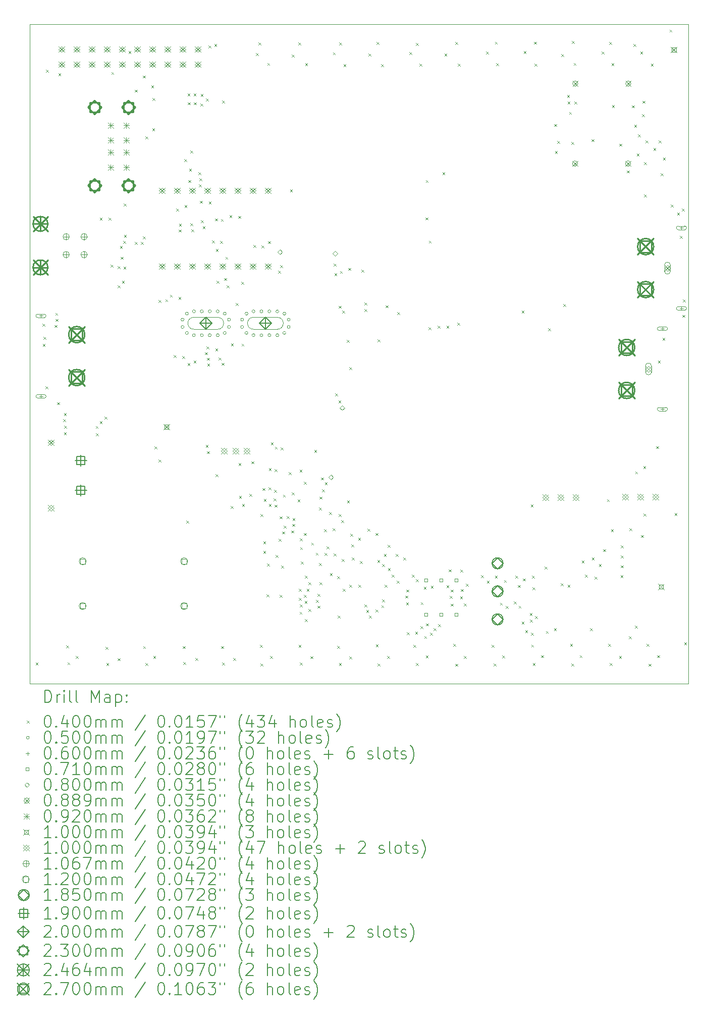
<source format=gbr>
%TF.GenerationSoftware,KiCad,Pcbnew,8.0.3*%
%TF.CreationDate,2025-06-03T15:00:18-07:00*%
%TF.ProjectId,Power_ManagementV2,506f7765-725f-44d6-916e-6167656d656e,rev?*%
%TF.SameCoordinates,Original*%
%TF.FileFunction,Drillmap*%
%TF.FilePolarity,Positive*%
%FSLAX45Y45*%
G04 Gerber Fmt 4.5, Leading zero omitted, Abs format (unit mm)*
G04 Created by KiCad (PCBNEW 8.0.3) date 2025-06-03 15:00:18*
%MOMM*%
%LPD*%
G01*
G04 APERTURE LIST*
%ADD10C,0.100000*%
%ADD11C,0.200000*%
%ADD12C,0.106680*%
%ADD13C,0.120000*%
%ADD14C,0.185000*%
%ADD15C,0.190000*%
%ADD16C,0.230000*%
%ADD17C,0.246380*%
%ADD18C,0.270000*%
G04 APERTURE END LIST*
D10*
X15414260Y-5059180D02*
X26464260Y-5059180D01*
X26464260Y-16109180D01*
X15414260Y-16109180D01*
X15414260Y-5059180D01*
D11*
D10*
X15515000Y-15760000D02*
X15555000Y-15800000D01*
X15555000Y-15760000D02*
X15515000Y-15800000D01*
X15629220Y-10076780D02*
X15669220Y-10116780D01*
X15669220Y-10076780D02*
X15629220Y-10116780D01*
X15635000Y-10415000D02*
X15675000Y-10455000D01*
X15675000Y-10415000D02*
X15635000Y-10455000D01*
X15647258Y-10299758D02*
X15687258Y-10339758D01*
X15687258Y-10299758D02*
X15647258Y-10339758D01*
X15682500Y-11130000D02*
X15722500Y-11170000D01*
X15722500Y-11130000D02*
X15682500Y-11170000D01*
X15687360Y-5822000D02*
X15727360Y-5862000D01*
X15727360Y-5822000D02*
X15687360Y-5862000D01*
X15832500Y-10100000D02*
X15872500Y-10140000D01*
X15872500Y-10100000D02*
X15832500Y-10140000D01*
X15844840Y-9896160D02*
X15884840Y-9936160D01*
X15884840Y-9896160D02*
X15844840Y-9936160D01*
X15850000Y-9997500D02*
X15890000Y-10037500D01*
X15890000Y-9997500D02*
X15850000Y-10037500D01*
X15875000Y-11395000D02*
X15915000Y-11435000D01*
X15915000Y-11395000D02*
X15875000Y-11435000D01*
X15895640Y-5877880D02*
X15935640Y-5917880D01*
X15935640Y-5877880D02*
X15895640Y-5917880D01*
X15980000Y-11677500D02*
X16020000Y-11717500D01*
X16020000Y-11677500D02*
X15980000Y-11717500D01*
X15990000Y-11577500D02*
X16030000Y-11617500D01*
X16030000Y-11577500D02*
X15990000Y-11617500D01*
X15990000Y-11897500D02*
X16030000Y-11937500D01*
X16030000Y-11897500D02*
X15990000Y-11937500D01*
X15992500Y-11785000D02*
X16032500Y-11825000D01*
X16032500Y-11785000D02*
X15992500Y-11825000D01*
X16027000Y-15474000D02*
X16067000Y-15514000D01*
X16067000Y-15474000D02*
X16027000Y-15514000D01*
X16050000Y-15755000D02*
X16090000Y-15795000D01*
X16090000Y-15755000D02*
X16050000Y-15795000D01*
X16188000Y-15648000D02*
X16228000Y-15688000D01*
X16228000Y-15648000D02*
X16188000Y-15688000D01*
X16522500Y-11792500D02*
X16562500Y-11832500D01*
X16562500Y-11792500D02*
X16522500Y-11832500D01*
X16527500Y-11915000D02*
X16567500Y-11955000D01*
X16567500Y-11915000D02*
X16527500Y-11955000D01*
X16590000Y-11710000D02*
X16630000Y-11750000D01*
X16630000Y-11710000D02*
X16590000Y-11750000D01*
X16591600Y-8301040D02*
X16631600Y-8341040D01*
X16631600Y-8301040D02*
X16591600Y-8341040D01*
X16670000Y-11635000D02*
X16710000Y-11675000D01*
X16710000Y-11635000D02*
X16670000Y-11675000D01*
X16691000Y-15494000D02*
X16731000Y-15534000D01*
X16731000Y-15494000D02*
X16691000Y-15534000D01*
X16700000Y-15765000D02*
X16740000Y-15805000D01*
X16740000Y-15765000D02*
X16700000Y-15805000D01*
X16738920Y-8301040D02*
X16778920Y-8341040D01*
X16778920Y-8301040D02*
X16738920Y-8341040D01*
X16774480Y-9088440D02*
X16814480Y-9128440D01*
X16814480Y-9088440D02*
X16774480Y-9128440D01*
X16784640Y-5857560D02*
X16824640Y-5897560D01*
X16824640Y-5857560D02*
X16784640Y-5897560D01*
X16888409Y-9113054D02*
X16928409Y-9153054D01*
X16928409Y-9113054D02*
X16888409Y-9153054D01*
X16891000Y-15686000D02*
X16931000Y-15726000D01*
X16931000Y-15686000D02*
X16891000Y-15726000D01*
X16891320Y-9433880D02*
X16931320Y-9473880D01*
X16931320Y-9433880D02*
X16891320Y-9473880D01*
X16929335Y-8772085D02*
X16969335Y-8812085D01*
X16969335Y-8772085D02*
X16929335Y-8812085D01*
X16942120Y-8956360D02*
X16982120Y-8996360D01*
X16982120Y-8956360D02*
X16942120Y-8996360D01*
X16964140Y-9358476D02*
X17004140Y-9398476D01*
X17004140Y-9358476D02*
X16964140Y-9398476D01*
X16987535Y-8690373D02*
X17027535Y-8730373D01*
X17027535Y-8690373D02*
X16987535Y-8730373D01*
X16988244Y-9122916D02*
X17028244Y-9162916D01*
X17028244Y-9122916D02*
X16988244Y-9162916D01*
X16995000Y-8065000D02*
X17035000Y-8105000D01*
X17035000Y-8065000D02*
X16995000Y-8105000D01*
X16998000Y-8590600D02*
X17038000Y-8630600D01*
X17038000Y-8590600D02*
X16998000Y-8630600D01*
X17073380Y-5502964D02*
X17113380Y-5542964D01*
X17113380Y-5502964D02*
X17073380Y-5542964D01*
X17177500Y-6153900D02*
X17217500Y-6193900D01*
X17217500Y-6153900D02*
X17177500Y-6193900D01*
X17178700Y-8704060D02*
X17218700Y-8744060D01*
X17218700Y-8704060D02*
X17178700Y-8744060D01*
X17278654Y-8707547D02*
X17318654Y-8747547D01*
X17318654Y-8707547D02*
X17278654Y-8747547D01*
X17312960Y-8610920D02*
X17352960Y-8650920D01*
X17352960Y-8610920D02*
X17312960Y-8650920D01*
X17315000Y-5917500D02*
X17355000Y-5957500D01*
X17355000Y-5917500D02*
X17315000Y-5957500D01*
X17318000Y-15484000D02*
X17358000Y-15524000D01*
X17358000Y-15484000D02*
X17318000Y-15524000D01*
X17355000Y-15765000D02*
X17395000Y-15805000D01*
X17395000Y-15765000D02*
X17355000Y-15805000D01*
X17358680Y-6934520D02*
X17398680Y-6974520D01*
X17398680Y-6934520D02*
X17358680Y-6974520D01*
X17455200Y-6081080D02*
X17495200Y-6121080D01*
X17495200Y-6081080D02*
X17455200Y-6121080D01*
X17470440Y-6802440D02*
X17510440Y-6842440D01*
X17510440Y-6802440D02*
X17470440Y-6842440D01*
X17472500Y-6292500D02*
X17512500Y-6332500D01*
X17512500Y-6292500D02*
X17472500Y-6332500D01*
X17488000Y-15646000D02*
X17528000Y-15686000D01*
X17528000Y-15646000D02*
X17488000Y-15686000D01*
X17508348Y-12138086D02*
X17548348Y-12178086D01*
X17548348Y-12138086D02*
X17508348Y-12178086D01*
X17574119Y-12358063D02*
X17614119Y-12398063D01*
X17614119Y-12358063D02*
X17574119Y-12398063D01*
X17577496Y-9678096D02*
X17617496Y-9718096D01*
X17617496Y-9678096D02*
X17577496Y-9718096D01*
X17691075Y-9667500D02*
X17731075Y-9707500D01*
X17731075Y-9667500D02*
X17691075Y-9707500D01*
X17767715Y-9590082D02*
X17807715Y-9630082D01*
X17807715Y-9590082D02*
X17767715Y-9630082D01*
X17831702Y-10604782D02*
X17871702Y-10644782D01*
X17871702Y-10604782D02*
X17831702Y-10644782D01*
X17873517Y-8149839D02*
X17913517Y-8189839D01*
X17913517Y-8149839D02*
X17873517Y-8189839D01*
X17912400Y-9632000D02*
X17952400Y-9672000D01*
X17952400Y-9632000D02*
X17912400Y-9672000D01*
X17917480Y-8499160D02*
X17957480Y-8539160D01*
X17957480Y-8499160D02*
X17917480Y-8539160D01*
X17919220Y-8399062D02*
X17959220Y-8439062D01*
X17959220Y-8399062D02*
X17919220Y-8439062D01*
X17977342Y-10619662D02*
X18017342Y-10659662D01*
X18017342Y-10619662D02*
X17977342Y-10659662D01*
X17983000Y-15484000D02*
X18023000Y-15524000D01*
X18023000Y-15484000D02*
X17983000Y-15524000D01*
X17995000Y-15750000D02*
X18035000Y-15790000D01*
X18035000Y-15750000D02*
X17995000Y-15790000D01*
X18008920Y-7315520D02*
X18048920Y-7355520D01*
X18048920Y-7315520D02*
X18008920Y-7355520D01*
X18014000Y-8087680D02*
X18054000Y-8127680D01*
X18054000Y-8087680D02*
X18014000Y-8127680D01*
X18042500Y-13380000D02*
X18082500Y-13420000D01*
X18082500Y-13380000D02*
X18042500Y-13420000D01*
X18064332Y-10739867D02*
X18104332Y-10779867D01*
X18104332Y-10739867D02*
X18064332Y-10779867D01*
X18064800Y-6218240D02*
X18104800Y-6258240D01*
X18104800Y-6218240D02*
X18064800Y-6258240D01*
X18069880Y-6365560D02*
X18109880Y-6405560D01*
X18109880Y-6365560D02*
X18069880Y-6405560D01*
X18077820Y-7668720D02*
X18117820Y-7708720D01*
X18117820Y-7668720D02*
X18077820Y-7708720D01*
X18090200Y-7478080D02*
X18130200Y-7518080D01*
X18130200Y-7478080D02*
X18090200Y-7518080D01*
X18109709Y-8395052D02*
X18149709Y-8435052D01*
X18149709Y-8395052D02*
X18109709Y-8435052D01*
X18110520Y-7173280D02*
X18150520Y-7213280D01*
X18150520Y-7173280D02*
X18110520Y-7213280D01*
X18125760Y-8494080D02*
X18165760Y-8534080D01*
X18165760Y-8494080D02*
X18125760Y-8534080D01*
X18166400Y-6218240D02*
X18206400Y-6258240D01*
X18206400Y-6218240D02*
X18166400Y-6258240D01*
X18166400Y-10693720D02*
X18206400Y-10733720D01*
X18206400Y-10693720D02*
X18166400Y-10733720D01*
X18170200Y-6365373D02*
X18210200Y-6405373D01*
X18210200Y-6365373D02*
X18170200Y-6405373D01*
X18198000Y-15681000D02*
X18238000Y-15721000D01*
X18238000Y-15681000D02*
X18198000Y-15721000D01*
X18247680Y-7539040D02*
X18287680Y-7579040D01*
X18287680Y-7539040D02*
X18247680Y-7579040D01*
X18256606Y-7738214D02*
X18296606Y-7778214D01*
X18296606Y-7738214D02*
X18256606Y-7778214D01*
X18263385Y-7638123D02*
X18303385Y-7678123D01*
X18303385Y-7638123D02*
X18263385Y-7678123D01*
X18272500Y-8015000D02*
X18312500Y-8055000D01*
X18312500Y-8015000D02*
X18272500Y-8055000D01*
X18278160Y-6385880D02*
X18318160Y-6425880D01*
X18318160Y-6385880D02*
X18278160Y-6425880D01*
X18283240Y-6223320D02*
X18323240Y-6263320D01*
X18323240Y-6223320D02*
X18283240Y-6263320D01*
X18287692Y-8342219D02*
X18327692Y-8382219D01*
X18327692Y-8342219D02*
X18287692Y-8382219D01*
X18318800Y-8443280D02*
X18358800Y-8483280D01*
X18358800Y-8443280D02*
X18318800Y-8483280D01*
X18355708Y-10555043D02*
X18395708Y-10595043D01*
X18395708Y-10555043D02*
X18355708Y-10595043D01*
X18369600Y-12111040D02*
X18409600Y-12151040D01*
X18409600Y-12111040D02*
X18369600Y-12151040D01*
X18370960Y-6302246D02*
X18410960Y-6342246D01*
X18410960Y-6302246D02*
X18370960Y-6342246D01*
X18383583Y-10458673D02*
X18423583Y-10498673D01*
X18423583Y-10458673D02*
X18383583Y-10498673D01*
X18389690Y-12215659D02*
X18429690Y-12255659D01*
X18429690Y-12215659D02*
X18389690Y-12255659D01*
X18389727Y-10649418D02*
X18429727Y-10689418D01*
X18429727Y-10649418D02*
X18389727Y-10689418D01*
X18395000Y-10749600D02*
X18435000Y-10789600D01*
X18435000Y-10749600D02*
X18395000Y-10789600D01*
X18415453Y-5413335D02*
X18455453Y-5453335D01*
X18455453Y-5413335D02*
X18415453Y-5453335D01*
X18420400Y-8026720D02*
X18460400Y-8066720D01*
X18460400Y-8026720D02*
X18420400Y-8066720D01*
X18472500Y-8680000D02*
X18512500Y-8720000D01*
X18512500Y-8680000D02*
X18472500Y-8720000D01*
X18512682Y-5388625D02*
X18552682Y-5428625D01*
X18552682Y-5388625D02*
X18512682Y-5428625D01*
X18523332Y-8313032D02*
X18563332Y-8353032D01*
X18563332Y-8313032D02*
X18523332Y-8353032D01*
X18529975Y-10493900D02*
X18569975Y-10533900D01*
X18569975Y-10493900D02*
X18529975Y-10533900D01*
X18535000Y-12600000D02*
X18575000Y-12640000D01*
X18575000Y-12600000D02*
X18535000Y-12640000D01*
X18537240Y-8824280D02*
X18577240Y-8864280D01*
X18577240Y-8824280D02*
X18537240Y-8864280D01*
X18552480Y-9357680D02*
X18592480Y-9397680D01*
X18592480Y-9357680D02*
X18552480Y-9397680D01*
X18582960Y-10648000D02*
X18622960Y-10688000D01*
X18622960Y-10648000D02*
X18582960Y-10688000D01*
X18608255Y-8689328D02*
X18648255Y-8729328D01*
X18648255Y-8689328D02*
X18608255Y-8729328D01*
X18623600Y-8321360D02*
X18663600Y-8361360D01*
X18663600Y-8321360D02*
X18623600Y-8361360D01*
X18630000Y-15484000D02*
X18670000Y-15524000D01*
X18670000Y-15484000D02*
X18630000Y-15524000D01*
X18633760Y-10734360D02*
X18673760Y-10774360D01*
X18673760Y-10734360D02*
X18633760Y-10774360D01*
X18643280Y-6335492D02*
X18683280Y-6375492D01*
X18683280Y-6335492D02*
X18643280Y-6375492D01*
X18645000Y-15760000D02*
X18685000Y-15800000D01*
X18685000Y-15760000D02*
X18645000Y-15800000D01*
X18679480Y-9311960D02*
X18719480Y-9351960D01*
X18719480Y-9311960D02*
X18679480Y-9351960D01*
X18698100Y-8955000D02*
X18738100Y-8995000D01*
X18738100Y-8955000D02*
X18698100Y-8995000D01*
X18718440Y-9432925D02*
X18758440Y-9472925D01*
X18758440Y-9432925D02*
X18718440Y-9472925D01*
X18765840Y-8260400D02*
X18805840Y-8300400D01*
X18805840Y-8260400D02*
X18765840Y-8300400D01*
X18787500Y-13132500D02*
X18827500Y-13172500D01*
X18827500Y-13132500D02*
X18787500Y-13172500D01*
X18792225Y-10409481D02*
X18832225Y-10449481D01*
X18832225Y-10409481D02*
X18792225Y-10449481D01*
X18830000Y-15681000D02*
X18870000Y-15721000D01*
X18870000Y-15681000D02*
X18830000Y-15721000D01*
X18875320Y-9730000D02*
X18915320Y-9770000D01*
X18915320Y-9730000D02*
X18875320Y-9770000D01*
X18913160Y-8270560D02*
X18953160Y-8310560D01*
X18953160Y-8270560D02*
X18913160Y-8310560D01*
X18918615Y-12415611D02*
X18958615Y-12455611D01*
X18958615Y-12415611D02*
X18918615Y-12455611D01*
X18927500Y-12962500D02*
X18967500Y-13002500D01*
X18967500Y-12962500D02*
X18927500Y-13002500D01*
X18967500Y-9375000D02*
X19007500Y-9415000D01*
X19007500Y-9375000D02*
X18967500Y-9415000D01*
X18969471Y-10411801D02*
X19009471Y-10451801D01*
X19009471Y-10411801D02*
X18969471Y-10451801D01*
X18977500Y-13100000D02*
X19017500Y-13140000D01*
X19017500Y-13100000D02*
X18977500Y-13140000D01*
X19100000Y-12930000D02*
X19140000Y-12970000D01*
X19140000Y-12930000D02*
X19100000Y-12970000D01*
X19132500Y-12385000D02*
X19172500Y-12425000D01*
X19172500Y-12385000D02*
X19132500Y-12425000D01*
X19167500Y-8760000D02*
X19207500Y-8800000D01*
X19207500Y-8760000D02*
X19167500Y-8800000D01*
X19212880Y-5542600D02*
X19252880Y-5582600D01*
X19252880Y-5542600D02*
X19212880Y-5582600D01*
X19253520Y-5364800D02*
X19293520Y-5404800D01*
X19293520Y-5364800D02*
X19253520Y-5404800D01*
X19277000Y-15464000D02*
X19317000Y-15504000D01*
X19317000Y-15464000D02*
X19277000Y-15504000D01*
X19288100Y-13272500D02*
X19328100Y-13312500D01*
X19328100Y-13272500D02*
X19288100Y-13312500D01*
X19290000Y-15775000D02*
X19330000Y-15815000D01*
X19330000Y-15775000D02*
X19290000Y-15815000D01*
X19305000Y-8765000D02*
X19345000Y-8805000D01*
X19345000Y-8765000D02*
X19305000Y-8805000D01*
X19321565Y-12834284D02*
X19361565Y-12874284D01*
X19361565Y-12834284D02*
X19321565Y-12874284D01*
X19333100Y-13724240D02*
X19373100Y-13764240D01*
X19373100Y-13724240D02*
X19333100Y-13764240D01*
X19333100Y-13890562D02*
X19373100Y-13930562D01*
X19373100Y-13890562D02*
X19333100Y-13930562D01*
X19341904Y-13016832D02*
X19381904Y-13056832D01*
X19381904Y-13016832D02*
X19341904Y-13056832D01*
X19387500Y-14617500D02*
X19427500Y-14657500D01*
X19427500Y-14617500D02*
X19387500Y-14657500D01*
X19395760Y-14102400D02*
X19435760Y-14142400D01*
X19435760Y-14102400D02*
X19395760Y-14142400D01*
X19400840Y-5705160D02*
X19440840Y-5745160D01*
X19440840Y-5705160D02*
X19400840Y-5745160D01*
X19412500Y-8692500D02*
X19452500Y-8732500D01*
X19452500Y-8692500D02*
X19412500Y-8732500D01*
X19421160Y-12822240D02*
X19461160Y-12862240D01*
X19461160Y-12822240D02*
X19421160Y-12862240D01*
X19426240Y-12502200D02*
X19466240Y-12542200D01*
X19466240Y-12502200D02*
X19426240Y-12542200D01*
X19426240Y-13101640D02*
X19466240Y-13141640D01*
X19466240Y-13101640D02*
X19426240Y-13141640D01*
X19451000Y-15648000D02*
X19491000Y-15688000D01*
X19491000Y-15648000D02*
X19451000Y-15688000D01*
X19461567Y-12064371D02*
X19501567Y-12104371D01*
X19501567Y-12064371D02*
X19461567Y-12104371D01*
X19505103Y-13009154D02*
X19545103Y-13049154D01*
X19545103Y-13009154D02*
X19505103Y-13049154D01*
X19513447Y-12861574D02*
X19553447Y-12901574D01*
X19553447Y-12861574D02*
X19513447Y-12901574D01*
X19525669Y-12515544D02*
X19565669Y-12555544D01*
X19565669Y-12515544D02*
X19525669Y-12555544D01*
X19525851Y-13113548D02*
X19565851Y-13153548D01*
X19565851Y-13113548D02*
X19525851Y-13153548D01*
X19527895Y-12139635D02*
X19567895Y-12179635D01*
X19567895Y-12139635D02*
X19527895Y-12179635D01*
X19544060Y-13958323D02*
X19584060Y-13998323D01*
X19584060Y-13958323D02*
X19544060Y-13998323D01*
X19582500Y-9187500D02*
X19622500Y-9227500D01*
X19622500Y-9187500D02*
X19582500Y-9227500D01*
X19594140Y-13683136D02*
X19634140Y-13723136D01*
X19634140Y-13683136D02*
X19594140Y-13723136D01*
X19608315Y-13307546D02*
X19648315Y-13347546D01*
X19648315Y-13307546D02*
X19608315Y-13347546D01*
X19610000Y-14625000D02*
X19650000Y-14665000D01*
X19650000Y-14625000D02*
X19610000Y-14665000D01*
X19620280Y-9094566D02*
X19660280Y-9134566D01*
X19660280Y-9094566D02*
X19620280Y-9134566D01*
X19627080Y-12154680D02*
X19667080Y-12194680D01*
X19667080Y-12154680D02*
X19627080Y-12194680D01*
X19634520Y-14132880D02*
X19674520Y-14172880D01*
X19674520Y-14132880D02*
X19634520Y-14172880D01*
X19648716Y-13562390D02*
X19688716Y-13602390D01*
X19688716Y-13562390D02*
X19648716Y-13602390D01*
X19664343Y-12942674D02*
X19704343Y-12982674D01*
X19704343Y-12942674D02*
X19664343Y-12982674D01*
X19675242Y-13465640D02*
X19715242Y-13505640D01*
X19715242Y-13465640D02*
X19675242Y-13505640D01*
X19730320Y-13305000D02*
X19770320Y-13345000D01*
X19770320Y-13305000D02*
X19730320Y-13345000D01*
X19760000Y-12565320D02*
X19800000Y-12605320D01*
X19800000Y-12565320D02*
X19760000Y-12605320D01*
X19782500Y-7827500D02*
X19822500Y-7867500D01*
X19822500Y-7827500D02*
X19782500Y-7867500D01*
X19802829Y-13543796D02*
X19842829Y-13583796D01*
X19842829Y-13543796D02*
X19802829Y-13583796D01*
X19810000Y-12907500D02*
X19850000Y-12947500D01*
X19850000Y-12907500D02*
X19810000Y-12947500D01*
X19812320Y-5562920D02*
X19852320Y-5602920D01*
X19852320Y-5562920D02*
X19812320Y-5602920D01*
X19820777Y-13435641D02*
X19860777Y-13475641D01*
X19860777Y-13435641D02*
X19820777Y-13475641D01*
X19825842Y-13335656D02*
X19865842Y-13375656D01*
X19865842Y-13335656D02*
X19825842Y-13375656D01*
X19908840Y-13025440D02*
X19948840Y-13065440D01*
X19948840Y-13025440D02*
X19908840Y-13065440D01*
X19924080Y-5364800D02*
X19964080Y-5404800D01*
X19964080Y-5364800D02*
X19924080Y-5404800D01*
X19927000Y-15464000D02*
X19967000Y-15504000D01*
X19967000Y-15464000D02*
X19927000Y-15504000D01*
X19930000Y-14675000D02*
X19970000Y-14715000D01*
X19970000Y-14675000D02*
X19930000Y-14715000D01*
X19932500Y-14520000D02*
X19972500Y-14560000D01*
X19972500Y-14520000D02*
X19932500Y-14560000D01*
X19943338Y-14907799D02*
X19983338Y-14947799D01*
X19983338Y-14907799D02*
X19943338Y-14947799D01*
X19944400Y-12522520D02*
X19984400Y-12562520D01*
X19984400Y-12522520D02*
X19944400Y-12562520D01*
X19948549Y-14785916D02*
X19988549Y-14825916D01*
X19988549Y-14785916D02*
X19948549Y-14825916D01*
X19949558Y-13676354D02*
X19989558Y-13716354D01*
X19989558Y-13676354D02*
X19949558Y-13716354D01*
X19950000Y-15760000D02*
X19990000Y-15800000D01*
X19990000Y-15760000D02*
X19950000Y-15800000D01*
X19951361Y-13825068D02*
X19991361Y-13865068D01*
X19991361Y-13825068D02*
X19951361Y-13865068D01*
X19967500Y-14065000D02*
X20007500Y-14105000D01*
X20007500Y-14065000D02*
X19967500Y-14105000D01*
X20015765Y-14622956D02*
X20055765Y-14662956D01*
X20055765Y-14622956D02*
X20015765Y-14662956D01*
X20017220Y-12726095D02*
X20057220Y-12766095D01*
X20057220Y-12726095D02*
X20017220Y-12766095D01*
X20018067Y-13586006D02*
X20058067Y-13626006D01*
X20058067Y-13586006D02*
X20018067Y-13626006D01*
X20027394Y-14724208D02*
X20067394Y-14764208D01*
X20067394Y-14724208D02*
X20027394Y-14764208D01*
X20030000Y-15032500D02*
X20070000Y-15072500D01*
X20070000Y-15032500D02*
X20030000Y-15072500D01*
X20030760Y-14300520D02*
X20070760Y-14340520D01*
X20070760Y-14300520D02*
X20030760Y-14340520D01*
X20035840Y-5710240D02*
X20075840Y-5750240D01*
X20075840Y-5710240D02*
X20035840Y-5750240D01*
X20062491Y-14524396D02*
X20102491Y-14564396D01*
X20102491Y-14524396D02*
X20062491Y-14564396D01*
X20088811Y-14862375D02*
X20128811Y-14902375D01*
X20128811Y-14862375D02*
X20088811Y-14902375D01*
X20089040Y-14412500D02*
X20129040Y-14452500D01*
X20129040Y-14412500D02*
X20089040Y-14452500D01*
X20124000Y-15653000D02*
X20164000Y-15693000D01*
X20164000Y-15653000D02*
X20124000Y-15693000D01*
X20138380Y-13747556D02*
X20178380Y-13787556D01*
X20178380Y-13747556D02*
X20138380Y-13787556D01*
X20188240Y-12192320D02*
X20228240Y-12232320D01*
X20228240Y-12192320D02*
X20188240Y-12232320D01*
X20215000Y-13917500D02*
X20255000Y-13957500D01*
X20255000Y-13917500D02*
X20215000Y-13957500D01*
X20216367Y-14708399D02*
X20256367Y-14748399D01*
X20256367Y-14708399D02*
X20216367Y-14748399D01*
X20242500Y-14807500D02*
X20282500Y-14847500D01*
X20282500Y-14807500D02*
X20242500Y-14847500D01*
X20245000Y-14607500D02*
X20285000Y-14647500D01*
X20285000Y-14607500D02*
X20245000Y-14647500D01*
X20267500Y-14092500D02*
X20307500Y-14132500D01*
X20307500Y-14092500D02*
X20267500Y-14132500D01*
X20272500Y-13157500D02*
X20312500Y-13197500D01*
X20312500Y-13157500D02*
X20272500Y-13197500D01*
X20275000Y-12977500D02*
X20315000Y-13017500D01*
X20315000Y-12977500D02*
X20275000Y-13017500D01*
X20279680Y-14412280D02*
X20319680Y-14452280D01*
X20319680Y-14412280D02*
X20279680Y-14452280D01*
X20303993Y-12656484D02*
X20343993Y-12696484D01*
X20343993Y-12656484D02*
X20303993Y-12696484D01*
X20320000Y-12855000D02*
X20360000Y-12895000D01*
X20360000Y-12855000D02*
X20320000Y-12895000D01*
X20354360Y-13525000D02*
X20394360Y-13565000D01*
X20394360Y-13525000D02*
X20354360Y-13565000D01*
X20362500Y-13920000D02*
X20402500Y-13960000D01*
X20402500Y-13920000D02*
X20362500Y-13960000D01*
X20366040Y-12735880D02*
X20406040Y-12775880D01*
X20406040Y-12735880D02*
X20366040Y-12775880D01*
X20397017Y-13810483D02*
X20437017Y-13850483D01*
X20437017Y-13810483D02*
X20397017Y-13850483D01*
X20440000Y-13237500D02*
X20480000Y-13277500D01*
X20480000Y-13237500D02*
X20440000Y-13277500D01*
X20451500Y-14263147D02*
X20491500Y-14303147D01*
X20491500Y-14263147D02*
X20451500Y-14303147D01*
X20497500Y-13505000D02*
X20537500Y-13545000D01*
X20537500Y-13505000D02*
X20497500Y-13545000D01*
X20503200Y-5527360D02*
X20543200Y-5567360D01*
X20543200Y-5527360D02*
X20503200Y-5567360D01*
X20512401Y-13927248D02*
X20552401Y-13967248D01*
X20552401Y-13927248D02*
X20512401Y-13967248D01*
X20512500Y-9072500D02*
X20552500Y-9112500D01*
X20552500Y-9072500D02*
X20512500Y-9112500D01*
X20526954Y-9230126D02*
X20566954Y-9270126D01*
X20566954Y-9230126D02*
X20526954Y-9270126D01*
X20540000Y-11247500D02*
X20580000Y-11287500D01*
X20580000Y-11247500D02*
X20540000Y-11287500D01*
X20576000Y-15477000D02*
X20616000Y-15517000D01*
X20616000Y-15477000D02*
X20576000Y-15517000D01*
X20576716Y-14311534D02*
X20616716Y-14351534D01*
X20616716Y-14311534D02*
X20576716Y-14351534D01*
X20585000Y-14970000D02*
X20625000Y-15010000D01*
X20625000Y-14970000D02*
X20585000Y-15010000D01*
X20595211Y-11364982D02*
X20635211Y-11404982D01*
X20635211Y-11364982D02*
X20595211Y-11404982D01*
X20597820Y-9777217D02*
X20637820Y-9817217D01*
X20637820Y-9777217D02*
X20597820Y-9817217D01*
X20600596Y-13271651D02*
X20640596Y-13311651D01*
X20640596Y-13271651D02*
X20600596Y-13311651D01*
X20605000Y-15770000D02*
X20645000Y-15810000D01*
X20645000Y-15770000D02*
X20605000Y-15810000D01*
X20609880Y-5359720D02*
X20649880Y-5399720D01*
X20649880Y-5359720D02*
X20609880Y-5399720D01*
X20620095Y-9193591D02*
X20660095Y-9233591D01*
X20660095Y-9193591D02*
X20620095Y-9233591D01*
X20644725Y-13370000D02*
X20684725Y-13410000D01*
X20684725Y-13370000D02*
X20644725Y-13410000D01*
X20650000Y-14025000D02*
X20690000Y-14065000D01*
X20690000Y-14025000D02*
X20650000Y-14065000D01*
X20657330Y-9857980D02*
X20697330Y-9897980D01*
X20697330Y-9857980D02*
X20657330Y-9897980D01*
X20665694Y-14525640D02*
X20705694Y-14565640D01*
X20705694Y-14525640D02*
X20665694Y-14565640D01*
X20681000Y-5725480D02*
X20721000Y-5765480D01*
X20721000Y-5725480D02*
X20681000Y-5765480D01*
X20737500Y-10347500D02*
X20777500Y-10387500D01*
X20777500Y-10347500D02*
X20737500Y-10387500D01*
X20740000Y-13040000D02*
X20780000Y-13080000D01*
X20780000Y-13040000D02*
X20740000Y-13080000D01*
X20762742Y-9142767D02*
X20802742Y-9182767D01*
X20802742Y-9142767D02*
X20762742Y-9182767D01*
X20776000Y-15656000D02*
X20816000Y-15696000D01*
X20816000Y-15656000D02*
X20776000Y-15696000D01*
X20776434Y-14452820D02*
X20816434Y-14492820D01*
X20816434Y-14452820D02*
X20776434Y-14492820D01*
X20780000Y-10805000D02*
X20820000Y-10845000D01*
X20820000Y-10805000D02*
X20780000Y-10845000D01*
X20795000Y-13600000D02*
X20835000Y-13640000D01*
X20835000Y-13600000D02*
X20795000Y-13640000D01*
X20813246Y-13775414D02*
X20853246Y-13815414D01*
X20853246Y-13775414D02*
X20813246Y-13815414D01*
X20817500Y-13995000D02*
X20857500Y-14035000D01*
X20857500Y-13995000D02*
X20817500Y-14035000D01*
X20925000Y-13665000D02*
X20965000Y-13705000D01*
X20965000Y-13665000D02*
X20925000Y-13705000D01*
X20930591Y-14452820D02*
X20970591Y-14492820D01*
X20970591Y-14452820D02*
X20930591Y-14492820D01*
X20958071Y-14056121D02*
X20998071Y-14096121D01*
X20998071Y-14056121D02*
X20958071Y-14096121D01*
X20982500Y-9170000D02*
X21022500Y-9210000D01*
X21022500Y-9170000D02*
X20982500Y-9210000D01*
X21030000Y-14785000D02*
X21070000Y-14825000D01*
X21070000Y-14785000D02*
X21030000Y-14825000D01*
X21031520Y-9723440D02*
X21071520Y-9763440D01*
X21071520Y-9723440D02*
X21031520Y-9763440D01*
X21032787Y-9830260D02*
X21072787Y-9870260D01*
X21072787Y-9830260D02*
X21032787Y-9870260D01*
X21060210Y-14880664D02*
X21100210Y-14920664D01*
X21100210Y-14880664D02*
X21060210Y-14920664D01*
X21080000Y-13512500D02*
X21120000Y-13552500D01*
X21120000Y-13512500D02*
X21080000Y-13552500D01*
X21097560Y-5547680D02*
X21137560Y-5587680D01*
X21137560Y-5547680D02*
X21097560Y-5587680D01*
X21106181Y-14969831D02*
X21146181Y-15009831D01*
X21146181Y-14969831D02*
X21106181Y-15009831D01*
X21217500Y-13587500D02*
X21257500Y-13627500D01*
X21257500Y-13587500D02*
X21217500Y-13627500D01*
X21217500Y-14870173D02*
X21257500Y-14910173D01*
X21257500Y-14870173D02*
X21217500Y-14910173D01*
X21221000Y-15454000D02*
X21261000Y-15494000D01*
X21261000Y-15454000D02*
X21221000Y-15494000D01*
X21234720Y-5354640D02*
X21274720Y-5394640D01*
X21274720Y-5354640D02*
X21234720Y-5394640D01*
X21247301Y-14037699D02*
X21287301Y-14077699D01*
X21287301Y-14037699D02*
X21247301Y-14077699D01*
X21250000Y-15775000D02*
X21290000Y-15815000D01*
X21290000Y-15775000D02*
X21250000Y-15815000D01*
X21254218Y-10341718D02*
X21294218Y-10381718D01*
X21294218Y-10341718D02*
X21254218Y-10381718D01*
X21310920Y-5725480D02*
X21350920Y-5765480D01*
X21350920Y-5725480D02*
X21310920Y-5765480D01*
X21315325Y-14797353D02*
X21355325Y-14837353D01*
X21355325Y-14797353D02*
X21315325Y-14837353D01*
X21325000Y-14697500D02*
X21365000Y-14737500D01*
X21365000Y-14697500D02*
X21325000Y-14737500D01*
X21327500Y-14107500D02*
X21367500Y-14147500D01*
X21367500Y-14107500D02*
X21327500Y-14147500D01*
X21356878Y-13941309D02*
X21396878Y-13981309D01*
X21396878Y-13941309D02*
X21356878Y-13981309D01*
X21372722Y-14455145D02*
X21412722Y-14495145D01*
X21412722Y-14455145D02*
X21372722Y-14495145D01*
X21387120Y-9769160D02*
X21427120Y-9809160D01*
X21427120Y-9769160D02*
X21387120Y-9809160D01*
X21413000Y-15651000D02*
X21453000Y-15691000D01*
X21453000Y-15651000D02*
X21413000Y-15691000D01*
X21420000Y-13787500D02*
X21460000Y-13827500D01*
X21460000Y-13787500D02*
X21420000Y-13827500D01*
X21425185Y-14177899D02*
X21465185Y-14217899D01*
X21465185Y-14177899D02*
X21425185Y-14217899D01*
X21487500Y-14287500D02*
X21527500Y-14327500D01*
X21527500Y-14287500D02*
X21487500Y-14327500D01*
X21556177Y-13938194D02*
X21596177Y-13978194D01*
X21596177Y-13938194D02*
X21556177Y-13978194D01*
X21572500Y-14389175D02*
X21612500Y-14429175D01*
X21612500Y-14389175D02*
X21572500Y-14429175D01*
X21580160Y-9880920D02*
X21620160Y-9920920D01*
X21620160Y-9880920D02*
X21580160Y-9920920D01*
X21685000Y-13995000D02*
X21725000Y-14035000D01*
X21725000Y-13995000D02*
X21685000Y-14035000D01*
X21720000Y-14637500D02*
X21760000Y-14677500D01*
X21760000Y-14637500D02*
X21720000Y-14677500D01*
X21730000Y-14752500D02*
X21770000Y-14792500D01*
X21770000Y-14752500D02*
X21730000Y-14792500D01*
X21732711Y-14534815D02*
X21772711Y-14574815D01*
X21772711Y-14534815D02*
X21732711Y-14574815D01*
X21745000Y-15252500D02*
X21785000Y-15292500D01*
X21785000Y-15252500D02*
X21745000Y-15292500D01*
X21783360Y-5522280D02*
X21823360Y-5562280D01*
X21823360Y-5522280D02*
X21783360Y-5562280D01*
X21826113Y-14286819D02*
X21866113Y-14326819D01*
X21866113Y-14286819D02*
X21826113Y-14326819D01*
X21850000Y-15464000D02*
X21890000Y-15504000D01*
X21890000Y-15464000D02*
X21850000Y-15504000D01*
X21882500Y-15240000D02*
X21922500Y-15280000D01*
X21922500Y-15240000D02*
X21882500Y-15280000D01*
X21892657Y-14361515D02*
X21932657Y-14401515D01*
X21932657Y-14361515D02*
X21892657Y-14401515D01*
X21895000Y-15770000D02*
X21935000Y-15810000D01*
X21935000Y-15770000D02*
X21895000Y-15810000D01*
X21895120Y-5369880D02*
X21935120Y-5409880D01*
X21935120Y-5369880D02*
X21895120Y-5409880D01*
X21956080Y-5720400D02*
X21996080Y-5760400D01*
X21996080Y-5720400D02*
X21956080Y-5760400D01*
X21971529Y-15147689D02*
X22011529Y-15187689D01*
X22011529Y-15147689D02*
X21971529Y-15187689D01*
X21975000Y-14747500D02*
X22015000Y-14787500D01*
X22015000Y-14747500D02*
X21975000Y-14787500D01*
X22027274Y-14486954D02*
X22067274Y-14526954D01*
X22067274Y-14486954D02*
X22027274Y-14526954D01*
X22035978Y-15315000D02*
X22075978Y-15355000D01*
X22075978Y-15315000D02*
X22035978Y-15355000D01*
X22055000Y-8295000D02*
X22095000Y-8335000D01*
X22095000Y-8295000D02*
X22055000Y-8335000D01*
X22060000Y-7670000D02*
X22100000Y-7710000D01*
X22100000Y-7670000D02*
X22060000Y-7710000D01*
X22060000Y-15643000D02*
X22100000Y-15683000D01*
X22100000Y-15643000D02*
X22060000Y-15683000D01*
X22061418Y-15102780D02*
X22101418Y-15142780D01*
X22101418Y-15102780D02*
X22061418Y-15142780D01*
X22108480Y-10134920D02*
X22148480Y-10174920D01*
X22148480Y-10134920D02*
X22108480Y-10174920D01*
X22110000Y-8685000D02*
X22150000Y-8725000D01*
X22150000Y-8685000D02*
X22110000Y-8725000D01*
X22130127Y-15261913D02*
X22170127Y-15301913D01*
X22170127Y-15261913D02*
X22130127Y-15301913D01*
X22145000Y-14472500D02*
X22185000Y-14512500D01*
X22185000Y-14472500D02*
X22145000Y-14512500D01*
X22189138Y-15180784D02*
X22229138Y-15220784D01*
X22229138Y-15180784D02*
X22189138Y-15220784D01*
X22260880Y-10114600D02*
X22300880Y-10154600D01*
X22300880Y-10114600D02*
X22260880Y-10154600D01*
X22270000Y-15117500D02*
X22310000Y-15157500D01*
X22310000Y-15117500D02*
X22270000Y-15157500D01*
X22340000Y-7540000D02*
X22380000Y-7580000D01*
X22380000Y-7540000D02*
X22340000Y-7580000D01*
X22372640Y-5547680D02*
X22412640Y-5587680D01*
X22412640Y-5547680D02*
X22372640Y-5587680D01*
X22407500Y-14462500D02*
X22447500Y-14502500D01*
X22447500Y-14462500D02*
X22407500Y-14502500D01*
X22408200Y-10114600D02*
X22448200Y-10154600D01*
X22448200Y-10114600D02*
X22408200Y-10154600D01*
X22442500Y-14197500D02*
X22482500Y-14237500D01*
X22482500Y-14197500D02*
X22442500Y-14237500D01*
X22465000Y-14640000D02*
X22505000Y-14680000D01*
X22505000Y-14640000D02*
X22465000Y-14680000D01*
X22477153Y-14534698D02*
X22517153Y-14574698D01*
X22517153Y-14534698D02*
X22477153Y-14574698D01*
X22477500Y-14772500D02*
X22517500Y-14812500D01*
X22517500Y-14772500D02*
X22477500Y-14812500D01*
X22522000Y-15446000D02*
X22562000Y-15486000D01*
X22562000Y-15446000D02*
X22522000Y-15486000D01*
X22555000Y-15780000D02*
X22595000Y-15820000D01*
X22595000Y-15780000D02*
X22555000Y-15820000D01*
X22555520Y-5354640D02*
X22595520Y-5394640D01*
X22595520Y-5354640D02*
X22555520Y-5394640D01*
X22591772Y-10059412D02*
X22631772Y-10099412D01*
X22631772Y-10059412D02*
X22591772Y-10099412D01*
X22596160Y-5715320D02*
X22636160Y-5755320D01*
X22636160Y-5715320D02*
X22596160Y-5755320D01*
X22635000Y-14647500D02*
X22675000Y-14687500D01*
X22675000Y-14647500D02*
X22635000Y-14687500D01*
X22642500Y-14202500D02*
X22682500Y-14242500D01*
X22682500Y-14202500D02*
X22642500Y-14242500D01*
X22650000Y-14526200D02*
X22690000Y-14566200D01*
X22690000Y-14526200D02*
X22650000Y-14566200D01*
X22697000Y-15651000D02*
X22737000Y-15691000D01*
X22737000Y-15651000D02*
X22697000Y-15691000D01*
X22702500Y-14767500D02*
X22742500Y-14807500D01*
X22742500Y-14767500D02*
X22702500Y-14807500D01*
X22736008Y-14436008D02*
X22776008Y-14476008D01*
X22776008Y-14436008D02*
X22736008Y-14476008D01*
X22990000Y-14295000D02*
X23030000Y-14335000D01*
X23030000Y-14295000D02*
X22990000Y-14335000D01*
X23073680Y-5517200D02*
X23113680Y-5557200D01*
X23113680Y-5517200D02*
X23073680Y-5557200D01*
X23085000Y-14390000D02*
X23125000Y-14430000D01*
X23125000Y-14390000D02*
X23085000Y-14430000D01*
X23167000Y-15461000D02*
X23207000Y-15501000D01*
X23207000Y-15461000D02*
X23167000Y-15501000D01*
X23200000Y-15775000D02*
X23240000Y-15815000D01*
X23240000Y-15775000D02*
X23200000Y-15815000D01*
X23220000Y-14300000D02*
X23260000Y-14340000D01*
X23260000Y-14300000D02*
X23220000Y-14340000D01*
X23221000Y-5349560D02*
X23261000Y-5389560D01*
X23261000Y-5349560D02*
X23221000Y-5389560D01*
X23241320Y-5710240D02*
X23281320Y-5750240D01*
X23281320Y-5710240D02*
X23241320Y-5750240D01*
X23305000Y-14755000D02*
X23345000Y-14795000D01*
X23345000Y-14755000D02*
X23305000Y-14795000D01*
X23344000Y-15638000D02*
X23384000Y-15678000D01*
X23384000Y-15638000D02*
X23344000Y-15678000D01*
X23373013Y-14375029D02*
X23413013Y-14415029D01*
X23413013Y-14375029D02*
X23373013Y-14415029D01*
X23400000Y-14810000D02*
X23440000Y-14850000D01*
X23440000Y-14810000D02*
X23400000Y-14850000D01*
X23539950Y-14735050D02*
X23579950Y-14775050D01*
X23579950Y-14735050D02*
X23539950Y-14775050D01*
X23565294Y-14302209D02*
X23605294Y-14342209D01*
X23605294Y-14302209D02*
X23565294Y-14342209D01*
X23606534Y-14458460D02*
X23646534Y-14498460D01*
X23646534Y-14458460D02*
X23606534Y-14498460D01*
X23617091Y-14807160D02*
X23657091Y-14847160D01*
X23657091Y-14807160D02*
X23617091Y-14847160D01*
X23668040Y-9855520D02*
X23708040Y-9895520D01*
X23708040Y-9855520D02*
X23668040Y-9895520D01*
X23669416Y-15073806D02*
X23709416Y-15113806D01*
X23709416Y-15073806D02*
X23669416Y-15113806D01*
X23691008Y-14350008D02*
X23731008Y-14390008D01*
X23731008Y-14350008D02*
X23691008Y-14390008D01*
X23703600Y-5507040D02*
X23743600Y-5547040D01*
X23743600Y-5507040D02*
X23703600Y-5547040D01*
X23729000Y-15220000D02*
X23769000Y-15260000D01*
X23769000Y-15220000D02*
X23729000Y-15260000D01*
X23805000Y-14930000D02*
X23845000Y-14970000D01*
X23845000Y-14930000D02*
X23805000Y-14970000D01*
X23809708Y-15037691D02*
X23849708Y-15077691D01*
X23849708Y-15037691D02*
X23809708Y-15077691D01*
X23820440Y-13106720D02*
X23860440Y-13146720D01*
X23860440Y-13106720D02*
X23820440Y-13146720D01*
X23822500Y-15257500D02*
X23862500Y-15297500D01*
X23862500Y-15257500D02*
X23822500Y-15297500D01*
X23830000Y-15459000D02*
X23870000Y-15499000D01*
X23870000Y-15459000D02*
X23830000Y-15499000D01*
X23843000Y-14301000D02*
X23883000Y-14341000D01*
X23883000Y-14301000D02*
X23843000Y-14341000D01*
X23850000Y-14500178D02*
X23890000Y-14540178D01*
X23890000Y-14500178D02*
X23850000Y-14540178D01*
X23855000Y-15770000D02*
X23895000Y-15810000D01*
X23895000Y-15770000D02*
X23855000Y-15810000D01*
X23876320Y-5349560D02*
X23916320Y-5389560D01*
X23916320Y-5349560D02*
X23876320Y-5389560D01*
X23886480Y-5720400D02*
X23926480Y-5760400D01*
X23926480Y-5720400D02*
X23886480Y-5760400D01*
X23892915Y-14979648D02*
X23932915Y-15019648D01*
X23932915Y-14979648D02*
X23892915Y-15019648D01*
X23996000Y-15635000D02*
X24036000Y-15675000D01*
X24036000Y-15635000D02*
X23996000Y-15675000D01*
X24053000Y-14149000D02*
X24093000Y-14189000D01*
X24093000Y-14149000D02*
X24053000Y-14189000D01*
X24074267Y-15229758D02*
X24114267Y-15269758D01*
X24114267Y-15229758D02*
X24074267Y-15269758D01*
X24112240Y-10153572D02*
X24152240Y-10193572D01*
X24152240Y-10153572D02*
X24112240Y-10193572D01*
X24211600Y-15184758D02*
X24251600Y-15224758D01*
X24251600Y-15184758D02*
X24211600Y-15224758D01*
X24215000Y-6730000D02*
X24255000Y-6770000D01*
X24255000Y-6730000D02*
X24215000Y-6770000D01*
X24226840Y-7183440D02*
X24266840Y-7223440D01*
X24266840Y-7183440D02*
X24226840Y-7223440D01*
X24268294Y-7015826D02*
X24308294Y-7055826D01*
X24308294Y-7015826D02*
X24268294Y-7055826D01*
X24323607Y-14427358D02*
X24363607Y-14467358D01*
X24363607Y-14427358D02*
X24323607Y-14467358D01*
X24333520Y-5557840D02*
X24373520Y-5597840D01*
X24373520Y-5557840D02*
X24333520Y-5597840D01*
X24369080Y-9748840D02*
X24409080Y-9788840D01*
X24409080Y-9748840D02*
X24369080Y-9788840D01*
X24430000Y-6240000D02*
X24470000Y-6280000D01*
X24470000Y-6240000D02*
X24430000Y-6280000D01*
X24440000Y-6355000D02*
X24480000Y-6395000D01*
X24480000Y-6355000D02*
X24440000Y-6395000D01*
X24440200Y-14458000D02*
X24480200Y-14498000D01*
X24480200Y-14458000D02*
X24440200Y-14498000D01*
X24465000Y-6525000D02*
X24505000Y-6565000D01*
X24505000Y-6525000D02*
X24465000Y-6565000D01*
X24481000Y-15444000D02*
X24521000Y-15484000D01*
X24521000Y-15444000D02*
X24481000Y-15484000D01*
X24500000Y-15775000D02*
X24540000Y-15815000D01*
X24540000Y-15775000D02*
X24500000Y-15815000D01*
X24502282Y-7027180D02*
X24542282Y-7067180D01*
X24542282Y-7027180D02*
X24502282Y-7067180D01*
X24511320Y-5339400D02*
X24551320Y-5379400D01*
X24551320Y-5339400D02*
X24511320Y-5379400D01*
X24541800Y-5705160D02*
X24581800Y-5745160D01*
X24581800Y-5705160D02*
X24541800Y-5745160D01*
X24555000Y-6350000D02*
X24595000Y-6390000D01*
X24595000Y-6350000D02*
X24555000Y-6390000D01*
X24643000Y-15635000D02*
X24683000Y-15675000D01*
X24683000Y-15635000D02*
X24643000Y-15675000D01*
X24677500Y-14050000D02*
X24717500Y-14090000D01*
X24717500Y-14050000D02*
X24677500Y-14090000D01*
X24729634Y-14283580D02*
X24769634Y-14323580D01*
X24769634Y-14283580D02*
X24729634Y-14323580D01*
X24813243Y-15184438D02*
X24853243Y-15224438D01*
X24853243Y-15184438D02*
X24813243Y-15224438D01*
X24839585Y-6982186D02*
X24879585Y-7022186D01*
X24879585Y-6982186D02*
X24839585Y-7022186D01*
X24845000Y-13997500D02*
X24885000Y-14037500D01*
X24885000Y-13997500D02*
X24845000Y-14037500D01*
X24892500Y-14317500D02*
X24932500Y-14357500D01*
X24932500Y-14317500D02*
X24892500Y-14357500D01*
X24965242Y-14108188D02*
X25005242Y-14148188D01*
X25005242Y-14108188D02*
X24965242Y-14148188D01*
X25011700Y-5517200D02*
X25051700Y-5557200D01*
X25051700Y-5517200D02*
X25011700Y-5557200D01*
X25035509Y-13858381D02*
X25075509Y-13898381D01*
X25075509Y-13858381D02*
X25035509Y-13898381D01*
X25100600Y-13020360D02*
X25140600Y-13060360D01*
X25140600Y-13020360D02*
X25100600Y-13060360D01*
X25120000Y-15447000D02*
X25160000Y-15487000D01*
X25160000Y-15447000D02*
X25120000Y-15487000D01*
X25136160Y-5354640D02*
X25176160Y-5394640D01*
X25176160Y-5354640D02*
X25136160Y-5394640D01*
X25145000Y-15765000D02*
X25185000Y-15805000D01*
X25185000Y-15765000D02*
X25145000Y-15805000D01*
X25166640Y-13523280D02*
X25206640Y-13563280D01*
X25206640Y-13523280D02*
X25166640Y-13563280D01*
X25176800Y-5707700D02*
X25216800Y-5747700D01*
X25216800Y-5707700D02*
X25176800Y-5747700D01*
X25184940Y-6411840D02*
X25224940Y-6451840D01*
X25224940Y-6411840D02*
X25184940Y-6451840D01*
X25304000Y-15651000D02*
X25344000Y-15691000D01*
X25344000Y-15651000D02*
X25304000Y-15691000D01*
X25309908Y-7058700D02*
X25349908Y-7098700D01*
X25349908Y-7058700D02*
X25309908Y-7098700D01*
X25327500Y-14295000D02*
X25367500Y-14335000D01*
X25367500Y-14295000D02*
X25327500Y-14335000D01*
X25335080Y-14128840D02*
X25375080Y-14168840D01*
X25375080Y-14128840D02*
X25335080Y-14168840D01*
X25335340Y-13796100D02*
X25375340Y-13836100D01*
X25375340Y-13796100D02*
X25335340Y-13836100D01*
X25335340Y-13963740D02*
X25375340Y-14003740D01*
X25375340Y-13963740D02*
X25335340Y-14003740D01*
X25434697Y-7508671D02*
X25474697Y-7548671D01*
X25474697Y-7508671D02*
X25434697Y-7548671D01*
X25467500Y-15320000D02*
X25507500Y-15360000D01*
X25507500Y-15320000D02*
X25467500Y-15360000D01*
X25476520Y-13508040D02*
X25516520Y-13548040D01*
X25516520Y-13508040D02*
X25476520Y-13548040D01*
X25517680Y-6416920D02*
X25557680Y-6456920D01*
X25557680Y-6416920D02*
X25517680Y-6456920D01*
X25545000Y-5385000D02*
X25585000Y-5425000D01*
X25585000Y-5385000D02*
X25545000Y-5425000D01*
X25557800Y-6741480D02*
X25597800Y-6781480D01*
X25597800Y-6741480D02*
X25557800Y-6781480D01*
X25572500Y-15140000D02*
X25612500Y-15180000D01*
X25612500Y-15140000D02*
X25572500Y-15180000D01*
X25574871Y-12554831D02*
X25614871Y-12594831D01*
X25614871Y-12554831D02*
X25574871Y-12594831D01*
X25600236Y-7226295D02*
X25640236Y-7266295D01*
X25640236Y-7226295D02*
X25600236Y-7266295D01*
X25618760Y-6904040D02*
X25658760Y-6944040D01*
X25658760Y-6904040D02*
X25618760Y-6944040D01*
X25659400Y-5517200D02*
X25699400Y-5557200D01*
X25699400Y-5517200D02*
X25659400Y-5557200D01*
X25674013Y-13621348D02*
X25714013Y-13661348D01*
X25714013Y-13621348D02*
X25674013Y-13661348D01*
X25690908Y-6565940D02*
X25730908Y-6605940D01*
X25730908Y-6565940D02*
X25690908Y-6605940D01*
X25695000Y-6340000D02*
X25735000Y-6380000D01*
X25735000Y-6340000D02*
X25695000Y-6380000D01*
X25710200Y-12466640D02*
X25750200Y-12506640D01*
X25750200Y-12466640D02*
X25710200Y-12506640D01*
X25715280Y-13264200D02*
X25755280Y-13304200D01*
X25755280Y-13264200D02*
X25715280Y-13304200D01*
X25720360Y-7371400D02*
X25760360Y-7411400D01*
X25760360Y-7371400D02*
X25720360Y-7411400D01*
X25722386Y-7909794D02*
X25762386Y-7949794D01*
X25762386Y-7909794D02*
X25722386Y-7949794D01*
X25745556Y-7004052D02*
X25785556Y-7044052D01*
X25785556Y-7004052D02*
X25745556Y-7044052D01*
X25767000Y-15447000D02*
X25807000Y-15487000D01*
X25807000Y-15447000D02*
X25767000Y-15487000D01*
X25800000Y-15780000D02*
X25840000Y-15820000D01*
X25840000Y-15780000D02*
X25800000Y-15820000D01*
X25837200Y-5720400D02*
X25877200Y-5760400D01*
X25877200Y-5720400D02*
X25837200Y-5760400D01*
X25877840Y-7132640D02*
X25917840Y-7172640D01*
X25917840Y-7132640D02*
X25877840Y-7172640D01*
X25923560Y-12131360D02*
X25963560Y-12171360D01*
X25963560Y-12131360D02*
X25923560Y-12171360D01*
X25943000Y-15635000D02*
X25983000Y-15675000D01*
X25983000Y-15635000D02*
X25943000Y-15675000D01*
X25954040Y-10698800D02*
X25994040Y-10738800D01*
X25994040Y-10698800D02*
X25954040Y-10738800D01*
X25965417Y-7001599D02*
X26005417Y-7041599D01*
X26005417Y-7001599D02*
X25965417Y-7041599D01*
X26000429Y-7551776D02*
X26040429Y-7591776D01*
X26040429Y-7551776D02*
X26000429Y-7591776D01*
X26030240Y-10317800D02*
X26070240Y-10357800D01*
X26070240Y-10317800D02*
X26030240Y-10357800D01*
X26040400Y-7295200D02*
X26080400Y-7335200D01*
X26080400Y-7295200D02*
X26040400Y-7335200D01*
X26150000Y-5145000D02*
X26190000Y-5185000D01*
X26190000Y-5145000D02*
X26150000Y-5185000D01*
X26170000Y-8080000D02*
X26210000Y-8120000D01*
X26210000Y-8080000D02*
X26170000Y-8120000D01*
X26234875Y-13254072D02*
X26274875Y-13294072D01*
X26274875Y-13254072D02*
X26234875Y-13294072D01*
X26276126Y-8215891D02*
X26316126Y-8255891D01*
X26316126Y-8215891D02*
X26276126Y-8255891D01*
X26325000Y-8605000D02*
X26365000Y-8645000D01*
X26365000Y-8605000D02*
X26325000Y-8645000D01*
X26355000Y-8145000D02*
X26395000Y-8185000D01*
X26395000Y-8145000D02*
X26355000Y-8185000D01*
X26365000Y-9930000D02*
X26405000Y-9970000D01*
X26405000Y-9930000D02*
X26365000Y-9970000D01*
X26375000Y-9670000D02*
X26415000Y-9710000D01*
X26415000Y-9670000D02*
X26375000Y-9710000D01*
X26395000Y-15420000D02*
X26435000Y-15460000D01*
X26435000Y-15420000D02*
X26395000Y-15460000D01*
X18004810Y-10008200D02*
G75*
G02*
X17954810Y-10008200I-25000J0D01*
G01*
X17954810Y-10008200D02*
G75*
G02*
X18004810Y-10008200I25000J0D01*
G01*
X18004810Y-10131800D02*
G75*
G02*
X17954810Y-10131800I-25000J0D01*
G01*
X17954810Y-10131800D02*
G75*
G02*
X18004810Y-10131800I25000J0D01*
G01*
X18077410Y-9908200D02*
G75*
G02*
X18027410Y-9908200I-25000J0D01*
G01*
X18027410Y-9908200D02*
G75*
G02*
X18077410Y-9908200I25000J0D01*
G01*
X18077410Y-10231800D02*
G75*
G02*
X18027410Y-10231800I-25000J0D01*
G01*
X18027410Y-10231800D02*
G75*
G02*
X18077410Y-10231800I25000J0D01*
G01*
X18195010Y-9870000D02*
G75*
G02*
X18145010Y-9870000I-25000J0D01*
G01*
X18145010Y-9870000D02*
G75*
G02*
X18195010Y-9870000I25000J0D01*
G01*
X18195010Y-10270000D02*
G75*
G02*
X18145010Y-10270000I-25000J0D01*
G01*
X18145010Y-10270000D02*
G75*
G02*
X18195010Y-10270000I25000J0D01*
G01*
X18328340Y-9870000D02*
G75*
G02*
X18278340Y-9870000I-25000J0D01*
G01*
X18278340Y-9870000D02*
G75*
G02*
X18328340Y-9870000I25000J0D01*
G01*
X18328340Y-10270000D02*
G75*
G02*
X18278340Y-10270000I-25000J0D01*
G01*
X18278340Y-10270000D02*
G75*
G02*
X18328340Y-10270000I25000J0D01*
G01*
X18461670Y-9870000D02*
G75*
G02*
X18411670Y-9870000I-25000J0D01*
G01*
X18411670Y-9870000D02*
G75*
G02*
X18461670Y-9870000I25000J0D01*
G01*
X18461670Y-10270000D02*
G75*
G02*
X18411670Y-10270000I-25000J0D01*
G01*
X18411670Y-10270000D02*
G75*
G02*
X18461670Y-10270000I25000J0D01*
G01*
X18595000Y-9870000D02*
G75*
G02*
X18545000Y-9870000I-25000J0D01*
G01*
X18545000Y-9870000D02*
G75*
G02*
X18595000Y-9870000I25000J0D01*
G01*
X18595000Y-10270000D02*
G75*
G02*
X18545000Y-10270000I-25000J0D01*
G01*
X18545000Y-10270000D02*
G75*
G02*
X18595000Y-10270000I25000J0D01*
G01*
X18712610Y-9908200D02*
G75*
G02*
X18662610Y-9908200I-25000J0D01*
G01*
X18662610Y-9908200D02*
G75*
G02*
X18712610Y-9908200I25000J0D01*
G01*
X18712610Y-10231800D02*
G75*
G02*
X18662610Y-10231800I-25000J0D01*
G01*
X18662610Y-10231800D02*
G75*
G02*
X18712610Y-10231800I25000J0D01*
G01*
X18785210Y-10008200D02*
G75*
G02*
X18735210Y-10008200I-25000J0D01*
G01*
X18735210Y-10008200D02*
G75*
G02*
X18785210Y-10008200I25000J0D01*
G01*
X18785210Y-10131800D02*
G75*
G02*
X18735210Y-10131800I-25000J0D01*
G01*
X18735210Y-10131800D02*
G75*
G02*
X18785210Y-10131800I25000J0D01*
G01*
X19004810Y-10008200D02*
G75*
G02*
X18954810Y-10008200I-25000J0D01*
G01*
X18954810Y-10008200D02*
G75*
G02*
X19004810Y-10008200I25000J0D01*
G01*
X19004810Y-10131800D02*
G75*
G02*
X18954810Y-10131800I-25000J0D01*
G01*
X18954810Y-10131800D02*
G75*
G02*
X19004810Y-10131800I25000J0D01*
G01*
X19077410Y-9908200D02*
G75*
G02*
X19027410Y-9908200I-25000J0D01*
G01*
X19027410Y-9908200D02*
G75*
G02*
X19077410Y-9908200I25000J0D01*
G01*
X19077410Y-10231800D02*
G75*
G02*
X19027410Y-10231800I-25000J0D01*
G01*
X19027410Y-10231800D02*
G75*
G02*
X19077410Y-10231800I25000J0D01*
G01*
X19195010Y-9870000D02*
G75*
G02*
X19145010Y-9870000I-25000J0D01*
G01*
X19145010Y-9870000D02*
G75*
G02*
X19195010Y-9870000I25000J0D01*
G01*
X19195010Y-10270000D02*
G75*
G02*
X19145010Y-10270000I-25000J0D01*
G01*
X19145010Y-10270000D02*
G75*
G02*
X19195010Y-10270000I25000J0D01*
G01*
X19328340Y-9870000D02*
G75*
G02*
X19278340Y-9870000I-25000J0D01*
G01*
X19278340Y-9870000D02*
G75*
G02*
X19328340Y-9870000I25000J0D01*
G01*
X19328340Y-10270000D02*
G75*
G02*
X19278340Y-10270000I-25000J0D01*
G01*
X19278340Y-10270000D02*
G75*
G02*
X19328340Y-10270000I25000J0D01*
G01*
X19461670Y-9870000D02*
G75*
G02*
X19411670Y-9870000I-25000J0D01*
G01*
X19411670Y-9870000D02*
G75*
G02*
X19461670Y-9870000I25000J0D01*
G01*
X19461670Y-10270000D02*
G75*
G02*
X19411670Y-10270000I-25000J0D01*
G01*
X19411670Y-10270000D02*
G75*
G02*
X19461670Y-10270000I25000J0D01*
G01*
X19595000Y-9870000D02*
G75*
G02*
X19545000Y-9870000I-25000J0D01*
G01*
X19545000Y-9870000D02*
G75*
G02*
X19595000Y-9870000I25000J0D01*
G01*
X19595000Y-10270000D02*
G75*
G02*
X19545000Y-10270000I-25000J0D01*
G01*
X19545000Y-10270000D02*
G75*
G02*
X19595000Y-10270000I25000J0D01*
G01*
X19712610Y-9908200D02*
G75*
G02*
X19662610Y-9908200I-25000J0D01*
G01*
X19662610Y-9908200D02*
G75*
G02*
X19712610Y-9908200I25000J0D01*
G01*
X19712610Y-10231800D02*
G75*
G02*
X19662610Y-10231800I-25000J0D01*
G01*
X19662610Y-10231800D02*
G75*
G02*
X19712610Y-10231800I25000J0D01*
G01*
X19785210Y-10008200D02*
G75*
G02*
X19735210Y-10008200I-25000J0D01*
G01*
X19735210Y-10008200D02*
G75*
G02*
X19785210Y-10008200I25000J0D01*
G01*
X19785210Y-10131800D02*
G75*
G02*
X19735210Y-10131800I-25000J0D01*
G01*
X19735210Y-10131800D02*
G75*
G02*
X19785210Y-10131800I25000J0D01*
G01*
X15605000Y-9915000D02*
X15605000Y-9975000D01*
X15575000Y-9945000D02*
X15635000Y-9945000D01*
X15550000Y-9975000D02*
X15660000Y-9975000D01*
X15660000Y-9915000D02*
G75*
G02*
X15660000Y-9975000I0J-30000D01*
G01*
X15660000Y-9915000D02*
X15550000Y-9915000D01*
X15550000Y-9915000D02*
G75*
G03*
X15550000Y-9975000I0J-30000D01*
G01*
X15605000Y-11265000D02*
X15605000Y-11325000D01*
X15575000Y-11295000D02*
X15635000Y-11295000D01*
X15550000Y-11325000D02*
X15660000Y-11325000D01*
X15660000Y-11265000D02*
G75*
G02*
X15660000Y-11325000I0J-30000D01*
G01*
X15660000Y-11265000D02*
X15550000Y-11265000D01*
X15550000Y-11265000D02*
G75*
G03*
X15550000Y-11325000I0J-30000D01*
G01*
X26031760Y-10130640D02*
X26031760Y-10190640D01*
X26001760Y-10160640D02*
X26061760Y-10160640D01*
X26086760Y-10130640D02*
X25976760Y-10130640D01*
X25976760Y-10190640D02*
G75*
G02*
X25976760Y-10130640I0J30000D01*
G01*
X25976760Y-10190640D02*
X26086760Y-10190640D01*
X26086760Y-10190640D02*
G75*
G03*
X26086760Y-10130640I0J30000D01*
G01*
X26031760Y-11480640D02*
X26031760Y-11540640D01*
X26001760Y-11510640D02*
X26061760Y-11510640D01*
X26086760Y-11480640D02*
X25976760Y-11480640D01*
X25976760Y-11540640D02*
G75*
G02*
X25976760Y-11480640I0J30000D01*
G01*
X25976760Y-11540640D02*
X26086760Y-11540640D01*
X26086760Y-11540640D02*
G75*
G03*
X26086760Y-11480640I0J30000D01*
G01*
X26349960Y-8439640D02*
X26349960Y-8499640D01*
X26319960Y-8469640D02*
X26379960Y-8469640D01*
X26404960Y-8439640D02*
X26294960Y-8439640D01*
X26294960Y-8499640D02*
G75*
G02*
X26294960Y-8439640I0J30000D01*
G01*
X26294960Y-8499640D02*
X26404960Y-8499640D01*
X26404960Y-8499640D02*
G75*
G03*
X26404960Y-8439640I0J30000D01*
G01*
X26349960Y-9789640D02*
X26349960Y-9849640D01*
X26319960Y-9819640D02*
X26379960Y-9819640D01*
X26404960Y-9789640D02*
X26294960Y-9789640D01*
X26294960Y-9849640D02*
G75*
G02*
X26294960Y-9789640I0J30000D01*
G01*
X26294960Y-9849640D02*
X26404960Y-9849640D01*
X26404960Y-9849640D02*
G75*
G03*
X26404960Y-9789640I0J30000D01*
G01*
X22091143Y-14405082D02*
X22091143Y-14354877D01*
X22040938Y-14354877D01*
X22040938Y-14405082D01*
X22091143Y-14405082D01*
X22091143Y-14981662D02*
X22091143Y-14931457D01*
X22040938Y-14931457D01*
X22040938Y-14981662D01*
X22091143Y-14981662D01*
X22345143Y-14405082D02*
X22345143Y-14354877D01*
X22294938Y-14354877D01*
X22294938Y-14405082D01*
X22345143Y-14405082D01*
X22345143Y-14981662D02*
X22345143Y-14931457D01*
X22294938Y-14931457D01*
X22294938Y-14981662D01*
X22345143Y-14981662D01*
X22599142Y-14405082D02*
X22599142Y-14354877D01*
X22548937Y-14354877D01*
X22548937Y-14405082D01*
X22599142Y-14405082D01*
X22599142Y-14981662D02*
X22599142Y-14931457D01*
X22548937Y-14931457D01*
X22548937Y-14981662D01*
X22599142Y-14981662D01*
X19612500Y-8915000D02*
X19652500Y-8875000D01*
X19612500Y-8835000D01*
X19572500Y-8875000D01*
X19612500Y-8915000D01*
X20469004Y-12688598D02*
X20509004Y-12648598D01*
X20469004Y-12608598D01*
X20429004Y-12648598D01*
X20469004Y-12688598D01*
X20540000Y-8940000D02*
X20580000Y-8900000D01*
X20540000Y-8860000D01*
X20500000Y-8900000D01*
X20540000Y-8940000D01*
X20658602Y-11526410D02*
X20698602Y-11486410D01*
X20658602Y-11446410D01*
X20618602Y-11486410D01*
X20658602Y-11526410D01*
X24519902Y-7347050D02*
X24608802Y-7435950D01*
X24608802Y-7347050D02*
X24519902Y-7435950D01*
X24608802Y-7391500D02*
G75*
G02*
X24519902Y-7391500I-44450J0D01*
G01*
X24519902Y-7391500D02*
G75*
G02*
X24608802Y-7391500I44450J0D01*
G01*
X24524982Y-6005550D02*
X24613882Y-6094450D01*
X24613882Y-6005550D02*
X24524982Y-6094450D01*
X24613882Y-6050000D02*
G75*
G02*
X24524982Y-6050000I-44450J0D01*
G01*
X24524982Y-6050000D02*
G75*
G02*
X24613882Y-6050000I44450J0D01*
G01*
X25409918Y-7347050D02*
X25498818Y-7435950D01*
X25498818Y-7347050D02*
X25409918Y-7435950D01*
X25498818Y-7391500D02*
G75*
G02*
X25409918Y-7391500I-44450J0D01*
G01*
X25409918Y-7391500D02*
G75*
G02*
X25498818Y-7391500I44450J0D01*
G01*
X25414998Y-6005550D02*
X25503898Y-6094450D01*
X25503898Y-6005550D02*
X25414998Y-6094450D01*
X25503898Y-6050000D02*
G75*
G02*
X25414998Y-6050000I-44450J0D01*
G01*
X25414998Y-6050000D02*
G75*
G02*
X25503898Y-6050000I44450J0D01*
G01*
X16727500Y-6706500D02*
X16819500Y-6798500D01*
X16819500Y-6706500D02*
X16727500Y-6798500D01*
X16773500Y-6706500D02*
X16773500Y-6798500D01*
X16727500Y-6752500D02*
X16819500Y-6752500D01*
X16727500Y-6956500D02*
X16819500Y-7048500D01*
X16819500Y-6956500D02*
X16727500Y-7048500D01*
X16773500Y-6956500D02*
X16773500Y-7048500D01*
X16727500Y-7002500D02*
X16819500Y-7002500D01*
X16727500Y-7156500D02*
X16819500Y-7248500D01*
X16819500Y-7156500D02*
X16727500Y-7248500D01*
X16773500Y-7156500D02*
X16773500Y-7248500D01*
X16727500Y-7202500D02*
X16819500Y-7202500D01*
X16727500Y-7406500D02*
X16819500Y-7498500D01*
X16819500Y-7406500D02*
X16727500Y-7498500D01*
X16773500Y-7406500D02*
X16773500Y-7498500D01*
X16727500Y-7452500D02*
X16819500Y-7452500D01*
X16989500Y-6706500D02*
X17081500Y-6798500D01*
X17081500Y-6706500D02*
X16989500Y-6798500D01*
X17035500Y-6706500D02*
X17035500Y-6798500D01*
X16989500Y-6752500D02*
X17081500Y-6752500D01*
X16989500Y-6956500D02*
X17081500Y-7048500D01*
X17081500Y-6956500D02*
X16989500Y-7048500D01*
X17035500Y-6956500D02*
X17035500Y-7048500D01*
X16989500Y-7002500D02*
X17081500Y-7002500D01*
X16989500Y-7156500D02*
X17081500Y-7248500D01*
X17081500Y-7156500D02*
X16989500Y-7248500D01*
X17035500Y-7156500D02*
X17035500Y-7248500D01*
X16989500Y-7202500D02*
X17081500Y-7202500D01*
X16989500Y-7406500D02*
X17081500Y-7498500D01*
X17081500Y-7406500D02*
X16989500Y-7498500D01*
X17035500Y-7406500D02*
X17035500Y-7498500D01*
X16989500Y-7452500D02*
X17081500Y-7452500D01*
X17660000Y-11757500D02*
X17760000Y-11857500D01*
X17760000Y-11757500D02*
X17660000Y-11857500D01*
X17745356Y-11842856D02*
X17745356Y-11772144D01*
X17674644Y-11772144D01*
X17674644Y-11842856D01*
X17745356Y-11842856D01*
X25960000Y-14440000D02*
X26060000Y-14540000D01*
X26060000Y-14440000D02*
X25960000Y-14540000D01*
X26045356Y-14525356D02*
X26045356Y-14454644D01*
X25974644Y-14454644D01*
X25974644Y-14525356D01*
X26045356Y-14525356D01*
X26173750Y-5433750D02*
X26273750Y-5533750D01*
X26273750Y-5433750D02*
X26173750Y-5533750D01*
X26259106Y-5519106D02*
X26259106Y-5448394D01*
X26188394Y-5448394D01*
X26188394Y-5519106D01*
X26259106Y-5519106D01*
X15725000Y-12020000D02*
X15825000Y-12120000D01*
X15825000Y-12020000D02*
X15725000Y-12120000D01*
X15775000Y-12120000D02*
X15825000Y-12070000D01*
X15775000Y-12020000D01*
X15725000Y-12070000D01*
X15775000Y-12120000D01*
X15725000Y-13120000D02*
X15825000Y-13220000D01*
X15825000Y-13120000D02*
X15725000Y-13220000D01*
X15775000Y-13220000D02*
X15825000Y-13170000D01*
X15775000Y-13120000D01*
X15725000Y-13170000D01*
X15775000Y-13220000D01*
X15900000Y-5425000D02*
X16000000Y-5525000D01*
X16000000Y-5425000D02*
X15900000Y-5525000D01*
X15950000Y-5525000D02*
X16000000Y-5475000D01*
X15950000Y-5425000D01*
X15900000Y-5475000D01*
X15950000Y-5525000D01*
X15900000Y-5679000D02*
X16000000Y-5779000D01*
X16000000Y-5679000D02*
X15900000Y-5779000D01*
X15950000Y-5779000D02*
X16000000Y-5729000D01*
X15950000Y-5679000D01*
X15900000Y-5729000D01*
X15950000Y-5779000D01*
X16154000Y-5425000D02*
X16254000Y-5525000D01*
X16254000Y-5425000D02*
X16154000Y-5525000D01*
X16204000Y-5525000D02*
X16254000Y-5475000D01*
X16204000Y-5425000D01*
X16154000Y-5475000D01*
X16204000Y-5525000D01*
X16154000Y-5679000D02*
X16254000Y-5779000D01*
X16254000Y-5679000D02*
X16154000Y-5779000D01*
X16204000Y-5779000D02*
X16254000Y-5729000D01*
X16204000Y-5679000D01*
X16154000Y-5729000D01*
X16204000Y-5779000D01*
X16408000Y-5425000D02*
X16508000Y-5525000D01*
X16508000Y-5425000D02*
X16408000Y-5525000D01*
X16458000Y-5525000D02*
X16508000Y-5475000D01*
X16458000Y-5425000D01*
X16408000Y-5475000D01*
X16458000Y-5525000D01*
X16408000Y-5679000D02*
X16508000Y-5779000D01*
X16508000Y-5679000D02*
X16408000Y-5779000D01*
X16458000Y-5779000D02*
X16508000Y-5729000D01*
X16458000Y-5679000D01*
X16408000Y-5729000D01*
X16458000Y-5779000D01*
X16662000Y-5425000D02*
X16762000Y-5525000D01*
X16762000Y-5425000D02*
X16662000Y-5525000D01*
X16712000Y-5525000D02*
X16762000Y-5475000D01*
X16712000Y-5425000D01*
X16662000Y-5475000D01*
X16712000Y-5525000D01*
X16662000Y-5679000D02*
X16762000Y-5779000D01*
X16762000Y-5679000D02*
X16662000Y-5779000D01*
X16712000Y-5779000D02*
X16762000Y-5729000D01*
X16712000Y-5679000D01*
X16662000Y-5729000D01*
X16712000Y-5779000D01*
X16916000Y-5425000D02*
X17016000Y-5525000D01*
X17016000Y-5425000D02*
X16916000Y-5525000D01*
X16966000Y-5525000D02*
X17016000Y-5475000D01*
X16966000Y-5425000D01*
X16916000Y-5475000D01*
X16966000Y-5525000D01*
X16916000Y-5679000D02*
X17016000Y-5779000D01*
X17016000Y-5679000D02*
X16916000Y-5779000D01*
X16966000Y-5779000D02*
X17016000Y-5729000D01*
X16966000Y-5679000D01*
X16916000Y-5729000D01*
X16966000Y-5779000D01*
X17170000Y-5425000D02*
X17270000Y-5525000D01*
X17270000Y-5425000D02*
X17170000Y-5525000D01*
X17220000Y-5525000D02*
X17270000Y-5475000D01*
X17220000Y-5425000D01*
X17170000Y-5475000D01*
X17220000Y-5525000D01*
X17170000Y-5679000D02*
X17270000Y-5779000D01*
X17270000Y-5679000D02*
X17170000Y-5779000D01*
X17220000Y-5779000D02*
X17270000Y-5729000D01*
X17220000Y-5679000D01*
X17170000Y-5729000D01*
X17220000Y-5779000D01*
X17424000Y-5425000D02*
X17524000Y-5525000D01*
X17524000Y-5425000D02*
X17424000Y-5525000D01*
X17474000Y-5525000D02*
X17524000Y-5475000D01*
X17474000Y-5425000D01*
X17424000Y-5475000D01*
X17474000Y-5525000D01*
X17424000Y-5679000D02*
X17524000Y-5779000D01*
X17524000Y-5679000D02*
X17424000Y-5779000D01*
X17474000Y-5779000D02*
X17524000Y-5729000D01*
X17474000Y-5679000D01*
X17424000Y-5729000D01*
X17474000Y-5779000D01*
X17584500Y-7795000D02*
X17684500Y-7895000D01*
X17684500Y-7795000D02*
X17584500Y-7895000D01*
X17634500Y-7895000D02*
X17684500Y-7845000D01*
X17634500Y-7795000D01*
X17584500Y-7845000D01*
X17634500Y-7895000D01*
X17584500Y-9065000D02*
X17684500Y-9165000D01*
X17684500Y-9065000D02*
X17584500Y-9165000D01*
X17634500Y-9165000D02*
X17684500Y-9115000D01*
X17634500Y-9065000D01*
X17584500Y-9115000D01*
X17634500Y-9165000D01*
X17678000Y-5425000D02*
X17778000Y-5525000D01*
X17778000Y-5425000D02*
X17678000Y-5525000D01*
X17728000Y-5525000D02*
X17778000Y-5475000D01*
X17728000Y-5425000D01*
X17678000Y-5475000D01*
X17728000Y-5525000D01*
X17678000Y-5679000D02*
X17778000Y-5779000D01*
X17778000Y-5679000D02*
X17678000Y-5779000D01*
X17728000Y-5779000D02*
X17778000Y-5729000D01*
X17728000Y-5679000D01*
X17678000Y-5729000D01*
X17728000Y-5779000D01*
X17838500Y-7795000D02*
X17938500Y-7895000D01*
X17938500Y-7795000D02*
X17838500Y-7895000D01*
X17888500Y-7895000D02*
X17938500Y-7845000D01*
X17888500Y-7795000D01*
X17838500Y-7845000D01*
X17888500Y-7895000D01*
X17838500Y-9065000D02*
X17938500Y-9165000D01*
X17938500Y-9065000D02*
X17838500Y-9165000D01*
X17888500Y-9165000D02*
X17938500Y-9115000D01*
X17888500Y-9065000D01*
X17838500Y-9115000D01*
X17888500Y-9165000D01*
X17932000Y-5425000D02*
X18032000Y-5525000D01*
X18032000Y-5425000D02*
X17932000Y-5525000D01*
X17982000Y-5525000D02*
X18032000Y-5475000D01*
X17982000Y-5425000D01*
X17932000Y-5475000D01*
X17982000Y-5525000D01*
X17932000Y-5679000D02*
X18032000Y-5779000D01*
X18032000Y-5679000D02*
X17932000Y-5779000D01*
X17982000Y-5779000D02*
X18032000Y-5729000D01*
X17982000Y-5679000D01*
X17932000Y-5729000D01*
X17982000Y-5779000D01*
X18092500Y-7795000D02*
X18192500Y-7895000D01*
X18192500Y-7795000D02*
X18092500Y-7895000D01*
X18142500Y-7895000D02*
X18192500Y-7845000D01*
X18142500Y-7795000D01*
X18092500Y-7845000D01*
X18142500Y-7895000D01*
X18092500Y-9065000D02*
X18192500Y-9165000D01*
X18192500Y-9065000D02*
X18092500Y-9165000D01*
X18142500Y-9165000D02*
X18192500Y-9115000D01*
X18142500Y-9065000D01*
X18092500Y-9115000D01*
X18142500Y-9165000D01*
X18186000Y-5425000D02*
X18286000Y-5525000D01*
X18286000Y-5425000D02*
X18186000Y-5525000D01*
X18236000Y-5525000D02*
X18286000Y-5475000D01*
X18236000Y-5425000D01*
X18186000Y-5475000D01*
X18236000Y-5525000D01*
X18186000Y-5679000D02*
X18286000Y-5779000D01*
X18286000Y-5679000D02*
X18186000Y-5779000D01*
X18236000Y-5779000D02*
X18286000Y-5729000D01*
X18236000Y-5679000D01*
X18186000Y-5729000D01*
X18236000Y-5779000D01*
X18346500Y-7795000D02*
X18446500Y-7895000D01*
X18446500Y-7795000D02*
X18346500Y-7895000D01*
X18396500Y-7895000D02*
X18446500Y-7845000D01*
X18396500Y-7795000D01*
X18346500Y-7845000D01*
X18396500Y-7895000D01*
X18346500Y-9065000D02*
X18446500Y-9165000D01*
X18446500Y-9065000D02*
X18346500Y-9165000D01*
X18396500Y-9165000D02*
X18446500Y-9115000D01*
X18396500Y-9065000D01*
X18346500Y-9115000D01*
X18396500Y-9165000D01*
X18600500Y-7795000D02*
X18700500Y-7895000D01*
X18700500Y-7795000D02*
X18600500Y-7895000D01*
X18650500Y-7895000D02*
X18700500Y-7845000D01*
X18650500Y-7795000D01*
X18600500Y-7845000D01*
X18650500Y-7895000D01*
X18600500Y-9065000D02*
X18700500Y-9165000D01*
X18700500Y-9065000D02*
X18600500Y-9165000D01*
X18650500Y-9165000D02*
X18700500Y-9115000D01*
X18650500Y-9065000D01*
X18600500Y-9115000D01*
X18650500Y-9165000D01*
X18629010Y-12160000D02*
X18729010Y-12260000D01*
X18729010Y-12160000D02*
X18629010Y-12260000D01*
X18679010Y-12260000D02*
X18729010Y-12210000D01*
X18679010Y-12160000D01*
X18629010Y-12210000D01*
X18679010Y-12260000D01*
X18820010Y-12160000D02*
X18920010Y-12260000D01*
X18920010Y-12160000D02*
X18820010Y-12260000D01*
X18870010Y-12260000D02*
X18920010Y-12210000D01*
X18870010Y-12160000D01*
X18820010Y-12210000D01*
X18870010Y-12260000D01*
X18854500Y-7795000D02*
X18954500Y-7895000D01*
X18954500Y-7795000D02*
X18854500Y-7895000D01*
X18904500Y-7895000D02*
X18954500Y-7845000D01*
X18904500Y-7795000D01*
X18854500Y-7845000D01*
X18904500Y-7895000D01*
X18854500Y-9065000D02*
X18954500Y-9165000D01*
X18954500Y-9065000D02*
X18854500Y-9165000D01*
X18904500Y-9165000D02*
X18954500Y-9115000D01*
X18904500Y-9065000D01*
X18854500Y-9115000D01*
X18904500Y-9165000D01*
X19011010Y-12160000D02*
X19111010Y-12260000D01*
X19111010Y-12160000D02*
X19011010Y-12260000D01*
X19061010Y-12260000D02*
X19111010Y-12210000D01*
X19061010Y-12160000D01*
X19011010Y-12210000D01*
X19061010Y-12260000D01*
X19108500Y-7795000D02*
X19208500Y-7895000D01*
X19208500Y-7795000D02*
X19108500Y-7895000D01*
X19158500Y-7895000D02*
X19208500Y-7845000D01*
X19158500Y-7795000D01*
X19108500Y-7845000D01*
X19158500Y-7895000D01*
X19108500Y-9065000D02*
X19208500Y-9165000D01*
X19208500Y-9065000D02*
X19108500Y-9165000D01*
X19158500Y-9165000D02*
X19208500Y-9115000D01*
X19158500Y-9065000D01*
X19108500Y-9115000D01*
X19158500Y-9165000D01*
X19362500Y-7795000D02*
X19462500Y-7895000D01*
X19462500Y-7795000D02*
X19362500Y-7895000D01*
X19412500Y-7895000D02*
X19462500Y-7845000D01*
X19412500Y-7795000D01*
X19362500Y-7845000D01*
X19412500Y-7895000D01*
X19362500Y-9065000D02*
X19462500Y-9165000D01*
X19462500Y-9065000D02*
X19362500Y-9165000D01*
X19412500Y-9165000D02*
X19462500Y-9115000D01*
X19412500Y-9065000D01*
X19362500Y-9115000D01*
X19412500Y-9165000D01*
X24022830Y-12940770D02*
X24122830Y-13040770D01*
X24122830Y-12940770D02*
X24022830Y-13040770D01*
X24072830Y-13040770D02*
X24122830Y-12990770D01*
X24072830Y-12940770D01*
X24022830Y-12990770D01*
X24072830Y-13040770D01*
X24276830Y-12940770D02*
X24376830Y-13040770D01*
X24376830Y-12940770D02*
X24276830Y-13040770D01*
X24326830Y-13040770D02*
X24376830Y-12990770D01*
X24326830Y-12940770D01*
X24276830Y-12990770D01*
X24326830Y-13040770D01*
X24530830Y-12940770D02*
X24630830Y-13040770D01*
X24630830Y-12940770D02*
X24530830Y-13040770D01*
X24580830Y-13040770D02*
X24630830Y-12990770D01*
X24580830Y-12940770D01*
X24530830Y-12990770D01*
X24580830Y-13040770D01*
X25359000Y-12934000D02*
X25459000Y-13034000D01*
X25459000Y-12934000D02*
X25359000Y-13034000D01*
X25409000Y-13034000D02*
X25459000Y-12984000D01*
X25409000Y-12934000D01*
X25359000Y-12984000D01*
X25409000Y-13034000D01*
X25613000Y-12934000D02*
X25713000Y-13034000D01*
X25713000Y-12934000D02*
X25613000Y-13034000D01*
X25663000Y-13034000D02*
X25713000Y-12984000D01*
X25663000Y-12934000D01*
X25613000Y-12984000D01*
X25663000Y-13034000D01*
X25746760Y-10785640D02*
X25846760Y-10885640D01*
X25846760Y-10785640D02*
X25746760Y-10885640D01*
X25796760Y-10885640D02*
X25846760Y-10835640D01*
X25796760Y-10785640D01*
X25746760Y-10835640D01*
X25796760Y-10885640D01*
X25746760Y-10785640D02*
X25746760Y-10885640D01*
X25846760Y-10885640D02*
G75*
G02*
X25746760Y-10885640I-50000J0D01*
G01*
X25846760Y-10885640D02*
X25846760Y-10785640D01*
X25846760Y-10785640D02*
G75*
G03*
X25746760Y-10785640I-50000J0D01*
G01*
X25867000Y-12934000D02*
X25967000Y-13034000D01*
X25967000Y-12934000D02*
X25867000Y-13034000D01*
X25917000Y-13034000D02*
X25967000Y-12984000D01*
X25917000Y-12934000D01*
X25867000Y-12984000D01*
X25917000Y-13034000D01*
X26064960Y-9094640D02*
X26164960Y-9194640D01*
X26164960Y-9094640D02*
X26064960Y-9194640D01*
X26114960Y-9194640D02*
X26164960Y-9144640D01*
X26114960Y-9094640D01*
X26064960Y-9144640D01*
X26114960Y-9194640D01*
X26064960Y-9094640D02*
X26064960Y-9194640D01*
X26164960Y-9194640D02*
G75*
G02*
X26064960Y-9194640I-50000J0D01*
G01*
X26164960Y-9194640D02*
X26164960Y-9094640D01*
X26164960Y-9094640D02*
G75*
G03*
X26064960Y-9094640I-50000J0D01*
G01*
D12*
X16027400Y-8564995D02*
X16027400Y-8671675D01*
X15974060Y-8618335D02*
X16080740Y-8618335D01*
X16080740Y-8618335D02*
G75*
G02*
X15974060Y-8618335I-53340J0D01*
G01*
X15974060Y-8618335D02*
G75*
G02*
X16080740Y-8618335I53340J0D01*
G01*
X16027400Y-8864995D02*
X16027400Y-8971675D01*
X15974060Y-8918335D02*
X16080740Y-8918335D01*
X16080740Y-8918335D02*
G75*
G02*
X15974060Y-8918335I-53340J0D01*
G01*
X15974060Y-8918335D02*
G75*
G02*
X16080740Y-8918335I53340J0D01*
G01*
X16327400Y-8564995D02*
X16327400Y-8671675D01*
X16274060Y-8618335D02*
X16380740Y-8618335D01*
X16380740Y-8618335D02*
G75*
G02*
X16274060Y-8618335I-53340J0D01*
G01*
X16274060Y-8618335D02*
G75*
G02*
X16380740Y-8618335I53340J0D01*
G01*
X16327400Y-8864995D02*
X16327400Y-8971675D01*
X16274060Y-8918335D02*
X16380740Y-8918335D01*
X16380740Y-8918335D02*
G75*
G02*
X16274060Y-8918335I-53340J0D01*
G01*
X16274060Y-8918335D02*
G75*
G02*
X16380740Y-8918335I53340J0D01*
G01*
D13*
X16346687Y-14103111D02*
X16346687Y-14018258D01*
X16261833Y-14018258D01*
X16261833Y-14103111D01*
X16346687Y-14103111D01*
X16364260Y-14060685D02*
G75*
G02*
X16244260Y-14060685I-60000J0D01*
G01*
X16244260Y-14060685D02*
G75*
G02*
X16364260Y-14060685I60000J0D01*
G01*
X16346687Y-14853111D02*
X16346687Y-14768258D01*
X16261833Y-14768258D01*
X16261833Y-14853111D01*
X16346687Y-14853111D01*
X16364260Y-14810685D02*
G75*
G02*
X16244260Y-14810685I-60000J0D01*
G01*
X16244260Y-14810685D02*
G75*
G02*
X16364260Y-14810685I60000J0D01*
G01*
X18048487Y-14103056D02*
X18048487Y-14018202D01*
X17963633Y-14018202D01*
X17963633Y-14103056D01*
X18048487Y-14103056D01*
X18066060Y-14060629D02*
G75*
G02*
X17946060Y-14060629I-60000J0D01*
G01*
X17946060Y-14060629D02*
G75*
G02*
X18066060Y-14060629I60000J0D01*
G01*
X18048487Y-14853056D02*
X18048487Y-14768202D01*
X17963633Y-14768202D01*
X17963633Y-14853056D01*
X18048487Y-14853056D01*
X18066060Y-14810629D02*
G75*
G02*
X17946060Y-14810629I-60000J0D01*
G01*
X17946060Y-14810629D02*
G75*
G02*
X18066060Y-14810629I60000J0D01*
G01*
D14*
X23265000Y-14187500D02*
X23357500Y-14095000D01*
X23265000Y-14002500D01*
X23172500Y-14095000D01*
X23265000Y-14187500D01*
X23357500Y-14095000D02*
G75*
G02*
X23172500Y-14095000I-92500J0D01*
G01*
X23172500Y-14095000D02*
G75*
G02*
X23357500Y-14095000I92500J0D01*
G01*
X23265000Y-14657500D02*
X23357500Y-14565000D01*
X23265000Y-14472500D01*
X23172500Y-14565000D01*
X23265000Y-14657500D01*
X23357500Y-14565000D02*
G75*
G02*
X23172500Y-14565000I-92500J0D01*
G01*
X23172500Y-14565000D02*
G75*
G02*
X23357500Y-14565000I92500J0D01*
G01*
X23265000Y-15127500D02*
X23357500Y-15035000D01*
X23265000Y-14942500D01*
X23172500Y-15035000D01*
X23265000Y-15127500D01*
X23357500Y-15035000D02*
G75*
G02*
X23172500Y-15035000I-92500J0D01*
G01*
X23172500Y-15035000D02*
G75*
G02*
X23357500Y-15035000I92500J0D01*
G01*
D15*
X16275000Y-12275000D02*
X16275000Y-12465000D01*
X16180000Y-12370000D02*
X16370000Y-12370000D01*
X16342176Y-12437176D02*
X16342176Y-12302824D01*
X16207824Y-12302824D01*
X16207824Y-12437176D01*
X16342176Y-12437176D01*
X16275000Y-12775000D02*
X16275000Y-12965000D01*
X16180000Y-12870000D02*
X16370000Y-12870000D01*
X16342176Y-12937176D02*
X16342176Y-12802824D01*
X16207824Y-12802824D01*
X16207824Y-12937176D01*
X16342176Y-12937176D01*
D11*
X18370010Y-9970000D02*
X18370010Y-10170000D01*
X18270010Y-10070000D02*
X18470010Y-10070000D01*
X18370010Y-10170000D02*
X18470010Y-10070000D01*
X18370010Y-9970000D01*
X18270010Y-10070000D01*
X18370010Y-10170000D01*
D10*
X18170010Y-10170000D02*
X18570010Y-10170000D01*
X18570010Y-9970000D02*
G75*
G02*
X18570010Y-10170000I0J-100000D01*
G01*
X18570010Y-9970000D02*
X18170010Y-9970000D01*
X18170010Y-9970000D02*
G75*
G03*
X18170010Y-10170000I0J-100000D01*
G01*
D11*
X19370010Y-9970000D02*
X19370010Y-10170000D01*
X19270010Y-10070000D02*
X19470010Y-10070000D01*
X19370010Y-10170000D02*
X19470010Y-10070000D01*
X19370010Y-9970000D01*
X19270010Y-10070000D01*
X19370010Y-10170000D01*
D10*
X19170010Y-10170000D02*
X19570010Y-10170000D01*
X19570010Y-9970000D02*
G75*
G02*
X19570010Y-10170000I0J-100000D01*
G01*
X19570010Y-9970000D02*
X19170010Y-9970000D01*
X19170010Y-9970000D02*
G75*
G03*
X19170010Y-10170000I0J-100000D01*
G01*
D16*
X16502500Y-6560500D02*
X16617500Y-6445500D01*
X16502500Y-6330500D01*
X16387500Y-6445500D01*
X16502500Y-6560500D01*
X16583818Y-6526818D02*
X16583818Y-6364182D01*
X16421182Y-6364182D01*
X16421182Y-6526818D01*
X16583818Y-6526818D01*
X16502500Y-7874500D02*
X16617500Y-7759500D01*
X16502500Y-7644500D01*
X16387500Y-7759500D01*
X16502500Y-7874500D01*
X16583818Y-7840818D02*
X16583818Y-7678182D01*
X16421182Y-7678182D01*
X16421182Y-7840818D01*
X16583818Y-7840818D01*
X17070500Y-6560500D02*
X17185500Y-6445500D01*
X17070500Y-6330500D01*
X16955500Y-6445500D01*
X17070500Y-6560500D01*
X17151818Y-6526818D02*
X17151818Y-6364182D01*
X16989182Y-6364182D01*
X16989182Y-6526818D01*
X17151818Y-6526818D01*
X17070500Y-7874500D02*
X17185500Y-7759500D01*
X17070500Y-7644500D01*
X16955500Y-7759500D01*
X17070500Y-7874500D01*
X17151818Y-7840818D02*
X17151818Y-7678182D01*
X16989182Y-7678182D01*
X16989182Y-7840818D01*
X17151818Y-7840818D01*
D17*
X15472210Y-8280145D02*
X15718590Y-8526525D01*
X15718590Y-8280145D02*
X15472210Y-8526525D01*
X15595400Y-8280145D02*
X15595400Y-8526525D01*
X15472210Y-8403335D02*
X15718590Y-8403335D01*
X15718590Y-8403335D02*
G75*
G02*
X15472210Y-8403335I-123190J0D01*
G01*
X15472210Y-8403335D02*
G75*
G02*
X15718590Y-8403335I123190J0D01*
G01*
X15472210Y-9010145D02*
X15718590Y-9256525D01*
X15718590Y-9010145D02*
X15472210Y-9256525D01*
X15595400Y-9010145D02*
X15595400Y-9256525D01*
X15472210Y-9133335D02*
X15718590Y-9133335D01*
X15718590Y-9133335D02*
G75*
G02*
X15472210Y-9133335I-123190J0D01*
G01*
X15472210Y-9133335D02*
G75*
G02*
X15718590Y-9133335I123190J0D01*
G01*
D18*
X16070000Y-10125000D02*
X16340000Y-10395000D01*
X16340000Y-10125000D02*
X16070000Y-10395000D01*
X16300460Y-10355460D02*
X16300460Y-10164540D01*
X16109540Y-10164540D01*
X16109540Y-10355460D01*
X16300460Y-10355460D01*
X16340000Y-10260000D02*
G75*
G02*
X16070000Y-10260000I-135000J0D01*
G01*
X16070000Y-10260000D02*
G75*
G02*
X16340000Y-10260000I135000J0D01*
G01*
X16070000Y-10845000D02*
X16340000Y-11115000D01*
X16340000Y-10845000D02*
X16070000Y-11115000D01*
X16300460Y-11075460D02*
X16300460Y-10884540D01*
X16109540Y-10884540D01*
X16109540Y-11075460D01*
X16300460Y-11075460D01*
X16340000Y-10980000D02*
G75*
G02*
X16070000Y-10980000I-135000J0D01*
G01*
X16070000Y-10980000D02*
G75*
G02*
X16340000Y-10980000I135000J0D01*
G01*
X25296760Y-10340640D02*
X25566760Y-10610640D01*
X25566760Y-10340640D02*
X25296760Y-10610640D01*
X25527220Y-10571100D02*
X25527220Y-10380180D01*
X25336300Y-10380180D01*
X25336300Y-10571100D01*
X25527220Y-10571100D01*
X25566760Y-10475640D02*
G75*
G02*
X25296760Y-10475640I-135000J0D01*
G01*
X25296760Y-10475640D02*
G75*
G02*
X25566760Y-10475640I135000J0D01*
G01*
X25296760Y-11060640D02*
X25566760Y-11330640D01*
X25566760Y-11060640D02*
X25296760Y-11330640D01*
X25527220Y-11291100D02*
X25527220Y-11100180D01*
X25336300Y-11100180D01*
X25336300Y-11291100D01*
X25527220Y-11291100D01*
X25566760Y-11195640D02*
G75*
G02*
X25296760Y-11195640I-135000J0D01*
G01*
X25296760Y-11195640D02*
G75*
G02*
X25566760Y-11195640I135000J0D01*
G01*
X25614960Y-8649640D02*
X25884960Y-8919640D01*
X25884960Y-8649640D02*
X25614960Y-8919640D01*
X25845420Y-8880100D02*
X25845420Y-8689180D01*
X25654500Y-8689180D01*
X25654500Y-8880100D01*
X25845420Y-8880100D01*
X25884960Y-8784640D02*
G75*
G02*
X25614960Y-8784640I-135000J0D01*
G01*
X25614960Y-8784640D02*
G75*
G02*
X25884960Y-8784640I135000J0D01*
G01*
X25614960Y-9369640D02*
X25884960Y-9639640D01*
X25884960Y-9369640D02*
X25614960Y-9639640D01*
X25845420Y-9600100D02*
X25845420Y-9409180D01*
X25654500Y-9409180D01*
X25654500Y-9600100D01*
X25845420Y-9600100D01*
X25884960Y-9504640D02*
G75*
G02*
X25614960Y-9504640I-135000J0D01*
G01*
X25614960Y-9504640D02*
G75*
G02*
X25884960Y-9504640I135000J0D01*
G01*
D11*
X15670037Y-16425664D02*
X15670037Y-16225664D01*
X15670037Y-16225664D02*
X15717656Y-16225664D01*
X15717656Y-16225664D02*
X15746227Y-16235188D01*
X15746227Y-16235188D02*
X15765275Y-16254235D01*
X15765275Y-16254235D02*
X15774799Y-16273283D01*
X15774799Y-16273283D02*
X15784322Y-16311378D01*
X15784322Y-16311378D02*
X15784322Y-16339949D01*
X15784322Y-16339949D02*
X15774799Y-16378045D01*
X15774799Y-16378045D02*
X15765275Y-16397092D01*
X15765275Y-16397092D02*
X15746227Y-16416140D01*
X15746227Y-16416140D02*
X15717656Y-16425664D01*
X15717656Y-16425664D02*
X15670037Y-16425664D01*
X15870037Y-16425664D02*
X15870037Y-16292330D01*
X15870037Y-16330426D02*
X15879561Y-16311378D01*
X15879561Y-16311378D02*
X15889084Y-16301854D01*
X15889084Y-16301854D02*
X15908132Y-16292330D01*
X15908132Y-16292330D02*
X15927180Y-16292330D01*
X15993846Y-16425664D02*
X15993846Y-16292330D01*
X15993846Y-16225664D02*
X15984322Y-16235188D01*
X15984322Y-16235188D02*
X15993846Y-16244711D01*
X15993846Y-16244711D02*
X16003370Y-16235188D01*
X16003370Y-16235188D02*
X15993846Y-16225664D01*
X15993846Y-16225664D02*
X15993846Y-16244711D01*
X16117656Y-16425664D02*
X16098608Y-16416140D01*
X16098608Y-16416140D02*
X16089084Y-16397092D01*
X16089084Y-16397092D02*
X16089084Y-16225664D01*
X16222418Y-16425664D02*
X16203370Y-16416140D01*
X16203370Y-16416140D02*
X16193846Y-16397092D01*
X16193846Y-16397092D02*
X16193846Y-16225664D01*
X16450989Y-16425664D02*
X16450989Y-16225664D01*
X16450989Y-16225664D02*
X16517656Y-16368521D01*
X16517656Y-16368521D02*
X16584322Y-16225664D01*
X16584322Y-16225664D02*
X16584322Y-16425664D01*
X16765275Y-16425664D02*
X16765275Y-16320902D01*
X16765275Y-16320902D02*
X16755751Y-16301854D01*
X16755751Y-16301854D02*
X16736703Y-16292330D01*
X16736703Y-16292330D02*
X16698608Y-16292330D01*
X16698608Y-16292330D02*
X16679561Y-16301854D01*
X16765275Y-16416140D02*
X16746227Y-16425664D01*
X16746227Y-16425664D02*
X16698608Y-16425664D01*
X16698608Y-16425664D02*
X16679561Y-16416140D01*
X16679561Y-16416140D02*
X16670037Y-16397092D01*
X16670037Y-16397092D02*
X16670037Y-16378045D01*
X16670037Y-16378045D02*
X16679561Y-16358997D01*
X16679561Y-16358997D02*
X16698608Y-16349473D01*
X16698608Y-16349473D02*
X16746227Y-16349473D01*
X16746227Y-16349473D02*
X16765275Y-16339949D01*
X16860513Y-16292330D02*
X16860513Y-16492330D01*
X16860513Y-16301854D02*
X16879561Y-16292330D01*
X16879561Y-16292330D02*
X16917656Y-16292330D01*
X16917656Y-16292330D02*
X16936704Y-16301854D01*
X16936704Y-16301854D02*
X16946227Y-16311378D01*
X16946227Y-16311378D02*
X16955751Y-16330426D01*
X16955751Y-16330426D02*
X16955751Y-16387568D01*
X16955751Y-16387568D02*
X16946227Y-16406616D01*
X16946227Y-16406616D02*
X16936704Y-16416140D01*
X16936704Y-16416140D02*
X16917656Y-16425664D01*
X16917656Y-16425664D02*
X16879561Y-16425664D01*
X16879561Y-16425664D02*
X16860513Y-16416140D01*
X17041465Y-16406616D02*
X17050989Y-16416140D01*
X17050989Y-16416140D02*
X17041465Y-16425664D01*
X17041465Y-16425664D02*
X17031942Y-16416140D01*
X17031942Y-16416140D02*
X17041465Y-16406616D01*
X17041465Y-16406616D02*
X17041465Y-16425664D01*
X17041465Y-16301854D02*
X17050989Y-16311378D01*
X17050989Y-16311378D02*
X17041465Y-16320902D01*
X17041465Y-16320902D02*
X17031942Y-16311378D01*
X17031942Y-16311378D02*
X17041465Y-16301854D01*
X17041465Y-16301854D02*
X17041465Y-16320902D01*
D10*
X15369260Y-16734180D02*
X15409260Y-16774180D01*
X15409260Y-16734180D02*
X15369260Y-16774180D01*
D11*
X15708132Y-16645664D02*
X15727180Y-16645664D01*
X15727180Y-16645664D02*
X15746227Y-16655188D01*
X15746227Y-16655188D02*
X15755751Y-16664711D01*
X15755751Y-16664711D02*
X15765275Y-16683759D01*
X15765275Y-16683759D02*
X15774799Y-16721854D01*
X15774799Y-16721854D02*
X15774799Y-16769473D01*
X15774799Y-16769473D02*
X15765275Y-16807569D01*
X15765275Y-16807569D02*
X15755751Y-16826616D01*
X15755751Y-16826616D02*
X15746227Y-16836140D01*
X15746227Y-16836140D02*
X15727180Y-16845664D01*
X15727180Y-16845664D02*
X15708132Y-16845664D01*
X15708132Y-16845664D02*
X15689084Y-16836140D01*
X15689084Y-16836140D02*
X15679561Y-16826616D01*
X15679561Y-16826616D02*
X15670037Y-16807569D01*
X15670037Y-16807569D02*
X15660513Y-16769473D01*
X15660513Y-16769473D02*
X15660513Y-16721854D01*
X15660513Y-16721854D02*
X15670037Y-16683759D01*
X15670037Y-16683759D02*
X15679561Y-16664711D01*
X15679561Y-16664711D02*
X15689084Y-16655188D01*
X15689084Y-16655188D02*
X15708132Y-16645664D01*
X15860513Y-16826616D02*
X15870037Y-16836140D01*
X15870037Y-16836140D02*
X15860513Y-16845664D01*
X15860513Y-16845664D02*
X15850989Y-16836140D01*
X15850989Y-16836140D02*
X15860513Y-16826616D01*
X15860513Y-16826616D02*
X15860513Y-16845664D01*
X16041465Y-16712330D02*
X16041465Y-16845664D01*
X15993846Y-16636140D02*
X15946227Y-16778997D01*
X15946227Y-16778997D02*
X16070037Y-16778997D01*
X16184322Y-16645664D02*
X16203370Y-16645664D01*
X16203370Y-16645664D02*
X16222418Y-16655188D01*
X16222418Y-16655188D02*
X16231942Y-16664711D01*
X16231942Y-16664711D02*
X16241465Y-16683759D01*
X16241465Y-16683759D02*
X16250989Y-16721854D01*
X16250989Y-16721854D02*
X16250989Y-16769473D01*
X16250989Y-16769473D02*
X16241465Y-16807569D01*
X16241465Y-16807569D02*
X16231942Y-16826616D01*
X16231942Y-16826616D02*
X16222418Y-16836140D01*
X16222418Y-16836140D02*
X16203370Y-16845664D01*
X16203370Y-16845664D02*
X16184322Y-16845664D01*
X16184322Y-16845664D02*
X16165275Y-16836140D01*
X16165275Y-16836140D02*
X16155751Y-16826616D01*
X16155751Y-16826616D02*
X16146227Y-16807569D01*
X16146227Y-16807569D02*
X16136703Y-16769473D01*
X16136703Y-16769473D02*
X16136703Y-16721854D01*
X16136703Y-16721854D02*
X16146227Y-16683759D01*
X16146227Y-16683759D02*
X16155751Y-16664711D01*
X16155751Y-16664711D02*
X16165275Y-16655188D01*
X16165275Y-16655188D02*
X16184322Y-16645664D01*
X16374799Y-16645664D02*
X16393846Y-16645664D01*
X16393846Y-16645664D02*
X16412894Y-16655188D01*
X16412894Y-16655188D02*
X16422418Y-16664711D01*
X16422418Y-16664711D02*
X16431942Y-16683759D01*
X16431942Y-16683759D02*
X16441465Y-16721854D01*
X16441465Y-16721854D02*
X16441465Y-16769473D01*
X16441465Y-16769473D02*
X16431942Y-16807569D01*
X16431942Y-16807569D02*
X16422418Y-16826616D01*
X16422418Y-16826616D02*
X16412894Y-16836140D01*
X16412894Y-16836140D02*
X16393846Y-16845664D01*
X16393846Y-16845664D02*
X16374799Y-16845664D01*
X16374799Y-16845664D02*
X16355751Y-16836140D01*
X16355751Y-16836140D02*
X16346227Y-16826616D01*
X16346227Y-16826616D02*
X16336703Y-16807569D01*
X16336703Y-16807569D02*
X16327180Y-16769473D01*
X16327180Y-16769473D02*
X16327180Y-16721854D01*
X16327180Y-16721854D02*
X16336703Y-16683759D01*
X16336703Y-16683759D02*
X16346227Y-16664711D01*
X16346227Y-16664711D02*
X16355751Y-16655188D01*
X16355751Y-16655188D02*
X16374799Y-16645664D01*
X16527180Y-16845664D02*
X16527180Y-16712330D01*
X16527180Y-16731378D02*
X16536703Y-16721854D01*
X16536703Y-16721854D02*
X16555751Y-16712330D01*
X16555751Y-16712330D02*
X16584323Y-16712330D01*
X16584323Y-16712330D02*
X16603370Y-16721854D01*
X16603370Y-16721854D02*
X16612894Y-16740902D01*
X16612894Y-16740902D02*
X16612894Y-16845664D01*
X16612894Y-16740902D02*
X16622418Y-16721854D01*
X16622418Y-16721854D02*
X16641465Y-16712330D01*
X16641465Y-16712330D02*
X16670037Y-16712330D01*
X16670037Y-16712330D02*
X16689084Y-16721854D01*
X16689084Y-16721854D02*
X16698608Y-16740902D01*
X16698608Y-16740902D02*
X16698608Y-16845664D01*
X16793846Y-16845664D02*
X16793846Y-16712330D01*
X16793846Y-16731378D02*
X16803370Y-16721854D01*
X16803370Y-16721854D02*
X16822418Y-16712330D01*
X16822418Y-16712330D02*
X16850989Y-16712330D01*
X16850989Y-16712330D02*
X16870037Y-16721854D01*
X16870037Y-16721854D02*
X16879561Y-16740902D01*
X16879561Y-16740902D02*
X16879561Y-16845664D01*
X16879561Y-16740902D02*
X16889085Y-16721854D01*
X16889085Y-16721854D02*
X16908132Y-16712330D01*
X16908132Y-16712330D02*
X16936704Y-16712330D01*
X16936704Y-16712330D02*
X16955751Y-16721854D01*
X16955751Y-16721854D02*
X16965275Y-16740902D01*
X16965275Y-16740902D02*
X16965275Y-16845664D01*
X17355751Y-16636140D02*
X17184323Y-16893283D01*
X17612894Y-16645664D02*
X17631942Y-16645664D01*
X17631942Y-16645664D02*
X17650989Y-16655188D01*
X17650989Y-16655188D02*
X17660513Y-16664711D01*
X17660513Y-16664711D02*
X17670037Y-16683759D01*
X17670037Y-16683759D02*
X17679561Y-16721854D01*
X17679561Y-16721854D02*
X17679561Y-16769473D01*
X17679561Y-16769473D02*
X17670037Y-16807569D01*
X17670037Y-16807569D02*
X17660513Y-16826616D01*
X17660513Y-16826616D02*
X17650989Y-16836140D01*
X17650989Y-16836140D02*
X17631942Y-16845664D01*
X17631942Y-16845664D02*
X17612894Y-16845664D01*
X17612894Y-16845664D02*
X17593847Y-16836140D01*
X17593847Y-16836140D02*
X17584323Y-16826616D01*
X17584323Y-16826616D02*
X17574799Y-16807569D01*
X17574799Y-16807569D02*
X17565275Y-16769473D01*
X17565275Y-16769473D02*
X17565275Y-16721854D01*
X17565275Y-16721854D02*
X17574799Y-16683759D01*
X17574799Y-16683759D02*
X17584323Y-16664711D01*
X17584323Y-16664711D02*
X17593847Y-16655188D01*
X17593847Y-16655188D02*
X17612894Y-16645664D01*
X17765275Y-16826616D02*
X17774799Y-16836140D01*
X17774799Y-16836140D02*
X17765275Y-16845664D01*
X17765275Y-16845664D02*
X17755751Y-16836140D01*
X17755751Y-16836140D02*
X17765275Y-16826616D01*
X17765275Y-16826616D02*
X17765275Y-16845664D01*
X17898608Y-16645664D02*
X17917656Y-16645664D01*
X17917656Y-16645664D02*
X17936704Y-16655188D01*
X17936704Y-16655188D02*
X17946228Y-16664711D01*
X17946228Y-16664711D02*
X17955751Y-16683759D01*
X17955751Y-16683759D02*
X17965275Y-16721854D01*
X17965275Y-16721854D02*
X17965275Y-16769473D01*
X17965275Y-16769473D02*
X17955751Y-16807569D01*
X17955751Y-16807569D02*
X17946228Y-16826616D01*
X17946228Y-16826616D02*
X17936704Y-16836140D01*
X17936704Y-16836140D02*
X17917656Y-16845664D01*
X17917656Y-16845664D02*
X17898608Y-16845664D01*
X17898608Y-16845664D02*
X17879561Y-16836140D01*
X17879561Y-16836140D02*
X17870037Y-16826616D01*
X17870037Y-16826616D02*
X17860513Y-16807569D01*
X17860513Y-16807569D02*
X17850989Y-16769473D01*
X17850989Y-16769473D02*
X17850989Y-16721854D01*
X17850989Y-16721854D02*
X17860513Y-16683759D01*
X17860513Y-16683759D02*
X17870037Y-16664711D01*
X17870037Y-16664711D02*
X17879561Y-16655188D01*
X17879561Y-16655188D02*
X17898608Y-16645664D01*
X18155751Y-16845664D02*
X18041466Y-16845664D01*
X18098608Y-16845664D02*
X18098608Y-16645664D01*
X18098608Y-16645664D02*
X18079561Y-16674235D01*
X18079561Y-16674235D02*
X18060513Y-16693283D01*
X18060513Y-16693283D02*
X18041466Y-16702807D01*
X18336704Y-16645664D02*
X18241466Y-16645664D01*
X18241466Y-16645664D02*
X18231942Y-16740902D01*
X18231942Y-16740902D02*
X18241466Y-16731378D01*
X18241466Y-16731378D02*
X18260513Y-16721854D01*
X18260513Y-16721854D02*
X18308132Y-16721854D01*
X18308132Y-16721854D02*
X18327180Y-16731378D01*
X18327180Y-16731378D02*
X18336704Y-16740902D01*
X18336704Y-16740902D02*
X18346228Y-16759949D01*
X18346228Y-16759949D02*
X18346228Y-16807569D01*
X18346228Y-16807569D02*
X18336704Y-16826616D01*
X18336704Y-16826616D02*
X18327180Y-16836140D01*
X18327180Y-16836140D02*
X18308132Y-16845664D01*
X18308132Y-16845664D02*
X18260513Y-16845664D01*
X18260513Y-16845664D02*
X18241466Y-16836140D01*
X18241466Y-16836140D02*
X18231942Y-16826616D01*
X18412894Y-16645664D02*
X18546228Y-16645664D01*
X18546228Y-16645664D02*
X18460513Y-16845664D01*
X18612894Y-16645664D02*
X18612894Y-16683759D01*
X18689085Y-16645664D02*
X18689085Y-16683759D01*
X18984323Y-16921854D02*
X18974799Y-16912330D01*
X18974799Y-16912330D02*
X18955751Y-16883759D01*
X18955751Y-16883759D02*
X18946228Y-16864711D01*
X18946228Y-16864711D02*
X18936704Y-16836140D01*
X18936704Y-16836140D02*
X18927180Y-16788521D01*
X18927180Y-16788521D02*
X18927180Y-16750426D01*
X18927180Y-16750426D02*
X18936704Y-16702807D01*
X18936704Y-16702807D02*
X18946228Y-16674235D01*
X18946228Y-16674235D02*
X18955751Y-16655188D01*
X18955751Y-16655188D02*
X18974799Y-16626616D01*
X18974799Y-16626616D02*
X18984323Y-16617092D01*
X19146228Y-16712330D02*
X19146228Y-16845664D01*
X19098609Y-16636140D02*
X19050990Y-16778997D01*
X19050990Y-16778997D02*
X19174799Y-16778997D01*
X19231942Y-16645664D02*
X19355751Y-16645664D01*
X19355751Y-16645664D02*
X19289085Y-16721854D01*
X19289085Y-16721854D02*
X19317656Y-16721854D01*
X19317656Y-16721854D02*
X19336704Y-16731378D01*
X19336704Y-16731378D02*
X19346228Y-16740902D01*
X19346228Y-16740902D02*
X19355751Y-16759949D01*
X19355751Y-16759949D02*
X19355751Y-16807569D01*
X19355751Y-16807569D02*
X19346228Y-16826616D01*
X19346228Y-16826616D02*
X19336704Y-16836140D01*
X19336704Y-16836140D02*
X19317656Y-16845664D01*
X19317656Y-16845664D02*
X19260513Y-16845664D01*
X19260513Y-16845664D02*
X19241466Y-16836140D01*
X19241466Y-16836140D02*
X19231942Y-16826616D01*
X19527180Y-16712330D02*
X19527180Y-16845664D01*
X19479561Y-16636140D02*
X19431942Y-16778997D01*
X19431942Y-16778997D02*
X19555751Y-16778997D01*
X19784323Y-16845664D02*
X19784323Y-16645664D01*
X19870037Y-16845664D02*
X19870037Y-16740902D01*
X19870037Y-16740902D02*
X19860513Y-16721854D01*
X19860513Y-16721854D02*
X19841466Y-16712330D01*
X19841466Y-16712330D02*
X19812894Y-16712330D01*
X19812894Y-16712330D02*
X19793847Y-16721854D01*
X19793847Y-16721854D02*
X19784323Y-16731378D01*
X19993847Y-16845664D02*
X19974799Y-16836140D01*
X19974799Y-16836140D02*
X19965275Y-16826616D01*
X19965275Y-16826616D02*
X19955752Y-16807569D01*
X19955752Y-16807569D02*
X19955752Y-16750426D01*
X19955752Y-16750426D02*
X19965275Y-16731378D01*
X19965275Y-16731378D02*
X19974799Y-16721854D01*
X19974799Y-16721854D02*
X19993847Y-16712330D01*
X19993847Y-16712330D02*
X20022418Y-16712330D01*
X20022418Y-16712330D02*
X20041466Y-16721854D01*
X20041466Y-16721854D02*
X20050990Y-16731378D01*
X20050990Y-16731378D02*
X20060513Y-16750426D01*
X20060513Y-16750426D02*
X20060513Y-16807569D01*
X20060513Y-16807569D02*
X20050990Y-16826616D01*
X20050990Y-16826616D02*
X20041466Y-16836140D01*
X20041466Y-16836140D02*
X20022418Y-16845664D01*
X20022418Y-16845664D02*
X19993847Y-16845664D01*
X20174799Y-16845664D02*
X20155752Y-16836140D01*
X20155752Y-16836140D02*
X20146228Y-16817092D01*
X20146228Y-16817092D02*
X20146228Y-16645664D01*
X20327180Y-16836140D02*
X20308133Y-16845664D01*
X20308133Y-16845664D02*
X20270037Y-16845664D01*
X20270037Y-16845664D02*
X20250990Y-16836140D01*
X20250990Y-16836140D02*
X20241466Y-16817092D01*
X20241466Y-16817092D02*
X20241466Y-16740902D01*
X20241466Y-16740902D02*
X20250990Y-16721854D01*
X20250990Y-16721854D02*
X20270037Y-16712330D01*
X20270037Y-16712330D02*
X20308133Y-16712330D01*
X20308133Y-16712330D02*
X20327180Y-16721854D01*
X20327180Y-16721854D02*
X20336704Y-16740902D01*
X20336704Y-16740902D02*
X20336704Y-16759949D01*
X20336704Y-16759949D02*
X20241466Y-16778997D01*
X20412894Y-16836140D02*
X20431942Y-16845664D01*
X20431942Y-16845664D02*
X20470037Y-16845664D01*
X20470037Y-16845664D02*
X20489085Y-16836140D01*
X20489085Y-16836140D02*
X20498609Y-16817092D01*
X20498609Y-16817092D02*
X20498609Y-16807569D01*
X20498609Y-16807569D02*
X20489085Y-16788521D01*
X20489085Y-16788521D02*
X20470037Y-16778997D01*
X20470037Y-16778997D02*
X20441466Y-16778997D01*
X20441466Y-16778997D02*
X20422418Y-16769473D01*
X20422418Y-16769473D02*
X20412894Y-16750426D01*
X20412894Y-16750426D02*
X20412894Y-16740902D01*
X20412894Y-16740902D02*
X20422418Y-16721854D01*
X20422418Y-16721854D02*
X20441466Y-16712330D01*
X20441466Y-16712330D02*
X20470037Y-16712330D01*
X20470037Y-16712330D02*
X20489085Y-16721854D01*
X20565275Y-16921854D02*
X20574799Y-16912330D01*
X20574799Y-16912330D02*
X20593847Y-16883759D01*
X20593847Y-16883759D02*
X20603371Y-16864711D01*
X20603371Y-16864711D02*
X20612894Y-16836140D01*
X20612894Y-16836140D02*
X20622418Y-16788521D01*
X20622418Y-16788521D02*
X20622418Y-16750426D01*
X20622418Y-16750426D02*
X20612894Y-16702807D01*
X20612894Y-16702807D02*
X20603371Y-16674235D01*
X20603371Y-16674235D02*
X20593847Y-16655188D01*
X20593847Y-16655188D02*
X20574799Y-16626616D01*
X20574799Y-16626616D02*
X20565275Y-16617092D01*
D10*
X15409260Y-17018180D02*
G75*
G02*
X15359260Y-17018180I-25000J0D01*
G01*
X15359260Y-17018180D02*
G75*
G02*
X15409260Y-17018180I25000J0D01*
G01*
D11*
X15708132Y-16909664D02*
X15727180Y-16909664D01*
X15727180Y-16909664D02*
X15746227Y-16919188D01*
X15746227Y-16919188D02*
X15755751Y-16928711D01*
X15755751Y-16928711D02*
X15765275Y-16947759D01*
X15765275Y-16947759D02*
X15774799Y-16985854D01*
X15774799Y-16985854D02*
X15774799Y-17033473D01*
X15774799Y-17033473D02*
X15765275Y-17071569D01*
X15765275Y-17071569D02*
X15755751Y-17090616D01*
X15755751Y-17090616D02*
X15746227Y-17100140D01*
X15746227Y-17100140D02*
X15727180Y-17109664D01*
X15727180Y-17109664D02*
X15708132Y-17109664D01*
X15708132Y-17109664D02*
X15689084Y-17100140D01*
X15689084Y-17100140D02*
X15679561Y-17090616D01*
X15679561Y-17090616D02*
X15670037Y-17071569D01*
X15670037Y-17071569D02*
X15660513Y-17033473D01*
X15660513Y-17033473D02*
X15660513Y-16985854D01*
X15660513Y-16985854D02*
X15670037Y-16947759D01*
X15670037Y-16947759D02*
X15679561Y-16928711D01*
X15679561Y-16928711D02*
X15689084Y-16919188D01*
X15689084Y-16919188D02*
X15708132Y-16909664D01*
X15860513Y-17090616D02*
X15870037Y-17100140D01*
X15870037Y-17100140D02*
X15860513Y-17109664D01*
X15860513Y-17109664D02*
X15850989Y-17100140D01*
X15850989Y-17100140D02*
X15860513Y-17090616D01*
X15860513Y-17090616D02*
X15860513Y-17109664D01*
X16050989Y-16909664D02*
X15955751Y-16909664D01*
X15955751Y-16909664D02*
X15946227Y-17004902D01*
X15946227Y-17004902D02*
X15955751Y-16995378D01*
X15955751Y-16995378D02*
X15974799Y-16985854D01*
X15974799Y-16985854D02*
X16022418Y-16985854D01*
X16022418Y-16985854D02*
X16041465Y-16995378D01*
X16041465Y-16995378D02*
X16050989Y-17004902D01*
X16050989Y-17004902D02*
X16060513Y-17023950D01*
X16060513Y-17023950D02*
X16060513Y-17071569D01*
X16060513Y-17071569D02*
X16050989Y-17090616D01*
X16050989Y-17090616D02*
X16041465Y-17100140D01*
X16041465Y-17100140D02*
X16022418Y-17109664D01*
X16022418Y-17109664D02*
X15974799Y-17109664D01*
X15974799Y-17109664D02*
X15955751Y-17100140D01*
X15955751Y-17100140D02*
X15946227Y-17090616D01*
X16184322Y-16909664D02*
X16203370Y-16909664D01*
X16203370Y-16909664D02*
X16222418Y-16919188D01*
X16222418Y-16919188D02*
X16231942Y-16928711D01*
X16231942Y-16928711D02*
X16241465Y-16947759D01*
X16241465Y-16947759D02*
X16250989Y-16985854D01*
X16250989Y-16985854D02*
X16250989Y-17033473D01*
X16250989Y-17033473D02*
X16241465Y-17071569D01*
X16241465Y-17071569D02*
X16231942Y-17090616D01*
X16231942Y-17090616D02*
X16222418Y-17100140D01*
X16222418Y-17100140D02*
X16203370Y-17109664D01*
X16203370Y-17109664D02*
X16184322Y-17109664D01*
X16184322Y-17109664D02*
X16165275Y-17100140D01*
X16165275Y-17100140D02*
X16155751Y-17090616D01*
X16155751Y-17090616D02*
X16146227Y-17071569D01*
X16146227Y-17071569D02*
X16136703Y-17033473D01*
X16136703Y-17033473D02*
X16136703Y-16985854D01*
X16136703Y-16985854D02*
X16146227Y-16947759D01*
X16146227Y-16947759D02*
X16155751Y-16928711D01*
X16155751Y-16928711D02*
X16165275Y-16919188D01*
X16165275Y-16919188D02*
X16184322Y-16909664D01*
X16374799Y-16909664D02*
X16393846Y-16909664D01*
X16393846Y-16909664D02*
X16412894Y-16919188D01*
X16412894Y-16919188D02*
X16422418Y-16928711D01*
X16422418Y-16928711D02*
X16431942Y-16947759D01*
X16431942Y-16947759D02*
X16441465Y-16985854D01*
X16441465Y-16985854D02*
X16441465Y-17033473D01*
X16441465Y-17033473D02*
X16431942Y-17071569D01*
X16431942Y-17071569D02*
X16422418Y-17090616D01*
X16422418Y-17090616D02*
X16412894Y-17100140D01*
X16412894Y-17100140D02*
X16393846Y-17109664D01*
X16393846Y-17109664D02*
X16374799Y-17109664D01*
X16374799Y-17109664D02*
X16355751Y-17100140D01*
X16355751Y-17100140D02*
X16346227Y-17090616D01*
X16346227Y-17090616D02*
X16336703Y-17071569D01*
X16336703Y-17071569D02*
X16327180Y-17033473D01*
X16327180Y-17033473D02*
X16327180Y-16985854D01*
X16327180Y-16985854D02*
X16336703Y-16947759D01*
X16336703Y-16947759D02*
X16346227Y-16928711D01*
X16346227Y-16928711D02*
X16355751Y-16919188D01*
X16355751Y-16919188D02*
X16374799Y-16909664D01*
X16527180Y-17109664D02*
X16527180Y-16976330D01*
X16527180Y-16995378D02*
X16536703Y-16985854D01*
X16536703Y-16985854D02*
X16555751Y-16976330D01*
X16555751Y-16976330D02*
X16584323Y-16976330D01*
X16584323Y-16976330D02*
X16603370Y-16985854D01*
X16603370Y-16985854D02*
X16612894Y-17004902D01*
X16612894Y-17004902D02*
X16612894Y-17109664D01*
X16612894Y-17004902D02*
X16622418Y-16985854D01*
X16622418Y-16985854D02*
X16641465Y-16976330D01*
X16641465Y-16976330D02*
X16670037Y-16976330D01*
X16670037Y-16976330D02*
X16689084Y-16985854D01*
X16689084Y-16985854D02*
X16698608Y-17004902D01*
X16698608Y-17004902D02*
X16698608Y-17109664D01*
X16793846Y-17109664D02*
X16793846Y-16976330D01*
X16793846Y-16995378D02*
X16803370Y-16985854D01*
X16803370Y-16985854D02*
X16822418Y-16976330D01*
X16822418Y-16976330D02*
X16850989Y-16976330D01*
X16850989Y-16976330D02*
X16870037Y-16985854D01*
X16870037Y-16985854D02*
X16879561Y-17004902D01*
X16879561Y-17004902D02*
X16879561Y-17109664D01*
X16879561Y-17004902D02*
X16889085Y-16985854D01*
X16889085Y-16985854D02*
X16908132Y-16976330D01*
X16908132Y-16976330D02*
X16936704Y-16976330D01*
X16936704Y-16976330D02*
X16955751Y-16985854D01*
X16955751Y-16985854D02*
X16965275Y-17004902D01*
X16965275Y-17004902D02*
X16965275Y-17109664D01*
X17355751Y-16900140D02*
X17184323Y-17157283D01*
X17612894Y-16909664D02*
X17631942Y-16909664D01*
X17631942Y-16909664D02*
X17650989Y-16919188D01*
X17650989Y-16919188D02*
X17660513Y-16928711D01*
X17660513Y-16928711D02*
X17670037Y-16947759D01*
X17670037Y-16947759D02*
X17679561Y-16985854D01*
X17679561Y-16985854D02*
X17679561Y-17033473D01*
X17679561Y-17033473D02*
X17670037Y-17071569D01*
X17670037Y-17071569D02*
X17660513Y-17090616D01*
X17660513Y-17090616D02*
X17650989Y-17100140D01*
X17650989Y-17100140D02*
X17631942Y-17109664D01*
X17631942Y-17109664D02*
X17612894Y-17109664D01*
X17612894Y-17109664D02*
X17593847Y-17100140D01*
X17593847Y-17100140D02*
X17584323Y-17090616D01*
X17584323Y-17090616D02*
X17574799Y-17071569D01*
X17574799Y-17071569D02*
X17565275Y-17033473D01*
X17565275Y-17033473D02*
X17565275Y-16985854D01*
X17565275Y-16985854D02*
X17574799Y-16947759D01*
X17574799Y-16947759D02*
X17584323Y-16928711D01*
X17584323Y-16928711D02*
X17593847Y-16919188D01*
X17593847Y-16919188D02*
X17612894Y-16909664D01*
X17765275Y-17090616D02*
X17774799Y-17100140D01*
X17774799Y-17100140D02*
X17765275Y-17109664D01*
X17765275Y-17109664D02*
X17755751Y-17100140D01*
X17755751Y-17100140D02*
X17765275Y-17090616D01*
X17765275Y-17090616D02*
X17765275Y-17109664D01*
X17898608Y-16909664D02*
X17917656Y-16909664D01*
X17917656Y-16909664D02*
X17936704Y-16919188D01*
X17936704Y-16919188D02*
X17946228Y-16928711D01*
X17946228Y-16928711D02*
X17955751Y-16947759D01*
X17955751Y-16947759D02*
X17965275Y-16985854D01*
X17965275Y-16985854D02*
X17965275Y-17033473D01*
X17965275Y-17033473D02*
X17955751Y-17071569D01*
X17955751Y-17071569D02*
X17946228Y-17090616D01*
X17946228Y-17090616D02*
X17936704Y-17100140D01*
X17936704Y-17100140D02*
X17917656Y-17109664D01*
X17917656Y-17109664D02*
X17898608Y-17109664D01*
X17898608Y-17109664D02*
X17879561Y-17100140D01*
X17879561Y-17100140D02*
X17870037Y-17090616D01*
X17870037Y-17090616D02*
X17860513Y-17071569D01*
X17860513Y-17071569D02*
X17850989Y-17033473D01*
X17850989Y-17033473D02*
X17850989Y-16985854D01*
X17850989Y-16985854D02*
X17860513Y-16947759D01*
X17860513Y-16947759D02*
X17870037Y-16928711D01*
X17870037Y-16928711D02*
X17879561Y-16919188D01*
X17879561Y-16919188D02*
X17898608Y-16909664D01*
X18155751Y-17109664D02*
X18041466Y-17109664D01*
X18098608Y-17109664D02*
X18098608Y-16909664D01*
X18098608Y-16909664D02*
X18079561Y-16938235D01*
X18079561Y-16938235D02*
X18060513Y-16957283D01*
X18060513Y-16957283D02*
X18041466Y-16966807D01*
X18250989Y-17109664D02*
X18289085Y-17109664D01*
X18289085Y-17109664D02*
X18308132Y-17100140D01*
X18308132Y-17100140D02*
X18317656Y-17090616D01*
X18317656Y-17090616D02*
X18336704Y-17062045D01*
X18336704Y-17062045D02*
X18346228Y-17023950D01*
X18346228Y-17023950D02*
X18346228Y-16947759D01*
X18346228Y-16947759D02*
X18336704Y-16928711D01*
X18336704Y-16928711D02*
X18327180Y-16919188D01*
X18327180Y-16919188D02*
X18308132Y-16909664D01*
X18308132Y-16909664D02*
X18270037Y-16909664D01*
X18270037Y-16909664D02*
X18250989Y-16919188D01*
X18250989Y-16919188D02*
X18241466Y-16928711D01*
X18241466Y-16928711D02*
X18231942Y-16947759D01*
X18231942Y-16947759D02*
X18231942Y-16995378D01*
X18231942Y-16995378D02*
X18241466Y-17014426D01*
X18241466Y-17014426D02*
X18250989Y-17023950D01*
X18250989Y-17023950D02*
X18270037Y-17033473D01*
X18270037Y-17033473D02*
X18308132Y-17033473D01*
X18308132Y-17033473D02*
X18327180Y-17023950D01*
X18327180Y-17023950D02*
X18336704Y-17014426D01*
X18336704Y-17014426D02*
X18346228Y-16995378D01*
X18412894Y-16909664D02*
X18546228Y-16909664D01*
X18546228Y-16909664D02*
X18460513Y-17109664D01*
X18612894Y-16909664D02*
X18612894Y-16947759D01*
X18689085Y-16909664D02*
X18689085Y-16947759D01*
X18984323Y-17185854D02*
X18974799Y-17176330D01*
X18974799Y-17176330D02*
X18955751Y-17147759D01*
X18955751Y-17147759D02*
X18946228Y-17128711D01*
X18946228Y-17128711D02*
X18936704Y-17100140D01*
X18936704Y-17100140D02*
X18927180Y-17052521D01*
X18927180Y-17052521D02*
X18927180Y-17014426D01*
X18927180Y-17014426D02*
X18936704Y-16966807D01*
X18936704Y-16966807D02*
X18946228Y-16938235D01*
X18946228Y-16938235D02*
X18955751Y-16919188D01*
X18955751Y-16919188D02*
X18974799Y-16890616D01*
X18974799Y-16890616D02*
X18984323Y-16881092D01*
X19041466Y-16909664D02*
X19165275Y-16909664D01*
X19165275Y-16909664D02*
X19098609Y-16985854D01*
X19098609Y-16985854D02*
X19127180Y-16985854D01*
X19127180Y-16985854D02*
X19146228Y-16995378D01*
X19146228Y-16995378D02*
X19155751Y-17004902D01*
X19155751Y-17004902D02*
X19165275Y-17023950D01*
X19165275Y-17023950D02*
X19165275Y-17071569D01*
X19165275Y-17071569D02*
X19155751Y-17090616D01*
X19155751Y-17090616D02*
X19146228Y-17100140D01*
X19146228Y-17100140D02*
X19127180Y-17109664D01*
X19127180Y-17109664D02*
X19070037Y-17109664D01*
X19070037Y-17109664D02*
X19050990Y-17100140D01*
X19050990Y-17100140D02*
X19041466Y-17090616D01*
X19241466Y-16928711D02*
X19250990Y-16919188D01*
X19250990Y-16919188D02*
X19270037Y-16909664D01*
X19270037Y-16909664D02*
X19317656Y-16909664D01*
X19317656Y-16909664D02*
X19336704Y-16919188D01*
X19336704Y-16919188D02*
X19346228Y-16928711D01*
X19346228Y-16928711D02*
X19355751Y-16947759D01*
X19355751Y-16947759D02*
X19355751Y-16966807D01*
X19355751Y-16966807D02*
X19346228Y-16995378D01*
X19346228Y-16995378D02*
X19231942Y-17109664D01*
X19231942Y-17109664D02*
X19355751Y-17109664D01*
X19593847Y-17109664D02*
X19593847Y-16909664D01*
X19679561Y-17109664D02*
X19679561Y-17004902D01*
X19679561Y-17004902D02*
X19670037Y-16985854D01*
X19670037Y-16985854D02*
X19650990Y-16976330D01*
X19650990Y-16976330D02*
X19622418Y-16976330D01*
X19622418Y-16976330D02*
X19603371Y-16985854D01*
X19603371Y-16985854D02*
X19593847Y-16995378D01*
X19803371Y-17109664D02*
X19784323Y-17100140D01*
X19784323Y-17100140D02*
X19774799Y-17090616D01*
X19774799Y-17090616D02*
X19765275Y-17071569D01*
X19765275Y-17071569D02*
X19765275Y-17014426D01*
X19765275Y-17014426D02*
X19774799Y-16995378D01*
X19774799Y-16995378D02*
X19784323Y-16985854D01*
X19784323Y-16985854D02*
X19803371Y-16976330D01*
X19803371Y-16976330D02*
X19831942Y-16976330D01*
X19831942Y-16976330D02*
X19850990Y-16985854D01*
X19850990Y-16985854D02*
X19860513Y-16995378D01*
X19860513Y-16995378D02*
X19870037Y-17014426D01*
X19870037Y-17014426D02*
X19870037Y-17071569D01*
X19870037Y-17071569D02*
X19860513Y-17090616D01*
X19860513Y-17090616D02*
X19850990Y-17100140D01*
X19850990Y-17100140D02*
X19831942Y-17109664D01*
X19831942Y-17109664D02*
X19803371Y-17109664D01*
X19984323Y-17109664D02*
X19965275Y-17100140D01*
X19965275Y-17100140D02*
X19955752Y-17081092D01*
X19955752Y-17081092D02*
X19955752Y-16909664D01*
X20136704Y-17100140D02*
X20117656Y-17109664D01*
X20117656Y-17109664D02*
X20079561Y-17109664D01*
X20079561Y-17109664D02*
X20060513Y-17100140D01*
X20060513Y-17100140D02*
X20050990Y-17081092D01*
X20050990Y-17081092D02*
X20050990Y-17004902D01*
X20050990Y-17004902D02*
X20060513Y-16985854D01*
X20060513Y-16985854D02*
X20079561Y-16976330D01*
X20079561Y-16976330D02*
X20117656Y-16976330D01*
X20117656Y-16976330D02*
X20136704Y-16985854D01*
X20136704Y-16985854D02*
X20146228Y-17004902D01*
X20146228Y-17004902D02*
X20146228Y-17023950D01*
X20146228Y-17023950D02*
X20050990Y-17042997D01*
X20222418Y-17100140D02*
X20241466Y-17109664D01*
X20241466Y-17109664D02*
X20279561Y-17109664D01*
X20279561Y-17109664D02*
X20298609Y-17100140D01*
X20298609Y-17100140D02*
X20308133Y-17081092D01*
X20308133Y-17081092D02*
X20308133Y-17071569D01*
X20308133Y-17071569D02*
X20298609Y-17052521D01*
X20298609Y-17052521D02*
X20279561Y-17042997D01*
X20279561Y-17042997D02*
X20250990Y-17042997D01*
X20250990Y-17042997D02*
X20231942Y-17033473D01*
X20231942Y-17033473D02*
X20222418Y-17014426D01*
X20222418Y-17014426D02*
X20222418Y-17004902D01*
X20222418Y-17004902D02*
X20231942Y-16985854D01*
X20231942Y-16985854D02*
X20250990Y-16976330D01*
X20250990Y-16976330D02*
X20279561Y-16976330D01*
X20279561Y-16976330D02*
X20298609Y-16985854D01*
X20374799Y-17185854D02*
X20384323Y-17176330D01*
X20384323Y-17176330D02*
X20403371Y-17147759D01*
X20403371Y-17147759D02*
X20412894Y-17128711D01*
X20412894Y-17128711D02*
X20422418Y-17100140D01*
X20422418Y-17100140D02*
X20431942Y-17052521D01*
X20431942Y-17052521D02*
X20431942Y-17014426D01*
X20431942Y-17014426D02*
X20422418Y-16966807D01*
X20422418Y-16966807D02*
X20412894Y-16938235D01*
X20412894Y-16938235D02*
X20403371Y-16919188D01*
X20403371Y-16919188D02*
X20384323Y-16890616D01*
X20384323Y-16890616D02*
X20374799Y-16881092D01*
D10*
X15379260Y-17252180D02*
X15379260Y-17312180D01*
X15349260Y-17282180D02*
X15409260Y-17282180D01*
D11*
X15708132Y-17173664D02*
X15727180Y-17173664D01*
X15727180Y-17173664D02*
X15746227Y-17183188D01*
X15746227Y-17183188D02*
X15755751Y-17192711D01*
X15755751Y-17192711D02*
X15765275Y-17211759D01*
X15765275Y-17211759D02*
X15774799Y-17249854D01*
X15774799Y-17249854D02*
X15774799Y-17297473D01*
X15774799Y-17297473D02*
X15765275Y-17335569D01*
X15765275Y-17335569D02*
X15755751Y-17354616D01*
X15755751Y-17354616D02*
X15746227Y-17364140D01*
X15746227Y-17364140D02*
X15727180Y-17373664D01*
X15727180Y-17373664D02*
X15708132Y-17373664D01*
X15708132Y-17373664D02*
X15689084Y-17364140D01*
X15689084Y-17364140D02*
X15679561Y-17354616D01*
X15679561Y-17354616D02*
X15670037Y-17335569D01*
X15670037Y-17335569D02*
X15660513Y-17297473D01*
X15660513Y-17297473D02*
X15660513Y-17249854D01*
X15660513Y-17249854D02*
X15670037Y-17211759D01*
X15670037Y-17211759D02*
X15679561Y-17192711D01*
X15679561Y-17192711D02*
X15689084Y-17183188D01*
X15689084Y-17183188D02*
X15708132Y-17173664D01*
X15860513Y-17354616D02*
X15870037Y-17364140D01*
X15870037Y-17364140D02*
X15860513Y-17373664D01*
X15860513Y-17373664D02*
X15850989Y-17364140D01*
X15850989Y-17364140D02*
X15860513Y-17354616D01*
X15860513Y-17354616D02*
X15860513Y-17373664D01*
X16041465Y-17173664D02*
X16003370Y-17173664D01*
X16003370Y-17173664D02*
X15984322Y-17183188D01*
X15984322Y-17183188D02*
X15974799Y-17192711D01*
X15974799Y-17192711D02*
X15955751Y-17221283D01*
X15955751Y-17221283D02*
X15946227Y-17259378D01*
X15946227Y-17259378D02*
X15946227Y-17335569D01*
X15946227Y-17335569D02*
X15955751Y-17354616D01*
X15955751Y-17354616D02*
X15965275Y-17364140D01*
X15965275Y-17364140D02*
X15984322Y-17373664D01*
X15984322Y-17373664D02*
X16022418Y-17373664D01*
X16022418Y-17373664D02*
X16041465Y-17364140D01*
X16041465Y-17364140D02*
X16050989Y-17354616D01*
X16050989Y-17354616D02*
X16060513Y-17335569D01*
X16060513Y-17335569D02*
X16060513Y-17287950D01*
X16060513Y-17287950D02*
X16050989Y-17268902D01*
X16050989Y-17268902D02*
X16041465Y-17259378D01*
X16041465Y-17259378D02*
X16022418Y-17249854D01*
X16022418Y-17249854D02*
X15984322Y-17249854D01*
X15984322Y-17249854D02*
X15965275Y-17259378D01*
X15965275Y-17259378D02*
X15955751Y-17268902D01*
X15955751Y-17268902D02*
X15946227Y-17287950D01*
X16184322Y-17173664D02*
X16203370Y-17173664D01*
X16203370Y-17173664D02*
X16222418Y-17183188D01*
X16222418Y-17183188D02*
X16231942Y-17192711D01*
X16231942Y-17192711D02*
X16241465Y-17211759D01*
X16241465Y-17211759D02*
X16250989Y-17249854D01*
X16250989Y-17249854D02*
X16250989Y-17297473D01*
X16250989Y-17297473D02*
X16241465Y-17335569D01*
X16241465Y-17335569D02*
X16231942Y-17354616D01*
X16231942Y-17354616D02*
X16222418Y-17364140D01*
X16222418Y-17364140D02*
X16203370Y-17373664D01*
X16203370Y-17373664D02*
X16184322Y-17373664D01*
X16184322Y-17373664D02*
X16165275Y-17364140D01*
X16165275Y-17364140D02*
X16155751Y-17354616D01*
X16155751Y-17354616D02*
X16146227Y-17335569D01*
X16146227Y-17335569D02*
X16136703Y-17297473D01*
X16136703Y-17297473D02*
X16136703Y-17249854D01*
X16136703Y-17249854D02*
X16146227Y-17211759D01*
X16146227Y-17211759D02*
X16155751Y-17192711D01*
X16155751Y-17192711D02*
X16165275Y-17183188D01*
X16165275Y-17183188D02*
X16184322Y-17173664D01*
X16374799Y-17173664D02*
X16393846Y-17173664D01*
X16393846Y-17173664D02*
X16412894Y-17183188D01*
X16412894Y-17183188D02*
X16422418Y-17192711D01*
X16422418Y-17192711D02*
X16431942Y-17211759D01*
X16431942Y-17211759D02*
X16441465Y-17249854D01*
X16441465Y-17249854D02*
X16441465Y-17297473D01*
X16441465Y-17297473D02*
X16431942Y-17335569D01*
X16431942Y-17335569D02*
X16422418Y-17354616D01*
X16422418Y-17354616D02*
X16412894Y-17364140D01*
X16412894Y-17364140D02*
X16393846Y-17373664D01*
X16393846Y-17373664D02*
X16374799Y-17373664D01*
X16374799Y-17373664D02*
X16355751Y-17364140D01*
X16355751Y-17364140D02*
X16346227Y-17354616D01*
X16346227Y-17354616D02*
X16336703Y-17335569D01*
X16336703Y-17335569D02*
X16327180Y-17297473D01*
X16327180Y-17297473D02*
X16327180Y-17249854D01*
X16327180Y-17249854D02*
X16336703Y-17211759D01*
X16336703Y-17211759D02*
X16346227Y-17192711D01*
X16346227Y-17192711D02*
X16355751Y-17183188D01*
X16355751Y-17183188D02*
X16374799Y-17173664D01*
X16527180Y-17373664D02*
X16527180Y-17240330D01*
X16527180Y-17259378D02*
X16536703Y-17249854D01*
X16536703Y-17249854D02*
X16555751Y-17240330D01*
X16555751Y-17240330D02*
X16584323Y-17240330D01*
X16584323Y-17240330D02*
X16603370Y-17249854D01*
X16603370Y-17249854D02*
X16612894Y-17268902D01*
X16612894Y-17268902D02*
X16612894Y-17373664D01*
X16612894Y-17268902D02*
X16622418Y-17249854D01*
X16622418Y-17249854D02*
X16641465Y-17240330D01*
X16641465Y-17240330D02*
X16670037Y-17240330D01*
X16670037Y-17240330D02*
X16689084Y-17249854D01*
X16689084Y-17249854D02*
X16698608Y-17268902D01*
X16698608Y-17268902D02*
X16698608Y-17373664D01*
X16793846Y-17373664D02*
X16793846Y-17240330D01*
X16793846Y-17259378D02*
X16803370Y-17249854D01*
X16803370Y-17249854D02*
X16822418Y-17240330D01*
X16822418Y-17240330D02*
X16850989Y-17240330D01*
X16850989Y-17240330D02*
X16870037Y-17249854D01*
X16870037Y-17249854D02*
X16879561Y-17268902D01*
X16879561Y-17268902D02*
X16879561Y-17373664D01*
X16879561Y-17268902D02*
X16889085Y-17249854D01*
X16889085Y-17249854D02*
X16908132Y-17240330D01*
X16908132Y-17240330D02*
X16936704Y-17240330D01*
X16936704Y-17240330D02*
X16955751Y-17249854D01*
X16955751Y-17249854D02*
X16965275Y-17268902D01*
X16965275Y-17268902D02*
X16965275Y-17373664D01*
X17355751Y-17164140D02*
X17184323Y-17421283D01*
X17612894Y-17173664D02*
X17631942Y-17173664D01*
X17631942Y-17173664D02*
X17650989Y-17183188D01*
X17650989Y-17183188D02*
X17660513Y-17192711D01*
X17660513Y-17192711D02*
X17670037Y-17211759D01*
X17670037Y-17211759D02*
X17679561Y-17249854D01*
X17679561Y-17249854D02*
X17679561Y-17297473D01*
X17679561Y-17297473D02*
X17670037Y-17335569D01*
X17670037Y-17335569D02*
X17660513Y-17354616D01*
X17660513Y-17354616D02*
X17650989Y-17364140D01*
X17650989Y-17364140D02*
X17631942Y-17373664D01*
X17631942Y-17373664D02*
X17612894Y-17373664D01*
X17612894Y-17373664D02*
X17593847Y-17364140D01*
X17593847Y-17364140D02*
X17584323Y-17354616D01*
X17584323Y-17354616D02*
X17574799Y-17335569D01*
X17574799Y-17335569D02*
X17565275Y-17297473D01*
X17565275Y-17297473D02*
X17565275Y-17249854D01*
X17565275Y-17249854D02*
X17574799Y-17211759D01*
X17574799Y-17211759D02*
X17584323Y-17192711D01*
X17584323Y-17192711D02*
X17593847Y-17183188D01*
X17593847Y-17183188D02*
X17612894Y-17173664D01*
X17765275Y-17354616D02*
X17774799Y-17364140D01*
X17774799Y-17364140D02*
X17765275Y-17373664D01*
X17765275Y-17373664D02*
X17755751Y-17364140D01*
X17755751Y-17364140D02*
X17765275Y-17354616D01*
X17765275Y-17354616D02*
X17765275Y-17373664D01*
X17898608Y-17173664D02*
X17917656Y-17173664D01*
X17917656Y-17173664D02*
X17936704Y-17183188D01*
X17936704Y-17183188D02*
X17946228Y-17192711D01*
X17946228Y-17192711D02*
X17955751Y-17211759D01*
X17955751Y-17211759D02*
X17965275Y-17249854D01*
X17965275Y-17249854D02*
X17965275Y-17297473D01*
X17965275Y-17297473D02*
X17955751Y-17335569D01*
X17955751Y-17335569D02*
X17946228Y-17354616D01*
X17946228Y-17354616D02*
X17936704Y-17364140D01*
X17936704Y-17364140D02*
X17917656Y-17373664D01*
X17917656Y-17373664D02*
X17898608Y-17373664D01*
X17898608Y-17373664D02*
X17879561Y-17364140D01*
X17879561Y-17364140D02*
X17870037Y-17354616D01*
X17870037Y-17354616D02*
X17860513Y-17335569D01*
X17860513Y-17335569D02*
X17850989Y-17297473D01*
X17850989Y-17297473D02*
X17850989Y-17249854D01*
X17850989Y-17249854D02*
X17860513Y-17211759D01*
X17860513Y-17211759D02*
X17870037Y-17192711D01*
X17870037Y-17192711D02*
X17879561Y-17183188D01*
X17879561Y-17183188D02*
X17898608Y-17173664D01*
X18041466Y-17192711D02*
X18050989Y-17183188D01*
X18050989Y-17183188D02*
X18070037Y-17173664D01*
X18070037Y-17173664D02*
X18117656Y-17173664D01*
X18117656Y-17173664D02*
X18136704Y-17183188D01*
X18136704Y-17183188D02*
X18146228Y-17192711D01*
X18146228Y-17192711D02*
X18155751Y-17211759D01*
X18155751Y-17211759D02*
X18155751Y-17230807D01*
X18155751Y-17230807D02*
X18146228Y-17259378D01*
X18146228Y-17259378D02*
X18031942Y-17373664D01*
X18031942Y-17373664D02*
X18155751Y-17373664D01*
X18222418Y-17173664D02*
X18346228Y-17173664D01*
X18346228Y-17173664D02*
X18279561Y-17249854D01*
X18279561Y-17249854D02*
X18308132Y-17249854D01*
X18308132Y-17249854D02*
X18327180Y-17259378D01*
X18327180Y-17259378D02*
X18336704Y-17268902D01*
X18336704Y-17268902D02*
X18346228Y-17287950D01*
X18346228Y-17287950D02*
X18346228Y-17335569D01*
X18346228Y-17335569D02*
X18336704Y-17354616D01*
X18336704Y-17354616D02*
X18327180Y-17364140D01*
X18327180Y-17364140D02*
X18308132Y-17373664D01*
X18308132Y-17373664D02*
X18250989Y-17373664D01*
X18250989Y-17373664D02*
X18231942Y-17364140D01*
X18231942Y-17364140D02*
X18222418Y-17354616D01*
X18517656Y-17173664D02*
X18479561Y-17173664D01*
X18479561Y-17173664D02*
X18460513Y-17183188D01*
X18460513Y-17183188D02*
X18450989Y-17192711D01*
X18450989Y-17192711D02*
X18431942Y-17221283D01*
X18431942Y-17221283D02*
X18422418Y-17259378D01*
X18422418Y-17259378D02*
X18422418Y-17335569D01*
X18422418Y-17335569D02*
X18431942Y-17354616D01*
X18431942Y-17354616D02*
X18441466Y-17364140D01*
X18441466Y-17364140D02*
X18460513Y-17373664D01*
X18460513Y-17373664D02*
X18498609Y-17373664D01*
X18498609Y-17373664D02*
X18517656Y-17364140D01*
X18517656Y-17364140D02*
X18527180Y-17354616D01*
X18527180Y-17354616D02*
X18536704Y-17335569D01*
X18536704Y-17335569D02*
X18536704Y-17287950D01*
X18536704Y-17287950D02*
X18527180Y-17268902D01*
X18527180Y-17268902D02*
X18517656Y-17259378D01*
X18517656Y-17259378D02*
X18498609Y-17249854D01*
X18498609Y-17249854D02*
X18460513Y-17249854D01*
X18460513Y-17249854D02*
X18441466Y-17259378D01*
X18441466Y-17259378D02*
X18431942Y-17268902D01*
X18431942Y-17268902D02*
X18422418Y-17287950D01*
X18612894Y-17173664D02*
X18612894Y-17211759D01*
X18689085Y-17173664D02*
X18689085Y-17211759D01*
X18984323Y-17449854D02*
X18974799Y-17440330D01*
X18974799Y-17440330D02*
X18955751Y-17411759D01*
X18955751Y-17411759D02*
X18946228Y-17392711D01*
X18946228Y-17392711D02*
X18936704Y-17364140D01*
X18936704Y-17364140D02*
X18927180Y-17316521D01*
X18927180Y-17316521D02*
X18927180Y-17278426D01*
X18927180Y-17278426D02*
X18936704Y-17230807D01*
X18936704Y-17230807D02*
X18946228Y-17202235D01*
X18946228Y-17202235D02*
X18955751Y-17183188D01*
X18955751Y-17183188D02*
X18974799Y-17154616D01*
X18974799Y-17154616D02*
X18984323Y-17145092D01*
X19098609Y-17173664D02*
X19117656Y-17173664D01*
X19117656Y-17173664D02*
X19136704Y-17183188D01*
X19136704Y-17183188D02*
X19146228Y-17192711D01*
X19146228Y-17192711D02*
X19155751Y-17211759D01*
X19155751Y-17211759D02*
X19165275Y-17249854D01*
X19165275Y-17249854D02*
X19165275Y-17297473D01*
X19165275Y-17297473D02*
X19155751Y-17335569D01*
X19155751Y-17335569D02*
X19146228Y-17354616D01*
X19146228Y-17354616D02*
X19136704Y-17364140D01*
X19136704Y-17364140D02*
X19117656Y-17373664D01*
X19117656Y-17373664D02*
X19098609Y-17373664D01*
X19098609Y-17373664D02*
X19079561Y-17364140D01*
X19079561Y-17364140D02*
X19070037Y-17354616D01*
X19070037Y-17354616D02*
X19060513Y-17335569D01*
X19060513Y-17335569D02*
X19050990Y-17297473D01*
X19050990Y-17297473D02*
X19050990Y-17249854D01*
X19050990Y-17249854D02*
X19060513Y-17211759D01*
X19060513Y-17211759D02*
X19070037Y-17192711D01*
X19070037Y-17192711D02*
X19079561Y-17183188D01*
X19079561Y-17183188D02*
X19098609Y-17173664D01*
X19403371Y-17373664D02*
X19403371Y-17173664D01*
X19489085Y-17373664D02*
X19489085Y-17268902D01*
X19489085Y-17268902D02*
X19479561Y-17249854D01*
X19479561Y-17249854D02*
X19460513Y-17240330D01*
X19460513Y-17240330D02*
X19431942Y-17240330D01*
X19431942Y-17240330D02*
X19412894Y-17249854D01*
X19412894Y-17249854D02*
X19403371Y-17259378D01*
X19612894Y-17373664D02*
X19593847Y-17364140D01*
X19593847Y-17364140D02*
X19584323Y-17354616D01*
X19584323Y-17354616D02*
X19574799Y-17335569D01*
X19574799Y-17335569D02*
X19574799Y-17278426D01*
X19574799Y-17278426D02*
X19584323Y-17259378D01*
X19584323Y-17259378D02*
X19593847Y-17249854D01*
X19593847Y-17249854D02*
X19612894Y-17240330D01*
X19612894Y-17240330D02*
X19641466Y-17240330D01*
X19641466Y-17240330D02*
X19660513Y-17249854D01*
X19660513Y-17249854D02*
X19670037Y-17259378D01*
X19670037Y-17259378D02*
X19679561Y-17278426D01*
X19679561Y-17278426D02*
X19679561Y-17335569D01*
X19679561Y-17335569D02*
X19670037Y-17354616D01*
X19670037Y-17354616D02*
X19660513Y-17364140D01*
X19660513Y-17364140D02*
X19641466Y-17373664D01*
X19641466Y-17373664D02*
X19612894Y-17373664D01*
X19793847Y-17373664D02*
X19774799Y-17364140D01*
X19774799Y-17364140D02*
X19765275Y-17345092D01*
X19765275Y-17345092D02*
X19765275Y-17173664D01*
X19946228Y-17364140D02*
X19927180Y-17373664D01*
X19927180Y-17373664D02*
X19889085Y-17373664D01*
X19889085Y-17373664D02*
X19870037Y-17364140D01*
X19870037Y-17364140D02*
X19860513Y-17345092D01*
X19860513Y-17345092D02*
X19860513Y-17268902D01*
X19860513Y-17268902D02*
X19870037Y-17249854D01*
X19870037Y-17249854D02*
X19889085Y-17240330D01*
X19889085Y-17240330D02*
X19927180Y-17240330D01*
X19927180Y-17240330D02*
X19946228Y-17249854D01*
X19946228Y-17249854D02*
X19955752Y-17268902D01*
X19955752Y-17268902D02*
X19955752Y-17287950D01*
X19955752Y-17287950D02*
X19860513Y-17306997D01*
X20031942Y-17364140D02*
X20050990Y-17373664D01*
X20050990Y-17373664D02*
X20089085Y-17373664D01*
X20089085Y-17373664D02*
X20108133Y-17364140D01*
X20108133Y-17364140D02*
X20117656Y-17345092D01*
X20117656Y-17345092D02*
X20117656Y-17335569D01*
X20117656Y-17335569D02*
X20108133Y-17316521D01*
X20108133Y-17316521D02*
X20089085Y-17306997D01*
X20089085Y-17306997D02*
X20060513Y-17306997D01*
X20060513Y-17306997D02*
X20041466Y-17297473D01*
X20041466Y-17297473D02*
X20031942Y-17278426D01*
X20031942Y-17278426D02*
X20031942Y-17268902D01*
X20031942Y-17268902D02*
X20041466Y-17249854D01*
X20041466Y-17249854D02*
X20060513Y-17240330D01*
X20060513Y-17240330D02*
X20089085Y-17240330D01*
X20089085Y-17240330D02*
X20108133Y-17249854D01*
X20355752Y-17297473D02*
X20508133Y-17297473D01*
X20431942Y-17373664D02*
X20431942Y-17221283D01*
X20841466Y-17173664D02*
X20803371Y-17173664D01*
X20803371Y-17173664D02*
X20784323Y-17183188D01*
X20784323Y-17183188D02*
X20774799Y-17192711D01*
X20774799Y-17192711D02*
X20755752Y-17221283D01*
X20755752Y-17221283D02*
X20746228Y-17259378D01*
X20746228Y-17259378D02*
X20746228Y-17335569D01*
X20746228Y-17335569D02*
X20755752Y-17354616D01*
X20755752Y-17354616D02*
X20765275Y-17364140D01*
X20765275Y-17364140D02*
X20784323Y-17373664D01*
X20784323Y-17373664D02*
X20822418Y-17373664D01*
X20822418Y-17373664D02*
X20841466Y-17364140D01*
X20841466Y-17364140D02*
X20850990Y-17354616D01*
X20850990Y-17354616D02*
X20860514Y-17335569D01*
X20860514Y-17335569D02*
X20860514Y-17287950D01*
X20860514Y-17287950D02*
X20850990Y-17268902D01*
X20850990Y-17268902D02*
X20841466Y-17259378D01*
X20841466Y-17259378D02*
X20822418Y-17249854D01*
X20822418Y-17249854D02*
X20784323Y-17249854D01*
X20784323Y-17249854D02*
X20765275Y-17259378D01*
X20765275Y-17259378D02*
X20755752Y-17268902D01*
X20755752Y-17268902D02*
X20746228Y-17287950D01*
X21089085Y-17364140D02*
X21108133Y-17373664D01*
X21108133Y-17373664D02*
X21146228Y-17373664D01*
X21146228Y-17373664D02*
X21165276Y-17364140D01*
X21165276Y-17364140D02*
X21174799Y-17345092D01*
X21174799Y-17345092D02*
X21174799Y-17335569D01*
X21174799Y-17335569D02*
X21165276Y-17316521D01*
X21165276Y-17316521D02*
X21146228Y-17306997D01*
X21146228Y-17306997D02*
X21117656Y-17306997D01*
X21117656Y-17306997D02*
X21098609Y-17297473D01*
X21098609Y-17297473D02*
X21089085Y-17278426D01*
X21089085Y-17278426D02*
X21089085Y-17268902D01*
X21089085Y-17268902D02*
X21098609Y-17249854D01*
X21098609Y-17249854D02*
X21117656Y-17240330D01*
X21117656Y-17240330D02*
X21146228Y-17240330D01*
X21146228Y-17240330D02*
X21165276Y-17249854D01*
X21289085Y-17373664D02*
X21270037Y-17364140D01*
X21270037Y-17364140D02*
X21260514Y-17345092D01*
X21260514Y-17345092D02*
X21260514Y-17173664D01*
X21393847Y-17373664D02*
X21374799Y-17364140D01*
X21374799Y-17364140D02*
X21365276Y-17354616D01*
X21365276Y-17354616D02*
X21355752Y-17335569D01*
X21355752Y-17335569D02*
X21355752Y-17278426D01*
X21355752Y-17278426D02*
X21365276Y-17259378D01*
X21365276Y-17259378D02*
X21374799Y-17249854D01*
X21374799Y-17249854D02*
X21393847Y-17240330D01*
X21393847Y-17240330D02*
X21422418Y-17240330D01*
X21422418Y-17240330D02*
X21441466Y-17249854D01*
X21441466Y-17249854D02*
X21450990Y-17259378D01*
X21450990Y-17259378D02*
X21460514Y-17278426D01*
X21460514Y-17278426D02*
X21460514Y-17335569D01*
X21460514Y-17335569D02*
X21450990Y-17354616D01*
X21450990Y-17354616D02*
X21441466Y-17364140D01*
X21441466Y-17364140D02*
X21422418Y-17373664D01*
X21422418Y-17373664D02*
X21393847Y-17373664D01*
X21517657Y-17240330D02*
X21593847Y-17240330D01*
X21546228Y-17173664D02*
X21546228Y-17345092D01*
X21546228Y-17345092D02*
X21555752Y-17364140D01*
X21555752Y-17364140D02*
X21574799Y-17373664D01*
X21574799Y-17373664D02*
X21593847Y-17373664D01*
X21650990Y-17364140D02*
X21670037Y-17373664D01*
X21670037Y-17373664D02*
X21708133Y-17373664D01*
X21708133Y-17373664D02*
X21727180Y-17364140D01*
X21727180Y-17364140D02*
X21736704Y-17345092D01*
X21736704Y-17345092D02*
X21736704Y-17335569D01*
X21736704Y-17335569D02*
X21727180Y-17316521D01*
X21727180Y-17316521D02*
X21708133Y-17306997D01*
X21708133Y-17306997D02*
X21679561Y-17306997D01*
X21679561Y-17306997D02*
X21660514Y-17297473D01*
X21660514Y-17297473D02*
X21650990Y-17278426D01*
X21650990Y-17278426D02*
X21650990Y-17268902D01*
X21650990Y-17268902D02*
X21660514Y-17249854D01*
X21660514Y-17249854D02*
X21679561Y-17240330D01*
X21679561Y-17240330D02*
X21708133Y-17240330D01*
X21708133Y-17240330D02*
X21727180Y-17249854D01*
X21803371Y-17449854D02*
X21812895Y-17440330D01*
X21812895Y-17440330D02*
X21831942Y-17411759D01*
X21831942Y-17411759D02*
X21841466Y-17392711D01*
X21841466Y-17392711D02*
X21850990Y-17364140D01*
X21850990Y-17364140D02*
X21860514Y-17316521D01*
X21860514Y-17316521D02*
X21860514Y-17278426D01*
X21860514Y-17278426D02*
X21850990Y-17230807D01*
X21850990Y-17230807D02*
X21841466Y-17202235D01*
X21841466Y-17202235D02*
X21831942Y-17183188D01*
X21831942Y-17183188D02*
X21812895Y-17154616D01*
X21812895Y-17154616D02*
X21803371Y-17145092D01*
D10*
X15398862Y-17571283D02*
X15398862Y-17521078D01*
X15348657Y-17521078D01*
X15348657Y-17571283D01*
X15398862Y-17571283D01*
D11*
X15708132Y-17437664D02*
X15727180Y-17437664D01*
X15727180Y-17437664D02*
X15746227Y-17447188D01*
X15746227Y-17447188D02*
X15755751Y-17456711D01*
X15755751Y-17456711D02*
X15765275Y-17475759D01*
X15765275Y-17475759D02*
X15774799Y-17513854D01*
X15774799Y-17513854D02*
X15774799Y-17561473D01*
X15774799Y-17561473D02*
X15765275Y-17599569D01*
X15765275Y-17599569D02*
X15755751Y-17618616D01*
X15755751Y-17618616D02*
X15746227Y-17628140D01*
X15746227Y-17628140D02*
X15727180Y-17637664D01*
X15727180Y-17637664D02*
X15708132Y-17637664D01*
X15708132Y-17637664D02*
X15689084Y-17628140D01*
X15689084Y-17628140D02*
X15679561Y-17618616D01*
X15679561Y-17618616D02*
X15670037Y-17599569D01*
X15670037Y-17599569D02*
X15660513Y-17561473D01*
X15660513Y-17561473D02*
X15660513Y-17513854D01*
X15660513Y-17513854D02*
X15670037Y-17475759D01*
X15670037Y-17475759D02*
X15679561Y-17456711D01*
X15679561Y-17456711D02*
X15689084Y-17447188D01*
X15689084Y-17447188D02*
X15708132Y-17437664D01*
X15860513Y-17618616D02*
X15870037Y-17628140D01*
X15870037Y-17628140D02*
X15860513Y-17637664D01*
X15860513Y-17637664D02*
X15850989Y-17628140D01*
X15850989Y-17628140D02*
X15860513Y-17618616D01*
X15860513Y-17618616D02*
X15860513Y-17637664D01*
X15936703Y-17437664D02*
X16070037Y-17437664D01*
X16070037Y-17437664D02*
X15984322Y-17637664D01*
X16250989Y-17637664D02*
X16136703Y-17637664D01*
X16193846Y-17637664D02*
X16193846Y-17437664D01*
X16193846Y-17437664D02*
X16174799Y-17466235D01*
X16174799Y-17466235D02*
X16155751Y-17485283D01*
X16155751Y-17485283D02*
X16136703Y-17494807D01*
X16374799Y-17437664D02*
X16393846Y-17437664D01*
X16393846Y-17437664D02*
X16412894Y-17447188D01*
X16412894Y-17447188D02*
X16422418Y-17456711D01*
X16422418Y-17456711D02*
X16431942Y-17475759D01*
X16431942Y-17475759D02*
X16441465Y-17513854D01*
X16441465Y-17513854D02*
X16441465Y-17561473D01*
X16441465Y-17561473D02*
X16431942Y-17599569D01*
X16431942Y-17599569D02*
X16422418Y-17618616D01*
X16422418Y-17618616D02*
X16412894Y-17628140D01*
X16412894Y-17628140D02*
X16393846Y-17637664D01*
X16393846Y-17637664D02*
X16374799Y-17637664D01*
X16374799Y-17637664D02*
X16355751Y-17628140D01*
X16355751Y-17628140D02*
X16346227Y-17618616D01*
X16346227Y-17618616D02*
X16336703Y-17599569D01*
X16336703Y-17599569D02*
X16327180Y-17561473D01*
X16327180Y-17561473D02*
X16327180Y-17513854D01*
X16327180Y-17513854D02*
X16336703Y-17475759D01*
X16336703Y-17475759D02*
X16346227Y-17456711D01*
X16346227Y-17456711D02*
X16355751Y-17447188D01*
X16355751Y-17447188D02*
X16374799Y-17437664D01*
X16527180Y-17637664D02*
X16527180Y-17504330D01*
X16527180Y-17523378D02*
X16536703Y-17513854D01*
X16536703Y-17513854D02*
X16555751Y-17504330D01*
X16555751Y-17504330D02*
X16584323Y-17504330D01*
X16584323Y-17504330D02*
X16603370Y-17513854D01*
X16603370Y-17513854D02*
X16612894Y-17532902D01*
X16612894Y-17532902D02*
X16612894Y-17637664D01*
X16612894Y-17532902D02*
X16622418Y-17513854D01*
X16622418Y-17513854D02*
X16641465Y-17504330D01*
X16641465Y-17504330D02*
X16670037Y-17504330D01*
X16670037Y-17504330D02*
X16689084Y-17513854D01*
X16689084Y-17513854D02*
X16698608Y-17532902D01*
X16698608Y-17532902D02*
X16698608Y-17637664D01*
X16793846Y-17637664D02*
X16793846Y-17504330D01*
X16793846Y-17523378D02*
X16803370Y-17513854D01*
X16803370Y-17513854D02*
X16822418Y-17504330D01*
X16822418Y-17504330D02*
X16850989Y-17504330D01*
X16850989Y-17504330D02*
X16870037Y-17513854D01*
X16870037Y-17513854D02*
X16879561Y-17532902D01*
X16879561Y-17532902D02*
X16879561Y-17637664D01*
X16879561Y-17532902D02*
X16889085Y-17513854D01*
X16889085Y-17513854D02*
X16908132Y-17504330D01*
X16908132Y-17504330D02*
X16936704Y-17504330D01*
X16936704Y-17504330D02*
X16955751Y-17513854D01*
X16955751Y-17513854D02*
X16965275Y-17532902D01*
X16965275Y-17532902D02*
X16965275Y-17637664D01*
X17355751Y-17428140D02*
X17184323Y-17685283D01*
X17612894Y-17437664D02*
X17631942Y-17437664D01*
X17631942Y-17437664D02*
X17650989Y-17447188D01*
X17650989Y-17447188D02*
X17660513Y-17456711D01*
X17660513Y-17456711D02*
X17670037Y-17475759D01*
X17670037Y-17475759D02*
X17679561Y-17513854D01*
X17679561Y-17513854D02*
X17679561Y-17561473D01*
X17679561Y-17561473D02*
X17670037Y-17599569D01*
X17670037Y-17599569D02*
X17660513Y-17618616D01*
X17660513Y-17618616D02*
X17650989Y-17628140D01*
X17650989Y-17628140D02*
X17631942Y-17637664D01*
X17631942Y-17637664D02*
X17612894Y-17637664D01*
X17612894Y-17637664D02*
X17593847Y-17628140D01*
X17593847Y-17628140D02*
X17584323Y-17618616D01*
X17584323Y-17618616D02*
X17574799Y-17599569D01*
X17574799Y-17599569D02*
X17565275Y-17561473D01*
X17565275Y-17561473D02*
X17565275Y-17513854D01*
X17565275Y-17513854D02*
X17574799Y-17475759D01*
X17574799Y-17475759D02*
X17584323Y-17456711D01*
X17584323Y-17456711D02*
X17593847Y-17447188D01*
X17593847Y-17447188D02*
X17612894Y-17437664D01*
X17765275Y-17618616D02*
X17774799Y-17628140D01*
X17774799Y-17628140D02*
X17765275Y-17637664D01*
X17765275Y-17637664D02*
X17755751Y-17628140D01*
X17755751Y-17628140D02*
X17765275Y-17618616D01*
X17765275Y-17618616D02*
X17765275Y-17637664D01*
X17898608Y-17437664D02*
X17917656Y-17437664D01*
X17917656Y-17437664D02*
X17936704Y-17447188D01*
X17936704Y-17447188D02*
X17946228Y-17456711D01*
X17946228Y-17456711D02*
X17955751Y-17475759D01*
X17955751Y-17475759D02*
X17965275Y-17513854D01*
X17965275Y-17513854D02*
X17965275Y-17561473D01*
X17965275Y-17561473D02*
X17955751Y-17599569D01*
X17955751Y-17599569D02*
X17946228Y-17618616D01*
X17946228Y-17618616D02*
X17936704Y-17628140D01*
X17936704Y-17628140D02*
X17917656Y-17637664D01*
X17917656Y-17637664D02*
X17898608Y-17637664D01*
X17898608Y-17637664D02*
X17879561Y-17628140D01*
X17879561Y-17628140D02*
X17870037Y-17618616D01*
X17870037Y-17618616D02*
X17860513Y-17599569D01*
X17860513Y-17599569D02*
X17850989Y-17561473D01*
X17850989Y-17561473D02*
X17850989Y-17513854D01*
X17850989Y-17513854D02*
X17860513Y-17475759D01*
X17860513Y-17475759D02*
X17870037Y-17456711D01*
X17870037Y-17456711D02*
X17879561Y-17447188D01*
X17879561Y-17447188D02*
X17898608Y-17437664D01*
X18041466Y-17456711D02*
X18050989Y-17447188D01*
X18050989Y-17447188D02*
X18070037Y-17437664D01*
X18070037Y-17437664D02*
X18117656Y-17437664D01*
X18117656Y-17437664D02*
X18136704Y-17447188D01*
X18136704Y-17447188D02*
X18146228Y-17456711D01*
X18146228Y-17456711D02*
X18155751Y-17475759D01*
X18155751Y-17475759D02*
X18155751Y-17494807D01*
X18155751Y-17494807D02*
X18146228Y-17523378D01*
X18146228Y-17523378D02*
X18031942Y-17637664D01*
X18031942Y-17637664D02*
X18155751Y-17637664D01*
X18270037Y-17523378D02*
X18250989Y-17513854D01*
X18250989Y-17513854D02*
X18241466Y-17504330D01*
X18241466Y-17504330D02*
X18231942Y-17485283D01*
X18231942Y-17485283D02*
X18231942Y-17475759D01*
X18231942Y-17475759D02*
X18241466Y-17456711D01*
X18241466Y-17456711D02*
X18250989Y-17447188D01*
X18250989Y-17447188D02*
X18270037Y-17437664D01*
X18270037Y-17437664D02*
X18308132Y-17437664D01*
X18308132Y-17437664D02*
X18327180Y-17447188D01*
X18327180Y-17447188D02*
X18336704Y-17456711D01*
X18336704Y-17456711D02*
X18346228Y-17475759D01*
X18346228Y-17475759D02*
X18346228Y-17485283D01*
X18346228Y-17485283D02*
X18336704Y-17504330D01*
X18336704Y-17504330D02*
X18327180Y-17513854D01*
X18327180Y-17513854D02*
X18308132Y-17523378D01*
X18308132Y-17523378D02*
X18270037Y-17523378D01*
X18270037Y-17523378D02*
X18250989Y-17532902D01*
X18250989Y-17532902D02*
X18241466Y-17542426D01*
X18241466Y-17542426D02*
X18231942Y-17561473D01*
X18231942Y-17561473D02*
X18231942Y-17599569D01*
X18231942Y-17599569D02*
X18241466Y-17618616D01*
X18241466Y-17618616D02*
X18250989Y-17628140D01*
X18250989Y-17628140D02*
X18270037Y-17637664D01*
X18270037Y-17637664D02*
X18308132Y-17637664D01*
X18308132Y-17637664D02*
X18327180Y-17628140D01*
X18327180Y-17628140D02*
X18336704Y-17618616D01*
X18336704Y-17618616D02*
X18346228Y-17599569D01*
X18346228Y-17599569D02*
X18346228Y-17561473D01*
X18346228Y-17561473D02*
X18336704Y-17542426D01*
X18336704Y-17542426D02*
X18327180Y-17532902D01*
X18327180Y-17532902D02*
X18308132Y-17523378D01*
X18470037Y-17437664D02*
X18489085Y-17437664D01*
X18489085Y-17437664D02*
X18508132Y-17447188D01*
X18508132Y-17447188D02*
X18517656Y-17456711D01*
X18517656Y-17456711D02*
X18527180Y-17475759D01*
X18527180Y-17475759D02*
X18536704Y-17513854D01*
X18536704Y-17513854D02*
X18536704Y-17561473D01*
X18536704Y-17561473D02*
X18527180Y-17599569D01*
X18527180Y-17599569D02*
X18517656Y-17618616D01*
X18517656Y-17618616D02*
X18508132Y-17628140D01*
X18508132Y-17628140D02*
X18489085Y-17637664D01*
X18489085Y-17637664D02*
X18470037Y-17637664D01*
X18470037Y-17637664D02*
X18450989Y-17628140D01*
X18450989Y-17628140D02*
X18441466Y-17618616D01*
X18441466Y-17618616D02*
X18431942Y-17599569D01*
X18431942Y-17599569D02*
X18422418Y-17561473D01*
X18422418Y-17561473D02*
X18422418Y-17513854D01*
X18422418Y-17513854D02*
X18431942Y-17475759D01*
X18431942Y-17475759D02*
X18441466Y-17456711D01*
X18441466Y-17456711D02*
X18450989Y-17447188D01*
X18450989Y-17447188D02*
X18470037Y-17437664D01*
X18612894Y-17437664D02*
X18612894Y-17475759D01*
X18689085Y-17437664D02*
X18689085Y-17475759D01*
X18984323Y-17713854D02*
X18974799Y-17704330D01*
X18974799Y-17704330D02*
X18955751Y-17675759D01*
X18955751Y-17675759D02*
X18946228Y-17656711D01*
X18946228Y-17656711D02*
X18936704Y-17628140D01*
X18936704Y-17628140D02*
X18927180Y-17580521D01*
X18927180Y-17580521D02*
X18927180Y-17542426D01*
X18927180Y-17542426D02*
X18936704Y-17494807D01*
X18936704Y-17494807D02*
X18946228Y-17466235D01*
X18946228Y-17466235D02*
X18955751Y-17447188D01*
X18955751Y-17447188D02*
X18974799Y-17418616D01*
X18974799Y-17418616D02*
X18984323Y-17409092D01*
X19146228Y-17437664D02*
X19108132Y-17437664D01*
X19108132Y-17437664D02*
X19089085Y-17447188D01*
X19089085Y-17447188D02*
X19079561Y-17456711D01*
X19079561Y-17456711D02*
X19060513Y-17485283D01*
X19060513Y-17485283D02*
X19050990Y-17523378D01*
X19050990Y-17523378D02*
X19050990Y-17599569D01*
X19050990Y-17599569D02*
X19060513Y-17618616D01*
X19060513Y-17618616D02*
X19070037Y-17628140D01*
X19070037Y-17628140D02*
X19089085Y-17637664D01*
X19089085Y-17637664D02*
X19127180Y-17637664D01*
X19127180Y-17637664D02*
X19146228Y-17628140D01*
X19146228Y-17628140D02*
X19155751Y-17618616D01*
X19155751Y-17618616D02*
X19165275Y-17599569D01*
X19165275Y-17599569D02*
X19165275Y-17551950D01*
X19165275Y-17551950D02*
X19155751Y-17532902D01*
X19155751Y-17532902D02*
X19146228Y-17523378D01*
X19146228Y-17523378D02*
X19127180Y-17513854D01*
X19127180Y-17513854D02*
X19089085Y-17513854D01*
X19089085Y-17513854D02*
X19070037Y-17523378D01*
X19070037Y-17523378D02*
X19060513Y-17532902D01*
X19060513Y-17532902D02*
X19050990Y-17551950D01*
X19403371Y-17637664D02*
X19403371Y-17437664D01*
X19489085Y-17637664D02*
X19489085Y-17532902D01*
X19489085Y-17532902D02*
X19479561Y-17513854D01*
X19479561Y-17513854D02*
X19460513Y-17504330D01*
X19460513Y-17504330D02*
X19431942Y-17504330D01*
X19431942Y-17504330D02*
X19412894Y-17513854D01*
X19412894Y-17513854D02*
X19403371Y-17523378D01*
X19612894Y-17637664D02*
X19593847Y-17628140D01*
X19593847Y-17628140D02*
X19584323Y-17618616D01*
X19584323Y-17618616D02*
X19574799Y-17599569D01*
X19574799Y-17599569D02*
X19574799Y-17542426D01*
X19574799Y-17542426D02*
X19584323Y-17523378D01*
X19584323Y-17523378D02*
X19593847Y-17513854D01*
X19593847Y-17513854D02*
X19612894Y-17504330D01*
X19612894Y-17504330D02*
X19641466Y-17504330D01*
X19641466Y-17504330D02*
X19660513Y-17513854D01*
X19660513Y-17513854D02*
X19670037Y-17523378D01*
X19670037Y-17523378D02*
X19679561Y-17542426D01*
X19679561Y-17542426D02*
X19679561Y-17599569D01*
X19679561Y-17599569D02*
X19670037Y-17618616D01*
X19670037Y-17618616D02*
X19660513Y-17628140D01*
X19660513Y-17628140D02*
X19641466Y-17637664D01*
X19641466Y-17637664D02*
X19612894Y-17637664D01*
X19793847Y-17637664D02*
X19774799Y-17628140D01*
X19774799Y-17628140D02*
X19765275Y-17609092D01*
X19765275Y-17609092D02*
X19765275Y-17437664D01*
X19946228Y-17628140D02*
X19927180Y-17637664D01*
X19927180Y-17637664D02*
X19889085Y-17637664D01*
X19889085Y-17637664D02*
X19870037Y-17628140D01*
X19870037Y-17628140D02*
X19860513Y-17609092D01*
X19860513Y-17609092D02*
X19860513Y-17532902D01*
X19860513Y-17532902D02*
X19870037Y-17513854D01*
X19870037Y-17513854D02*
X19889085Y-17504330D01*
X19889085Y-17504330D02*
X19927180Y-17504330D01*
X19927180Y-17504330D02*
X19946228Y-17513854D01*
X19946228Y-17513854D02*
X19955752Y-17532902D01*
X19955752Y-17532902D02*
X19955752Y-17551950D01*
X19955752Y-17551950D02*
X19860513Y-17570997D01*
X20031942Y-17628140D02*
X20050990Y-17637664D01*
X20050990Y-17637664D02*
X20089085Y-17637664D01*
X20089085Y-17637664D02*
X20108133Y-17628140D01*
X20108133Y-17628140D02*
X20117656Y-17609092D01*
X20117656Y-17609092D02*
X20117656Y-17599569D01*
X20117656Y-17599569D02*
X20108133Y-17580521D01*
X20108133Y-17580521D02*
X20089085Y-17570997D01*
X20089085Y-17570997D02*
X20060513Y-17570997D01*
X20060513Y-17570997D02*
X20041466Y-17561473D01*
X20041466Y-17561473D02*
X20031942Y-17542426D01*
X20031942Y-17542426D02*
X20031942Y-17532902D01*
X20031942Y-17532902D02*
X20041466Y-17513854D01*
X20041466Y-17513854D02*
X20060513Y-17504330D01*
X20060513Y-17504330D02*
X20089085Y-17504330D01*
X20089085Y-17504330D02*
X20108133Y-17513854D01*
X20184323Y-17713854D02*
X20193847Y-17704330D01*
X20193847Y-17704330D02*
X20212894Y-17675759D01*
X20212894Y-17675759D02*
X20222418Y-17656711D01*
X20222418Y-17656711D02*
X20231942Y-17628140D01*
X20231942Y-17628140D02*
X20241466Y-17580521D01*
X20241466Y-17580521D02*
X20241466Y-17542426D01*
X20241466Y-17542426D02*
X20231942Y-17494807D01*
X20231942Y-17494807D02*
X20222418Y-17466235D01*
X20222418Y-17466235D02*
X20212894Y-17447188D01*
X20212894Y-17447188D02*
X20193847Y-17418616D01*
X20193847Y-17418616D02*
X20184323Y-17409092D01*
D10*
X15369260Y-17850180D02*
X15409260Y-17810180D01*
X15369260Y-17770180D01*
X15329260Y-17810180D01*
X15369260Y-17850180D01*
D11*
X15708132Y-17701664D02*
X15727180Y-17701664D01*
X15727180Y-17701664D02*
X15746227Y-17711188D01*
X15746227Y-17711188D02*
X15755751Y-17720711D01*
X15755751Y-17720711D02*
X15765275Y-17739759D01*
X15765275Y-17739759D02*
X15774799Y-17777854D01*
X15774799Y-17777854D02*
X15774799Y-17825473D01*
X15774799Y-17825473D02*
X15765275Y-17863569D01*
X15765275Y-17863569D02*
X15755751Y-17882616D01*
X15755751Y-17882616D02*
X15746227Y-17892140D01*
X15746227Y-17892140D02*
X15727180Y-17901664D01*
X15727180Y-17901664D02*
X15708132Y-17901664D01*
X15708132Y-17901664D02*
X15689084Y-17892140D01*
X15689084Y-17892140D02*
X15679561Y-17882616D01*
X15679561Y-17882616D02*
X15670037Y-17863569D01*
X15670037Y-17863569D02*
X15660513Y-17825473D01*
X15660513Y-17825473D02*
X15660513Y-17777854D01*
X15660513Y-17777854D02*
X15670037Y-17739759D01*
X15670037Y-17739759D02*
X15679561Y-17720711D01*
X15679561Y-17720711D02*
X15689084Y-17711188D01*
X15689084Y-17711188D02*
X15708132Y-17701664D01*
X15860513Y-17882616D02*
X15870037Y-17892140D01*
X15870037Y-17892140D02*
X15860513Y-17901664D01*
X15860513Y-17901664D02*
X15850989Y-17892140D01*
X15850989Y-17892140D02*
X15860513Y-17882616D01*
X15860513Y-17882616D02*
X15860513Y-17901664D01*
X15984322Y-17787378D02*
X15965275Y-17777854D01*
X15965275Y-17777854D02*
X15955751Y-17768330D01*
X15955751Y-17768330D02*
X15946227Y-17749283D01*
X15946227Y-17749283D02*
X15946227Y-17739759D01*
X15946227Y-17739759D02*
X15955751Y-17720711D01*
X15955751Y-17720711D02*
X15965275Y-17711188D01*
X15965275Y-17711188D02*
X15984322Y-17701664D01*
X15984322Y-17701664D02*
X16022418Y-17701664D01*
X16022418Y-17701664D02*
X16041465Y-17711188D01*
X16041465Y-17711188D02*
X16050989Y-17720711D01*
X16050989Y-17720711D02*
X16060513Y-17739759D01*
X16060513Y-17739759D02*
X16060513Y-17749283D01*
X16060513Y-17749283D02*
X16050989Y-17768330D01*
X16050989Y-17768330D02*
X16041465Y-17777854D01*
X16041465Y-17777854D02*
X16022418Y-17787378D01*
X16022418Y-17787378D02*
X15984322Y-17787378D01*
X15984322Y-17787378D02*
X15965275Y-17796902D01*
X15965275Y-17796902D02*
X15955751Y-17806426D01*
X15955751Y-17806426D02*
X15946227Y-17825473D01*
X15946227Y-17825473D02*
X15946227Y-17863569D01*
X15946227Y-17863569D02*
X15955751Y-17882616D01*
X15955751Y-17882616D02*
X15965275Y-17892140D01*
X15965275Y-17892140D02*
X15984322Y-17901664D01*
X15984322Y-17901664D02*
X16022418Y-17901664D01*
X16022418Y-17901664D02*
X16041465Y-17892140D01*
X16041465Y-17892140D02*
X16050989Y-17882616D01*
X16050989Y-17882616D02*
X16060513Y-17863569D01*
X16060513Y-17863569D02*
X16060513Y-17825473D01*
X16060513Y-17825473D02*
X16050989Y-17806426D01*
X16050989Y-17806426D02*
X16041465Y-17796902D01*
X16041465Y-17796902D02*
X16022418Y-17787378D01*
X16184322Y-17701664D02*
X16203370Y-17701664D01*
X16203370Y-17701664D02*
X16222418Y-17711188D01*
X16222418Y-17711188D02*
X16231942Y-17720711D01*
X16231942Y-17720711D02*
X16241465Y-17739759D01*
X16241465Y-17739759D02*
X16250989Y-17777854D01*
X16250989Y-17777854D02*
X16250989Y-17825473D01*
X16250989Y-17825473D02*
X16241465Y-17863569D01*
X16241465Y-17863569D02*
X16231942Y-17882616D01*
X16231942Y-17882616D02*
X16222418Y-17892140D01*
X16222418Y-17892140D02*
X16203370Y-17901664D01*
X16203370Y-17901664D02*
X16184322Y-17901664D01*
X16184322Y-17901664D02*
X16165275Y-17892140D01*
X16165275Y-17892140D02*
X16155751Y-17882616D01*
X16155751Y-17882616D02*
X16146227Y-17863569D01*
X16146227Y-17863569D02*
X16136703Y-17825473D01*
X16136703Y-17825473D02*
X16136703Y-17777854D01*
X16136703Y-17777854D02*
X16146227Y-17739759D01*
X16146227Y-17739759D02*
X16155751Y-17720711D01*
X16155751Y-17720711D02*
X16165275Y-17711188D01*
X16165275Y-17711188D02*
X16184322Y-17701664D01*
X16374799Y-17701664D02*
X16393846Y-17701664D01*
X16393846Y-17701664D02*
X16412894Y-17711188D01*
X16412894Y-17711188D02*
X16422418Y-17720711D01*
X16422418Y-17720711D02*
X16431942Y-17739759D01*
X16431942Y-17739759D02*
X16441465Y-17777854D01*
X16441465Y-17777854D02*
X16441465Y-17825473D01*
X16441465Y-17825473D02*
X16431942Y-17863569D01*
X16431942Y-17863569D02*
X16422418Y-17882616D01*
X16422418Y-17882616D02*
X16412894Y-17892140D01*
X16412894Y-17892140D02*
X16393846Y-17901664D01*
X16393846Y-17901664D02*
X16374799Y-17901664D01*
X16374799Y-17901664D02*
X16355751Y-17892140D01*
X16355751Y-17892140D02*
X16346227Y-17882616D01*
X16346227Y-17882616D02*
X16336703Y-17863569D01*
X16336703Y-17863569D02*
X16327180Y-17825473D01*
X16327180Y-17825473D02*
X16327180Y-17777854D01*
X16327180Y-17777854D02*
X16336703Y-17739759D01*
X16336703Y-17739759D02*
X16346227Y-17720711D01*
X16346227Y-17720711D02*
X16355751Y-17711188D01*
X16355751Y-17711188D02*
X16374799Y-17701664D01*
X16527180Y-17901664D02*
X16527180Y-17768330D01*
X16527180Y-17787378D02*
X16536703Y-17777854D01*
X16536703Y-17777854D02*
X16555751Y-17768330D01*
X16555751Y-17768330D02*
X16584323Y-17768330D01*
X16584323Y-17768330D02*
X16603370Y-17777854D01*
X16603370Y-17777854D02*
X16612894Y-17796902D01*
X16612894Y-17796902D02*
X16612894Y-17901664D01*
X16612894Y-17796902D02*
X16622418Y-17777854D01*
X16622418Y-17777854D02*
X16641465Y-17768330D01*
X16641465Y-17768330D02*
X16670037Y-17768330D01*
X16670037Y-17768330D02*
X16689084Y-17777854D01*
X16689084Y-17777854D02*
X16698608Y-17796902D01*
X16698608Y-17796902D02*
X16698608Y-17901664D01*
X16793846Y-17901664D02*
X16793846Y-17768330D01*
X16793846Y-17787378D02*
X16803370Y-17777854D01*
X16803370Y-17777854D02*
X16822418Y-17768330D01*
X16822418Y-17768330D02*
X16850989Y-17768330D01*
X16850989Y-17768330D02*
X16870037Y-17777854D01*
X16870037Y-17777854D02*
X16879561Y-17796902D01*
X16879561Y-17796902D02*
X16879561Y-17901664D01*
X16879561Y-17796902D02*
X16889085Y-17777854D01*
X16889085Y-17777854D02*
X16908132Y-17768330D01*
X16908132Y-17768330D02*
X16936704Y-17768330D01*
X16936704Y-17768330D02*
X16955751Y-17777854D01*
X16955751Y-17777854D02*
X16965275Y-17796902D01*
X16965275Y-17796902D02*
X16965275Y-17901664D01*
X17355751Y-17692140D02*
X17184323Y-17949283D01*
X17612894Y-17701664D02*
X17631942Y-17701664D01*
X17631942Y-17701664D02*
X17650989Y-17711188D01*
X17650989Y-17711188D02*
X17660513Y-17720711D01*
X17660513Y-17720711D02*
X17670037Y-17739759D01*
X17670037Y-17739759D02*
X17679561Y-17777854D01*
X17679561Y-17777854D02*
X17679561Y-17825473D01*
X17679561Y-17825473D02*
X17670037Y-17863569D01*
X17670037Y-17863569D02*
X17660513Y-17882616D01*
X17660513Y-17882616D02*
X17650989Y-17892140D01*
X17650989Y-17892140D02*
X17631942Y-17901664D01*
X17631942Y-17901664D02*
X17612894Y-17901664D01*
X17612894Y-17901664D02*
X17593847Y-17892140D01*
X17593847Y-17892140D02*
X17584323Y-17882616D01*
X17584323Y-17882616D02*
X17574799Y-17863569D01*
X17574799Y-17863569D02*
X17565275Y-17825473D01*
X17565275Y-17825473D02*
X17565275Y-17777854D01*
X17565275Y-17777854D02*
X17574799Y-17739759D01*
X17574799Y-17739759D02*
X17584323Y-17720711D01*
X17584323Y-17720711D02*
X17593847Y-17711188D01*
X17593847Y-17711188D02*
X17612894Y-17701664D01*
X17765275Y-17882616D02*
X17774799Y-17892140D01*
X17774799Y-17892140D02*
X17765275Y-17901664D01*
X17765275Y-17901664D02*
X17755751Y-17892140D01*
X17755751Y-17892140D02*
X17765275Y-17882616D01*
X17765275Y-17882616D02*
X17765275Y-17901664D01*
X17898608Y-17701664D02*
X17917656Y-17701664D01*
X17917656Y-17701664D02*
X17936704Y-17711188D01*
X17936704Y-17711188D02*
X17946228Y-17720711D01*
X17946228Y-17720711D02*
X17955751Y-17739759D01*
X17955751Y-17739759D02*
X17965275Y-17777854D01*
X17965275Y-17777854D02*
X17965275Y-17825473D01*
X17965275Y-17825473D02*
X17955751Y-17863569D01*
X17955751Y-17863569D02*
X17946228Y-17882616D01*
X17946228Y-17882616D02*
X17936704Y-17892140D01*
X17936704Y-17892140D02*
X17917656Y-17901664D01*
X17917656Y-17901664D02*
X17898608Y-17901664D01*
X17898608Y-17901664D02*
X17879561Y-17892140D01*
X17879561Y-17892140D02*
X17870037Y-17882616D01*
X17870037Y-17882616D02*
X17860513Y-17863569D01*
X17860513Y-17863569D02*
X17850989Y-17825473D01*
X17850989Y-17825473D02*
X17850989Y-17777854D01*
X17850989Y-17777854D02*
X17860513Y-17739759D01*
X17860513Y-17739759D02*
X17870037Y-17720711D01*
X17870037Y-17720711D02*
X17879561Y-17711188D01*
X17879561Y-17711188D02*
X17898608Y-17701664D01*
X18031942Y-17701664D02*
X18155751Y-17701664D01*
X18155751Y-17701664D02*
X18089085Y-17777854D01*
X18089085Y-17777854D02*
X18117656Y-17777854D01*
X18117656Y-17777854D02*
X18136704Y-17787378D01*
X18136704Y-17787378D02*
X18146228Y-17796902D01*
X18146228Y-17796902D02*
X18155751Y-17815950D01*
X18155751Y-17815950D02*
X18155751Y-17863569D01*
X18155751Y-17863569D02*
X18146228Y-17882616D01*
X18146228Y-17882616D02*
X18136704Y-17892140D01*
X18136704Y-17892140D02*
X18117656Y-17901664D01*
X18117656Y-17901664D02*
X18060513Y-17901664D01*
X18060513Y-17901664D02*
X18041466Y-17892140D01*
X18041466Y-17892140D02*
X18031942Y-17882616D01*
X18346228Y-17901664D02*
X18231942Y-17901664D01*
X18289085Y-17901664D02*
X18289085Y-17701664D01*
X18289085Y-17701664D02*
X18270037Y-17730235D01*
X18270037Y-17730235D02*
X18250989Y-17749283D01*
X18250989Y-17749283D02*
X18231942Y-17758807D01*
X18527180Y-17701664D02*
X18431942Y-17701664D01*
X18431942Y-17701664D02*
X18422418Y-17796902D01*
X18422418Y-17796902D02*
X18431942Y-17787378D01*
X18431942Y-17787378D02*
X18450989Y-17777854D01*
X18450989Y-17777854D02*
X18498609Y-17777854D01*
X18498609Y-17777854D02*
X18517656Y-17787378D01*
X18517656Y-17787378D02*
X18527180Y-17796902D01*
X18527180Y-17796902D02*
X18536704Y-17815950D01*
X18536704Y-17815950D02*
X18536704Y-17863569D01*
X18536704Y-17863569D02*
X18527180Y-17882616D01*
X18527180Y-17882616D02*
X18517656Y-17892140D01*
X18517656Y-17892140D02*
X18498609Y-17901664D01*
X18498609Y-17901664D02*
X18450989Y-17901664D01*
X18450989Y-17901664D02*
X18431942Y-17892140D01*
X18431942Y-17892140D02*
X18422418Y-17882616D01*
X18612894Y-17701664D02*
X18612894Y-17739759D01*
X18689085Y-17701664D02*
X18689085Y-17739759D01*
X18984323Y-17977854D02*
X18974799Y-17968330D01*
X18974799Y-17968330D02*
X18955751Y-17939759D01*
X18955751Y-17939759D02*
X18946228Y-17920711D01*
X18946228Y-17920711D02*
X18936704Y-17892140D01*
X18936704Y-17892140D02*
X18927180Y-17844521D01*
X18927180Y-17844521D02*
X18927180Y-17806426D01*
X18927180Y-17806426D02*
X18936704Y-17758807D01*
X18936704Y-17758807D02*
X18946228Y-17730235D01*
X18946228Y-17730235D02*
X18955751Y-17711188D01*
X18955751Y-17711188D02*
X18974799Y-17682616D01*
X18974799Y-17682616D02*
X18984323Y-17673092D01*
X19146228Y-17768330D02*
X19146228Y-17901664D01*
X19098609Y-17692140D02*
X19050990Y-17834997D01*
X19050990Y-17834997D02*
X19174799Y-17834997D01*
X19403371Y-17901664D02*
X19403371Y-17701664D01*
X19489085Y-17901664D02*
X19489085Y-17796902D01*
X19489085Y-17796902D02*
X19479561Y-17777854D01*
X19479561Y-17777854D02*
X19460513Y-17768330D01*
X19460513Y-17768330D02*
X19431942Y-17768330D01*
X19431942Y-17768330D02*
X19412894Y-17777854D01*
X19412894Y-17777854D02*
X19403371Y-17787378D01*
X19612894Y-17901664D02*
X19593847Y-17892140D01*
X19593847Y-17892140D02*
X19584323Y-17882616D01*
X19584323Y-17882616D02*
X19574799Y-17863569D01*
X19574799Y-17863569D02*
X19574799Y-17806426D01*
X19574799Y-17806426D02*
X19584323Y-17787378D01*
X19584323Y-17787378D02*
X19593847Y-17777854D01*
X19593847Y-17777854D02*
X19612894Y-17768330D01*
X19612894Y-17768330D02*
X19641466Y-17768330D01*
X19641466Y-17768330D02*
X19660513Y-17777854D01*
X19660513Y-17777854D02*
X19670037Y-17787378D01*
X19670037Y-17787378D02*
X19679561Y-17806426D01*
X19679561Y-17806426D02*
X19679561Y-17863569D01*
X19679561Y-17863569D02*
X19670037Y-17882616D01*
X19670037Y-17882616D02*
X19660513Y-17892140D01*
X19660513Y-17892140D02*
X19641466Y-17901664D01*
X19641466Y-17901664D02*
X19612894Y-17901664D01*
X19793847Y-17901664D02*
X19774799Y-17892140D01*
X19774799Y-17892140D02*
X19765275Y-17873092D01*
X19765275Y-17873092D02*
X19765275Y-17701664D01*
X19946228Y-17892140D02*
X19927180Y-17901664D01*
X19927180Y-17901664D02*
X19889085Y-17901664D01*
X19889085Y-17901664D02*
X19870037Y-17892140D01*
X19870037Y-17892140D02*
X19860513Y-17873092D01*
X19860513Y-17873092D02*
X19860513Y-17796902D01*
X19860513Y-17796902D02*
X19870037Y-17777854D01*
X19870037Y-17777854D02*
X19889085Y-17768330D01*
X19889085Y-17768330D02*
X19927180Y-17768330D01*
X19927180Y-17768330D02*
X19946228Y-17777854D01*
X19946228Y-17777854D02*
X19955752Y-17796902D01*
X19955752Y-17796902D02*
X19955752Y-17815950D01*
X19955752Y-17815950D02*
X19860513Y-17834997D01*
X20031942Y-17892140D02*
X20050990Y-17901664D01*
X20050990Y-17901664D02*
X20089085Y-17901664D01*
X20089085Y-17901664D02*
X20108133Y-17892140D01*
X20108133Y-17892140D02*
X20117656Y-17873092D01*
X20117656Y-17873092D02*
X20117656Y-17863569D01*
X20117656Y-17863569D02*
X20108133Y-17844521D01*
X20108133Y-17844521D02*
X20089085Y-17834997D01*
X20089085Y-17834997D02*
X20060513Y-17834997D01*
X20060513Y-17834997D02*
X20041466Y-17825473D01*
X20041466Y-17825473D02*
X20031942Y-17806426D01*
X20031942Y-17806426D02*
X20031942Y-17796902D01*
X20031942Y-17796902D02*
X20041466Y-17777854D01*
X20041466Y-17777854D02*
X20060513Y-17768330D01*
X20060513Y-17768330D02*
X20089085Y-17768330D01*
X20089085Y-17768330D02*
X20108133Y-17777854D01*
X20184323Y-17977854D02*
X20193847Y-17968330D01*
X20193847Y-17968330D02*
X20212894Y-17939759D01*
X20212894Y-17939759D02*
X20222418Y-17920711D01*
X20222418Y-17920711D02*
X20231942Y-17892140D01*
X20231942Y-17892140D02*
X20241466Y-17844521D01*
X20241466Y-17844521D02*
X20241466Y-17806426D01*
X20241466Y-17806426D02*
X20231942Y-17758807D01*
X20231942Y-17758807D02*
X20222418Y-17730235D01*
X20222418Y-17730235D02*
X20212894Y-17711188D01*
X20212894Y-17711188D02*
X20193847Y-17682616D01*
X20193847Y-17682616D02*
X20184323Y-17673092D01*
D10*
X15320360Y-18029730D02*
X15409260Y-18118630D01*
X15409260Y-18029730D02*
X15320360Y-18118630D01*
X15409260Y-18074180D02*
G75*
G02*
X15320360Y-18074180I-44450J0D01*
G01*
X15320360Y-18074180D02*
G75*
G02*
X15409260Y-18074180I44450J0D01*
G01*
D11*
X15708132Y-17965664D02*
X15727180Y-17965664D01*
X15727180Y-17965664D02*
X15746227Y-17975188D01*
X15746227Y-17975188D02*
X15755751Y-17984711D01*
X15755751Y-17984711D02*
X15765275Y-18003759D01*
X15765275Y-18003759D02*
X15774799Y-18041854D01*
X15774799Y-18041854D02*
X15774799Y-18089473D01*
X15774799Y-18089473D02*
X15765275Y-18127569D01*
X15765275Y-18127569D02*
X15755751Y-18146616D01*
X15755751Y-18146616D02*
X15746227Y-18156140D01*
X15746227Y-18156140D02*
X15727180Y-18165664D01*
X15727180Y-18165664D02*
X15708132Y-18165664D01*
X15708132Y-18165664D02*
X15689084Y-18156140D01*
X15689084Y-18156140D02*
X15679561Y-18146616D01*
X15679561Y-18146616D02*
X15670037Y-18127569D01*
X15670037Y-18127569D02*
X15660513Y-18089473D01*
X15660513Y-18089473D02*
X15660513Y-18041854D01*
X15660513Y-18041854D02*
X15670037Y-18003759D01*
X15670037Y-18003759D02*
X15679561Y-17984711D01*
X15679561Y-17984711D02*
X15689084Y-17975188D01*
X15689084Y-17975188D02*
X15708132Y-17965664D01*
X15860513Y-18146616D02*
X15870037Y-18156140D01*
X15870037Y-18156140D02*
X15860513Y-18165664D01*
X15860513Y-18165664D02*
X15850989Y-18156140D01*
X15850989Y-18156140D02*
X15860513Y-18146616D01*
X15860513Y-18146616D02*
X15860513Y-18165664D01*
X15984322Y-18051378D02*
X15965275Y-18041854D01*
X15965275Y-18041854D02*
X15955751Y-18032330D01*
X15955751Y-18032330D02*
X15946227Y-18013283D01*
X15946227Y-18013283D02*
X15946227Y-18003759D01*
X15946227Y-18003759D02*
X15955751Y-17984711D01*
X15955751Y-17984711D02*
X15965275Y-17975188D01*
X15965275Y-17975188D02*
X15984322Y-17965664D01*
X15984322Y-17965664D02*
X16022418Y-17965664D01*
X16022418Y-17965664D02*
X16041465Y-17975188D01*
X16041465Y-17975188D02*
X16050989Y-17984711D01*
X16050989Y-17984711D02*
X16060513Y-18003759D01*
X16060513Y-18003759D02*
X16060513Y-18013283D01*
X16060513Y-18013283D02*
X16050989Y-18032330D01*
X16050989Y-18032330D02*
X16041465Y-18041854D01*
X16041465Y-18041854D02*
X16022418Y-18051378D01*
X16022418Y-18051378D02*
X15984322Y-18051378D01*
X15984322Y-18051378D02*
X15965275Y-18060902D01*
X15965275Y-18060902D02*
X15955751Y-18070426D01*
X15955751Y-18070426D02*
X15946227Y-18089473D01*
X15946227Y-18089473D02*
X15946227Y-18127569D01*
X15946227Y-18127569D02*
X15955751Y-18146616D01*
X15955751Y-18146616D02*
X15965275Y-18156140D01*
X15965275Y-18156140D02*
X15984322Y-18165664D01*
X15984322Y-18165664D02*
X16022418Y-18165664D01*
X16022418Y-18165664D02*
X16041465Y-18156140D01*
X16041465Y-18156140D02*
X16050989Y-18146616D01*
X16050989Y-18146616D02*
X16060513Y-18127569D01*
X16060513Y-18127569D02*
X16060513Y-18089473D01*
X16060513Y-18089473D02*
X16050989Y-18070426D01*
X16050989Y-18070426D02*
X16041465Y-18060902D01*
X16041465Y-18060902D02*
X16022418Y-18051378D01*
X16174799Y-18051378D02*
X16155751Y-18041854D01*
X16155751Y-18041854D02*
X16146227Y-18032330D01*
X16146227Y-18032330D02*
X16136703Y-18013283D01*
X16136703Y-18013283D02*
X16136703Y-18003759D01*
X16136703Y-18003759D02*
X16146227Y-17984711D01*
X16146227Y-17984711D02*
X16155751Y-17975188D01*
X16155751Y-17975188D02*
X16174799Y-17965664D01*
X16174799Y-17965664D02*
X16212894Y-17965664D01*
X16212894Y-17965664D02*
X16231942Y-17975188D01*
X16231942Y-17975188D02*
X16241465Y-17984711D01*
X16241465Y-17984711D02*
X16250989Y-18003759D01*
X16250989Y-18003759D02*
X16250989Y-18013283D01*
X16250989Y-18013283D02*
X16241465Y-18032330D01*
X16241465Y-18032330D02*
X16231942Y-18041854D01*
X16231942Y-18041854D02*
X16212894Y-18051378D01*
X16212894Y-18051378D02*
X16174799Y-18051378D01*
X16174799Y-18051378D02*
X16155751Y-18060902D01*
X16155751Y-18060902D02*
X16146227Y-18070426D01*
X16146227Y-18070426D02*
X16136703Y-18089473D01*
X16136703Y-18089473D02*
X16136703Y-18127569D01*
X16136703Y-18127569D02*
X16146227Y-18146616D01*
X16146227Y-18146616D02*
X16155751Y-18156140D01*
X16155751Y-18156140D02*
X16174799Y-18165664D01*
X16174799Y-18165664D02*
X16212894Y-18165664D01*
X16212894Y-18165664D02*
X16231942Y-18156140D01*
X16231942Y-18156140D02*
X16241465Y-18146616D01*
X16241465Y-18146616D02*
X16250989Y-18127569D01*
X16250989Y-18127569D02*
X16250989Y-18089473D01*
X16250989Y-18089473D02*
X16241465Y-18070426D01*
X16241465Y-18070426D02*
X16231942Y-18060902D01*
X16231942Y-18060902D02*
X16212894Y-18051378D01*
X16346227Y-18165664D02*
X16384322Y-18165664D01*
X16384322Y-18165664D02*
X16403370Y-18156140D01*
X16403370Y-18156140D02*
X16412894Y-18146616D01*
X16412894Y-18146616D02*
X16431942Y-18118045D01*
X16431942Y-18118045D02*
X16441465Y-18079950D01*
X16441465Y-18079950D02*
X16441465Y-18003759D01*
X16441465Y-18003759D02*
X16431942Y-17984711D01*
X16431942Y-17984711D02*
X16422418Y-17975188D01*
X16422418Y-17975188D02*
X16403370Y-17965664D01*
X16403370Y-17965664D02*
X16365275Y-17965664D01*
X16365275Y-17965664D02*
X16346227Y-17975188D01*
X16346227Y-17975188D02*
X16336703Y-17984711D01*
X16336703Y-17984711D02*
X16327180Y-18003759D01*
X16327180Y-18003759D02*
X16327180Y-18051378D01*
X16327180Y-18051378D02*
X16336703Y-18070426D01*
X16336703Y-18070426D02*
X16346227Y-18079950D01*
X16346227Y-18079950D02*
X16365275Y-18089473D01*
X16365275Y-18089473D02*
X16403370Y-18089473D01*
X16403370Y-18089473D02*
X16422418Y-18079950D01*
X16422418Y-18079950D02*
X16431942Y-18070426D01*
X16431942Y-18070426D02*
X16441465Y-18051378D01*
X16527180Y-18165664D02*
X16527180Y-18032330D01*
X16527180Y-18051378D02*
X16536703Y-18041854D01*
X16536703Y-18041854D02*
X16555751Y-18032330D01*
X16555751Y-18032330D02*
X16584323Y-18032330D01*
X16584323Y-18032330D02*
X16603370Y-18041854D01*
X16603370Y-18041854D02*
X16612894Y-18060902D01*
X16612894Y-18060902D02*
X16612894Y-18165664D01*
X16612894Y-18060902D02*
X16622418Y-18041854D01*
X16622418Y-18041854D02*
X16641465Y-18032330D01*
X16641465Y-18032330D02*
X16670037Y-18032330D01*
X16670037Y-18032330D02*
X16689084Y-18041854D01*
X16689084Y-18041854D02*
X16698608Y-18060902D01*
X16698608Y-18060902D02*
X16698608Y-18165664D01*
X16793846Y-18165664D02*
X16793846Y-18032330D01*
X16793846Y-18051378D02*
X16803370Y-18041854D01*
X16803370Y-18041854D02*
X16822418Y-18032330D01*
X16822418Y-18032330D02*
X16850989Y-18032330D01*
X16850989Y-18032330D02*
X16870037Y-18041854D01*
X16870037Y-18041854D02*
X16879561Y-18060902D01*
X16879561Y-18060902D02*
X16879561Y-18165664D01*
X16879561Y-18060902D02*
X16889085Y-18041854D01*
X16889085Y-18041854D02*
X16908132Y-18032330D01*
X16908132Y-18032330D02*
X16936704Y-18032330D01*
X16936704Y-18032330D02*
X16955751Y-18041854D01*
X16955751Y-18041854D02*
X16965275Y-18060902D01*
X16965275Y-18060902D02*
X16965275Y-18165664D01*
X17355751Y-17956140D02*
X17184323Y-18213283D01*
X17612894Y-17965664D02*
X17631942Y-17965664D01*
X17631942Y-17965664D02*
X17650989Y-17975188D01*
X17650989Y-17975188D02*
X17660513Y-17984711D01*
X17660513Y-17984711D02*
X17670037Y-18003759D01*
X17670037Y-18003759D02*
X17679561Y-18041854D01*
X17679561Y-18041854D02*
X17679561Y-18089473D01*
X17679561Y-18089473D02*
X17670037Y-18127569D01*
X17670037Y-18127569D02*
X17660513Y-18146616D01*
X17660513Y-18146616D02*
X17650989Y-18156140D01*
X17650989Y-18156140D02*
X17631942Y-18165664D01*
X17631942Y-18165664D02*
X17612894Y-18165664D01*
X17612894Y-18165664D02*
X17593847Y-18156140D01*
X17593847Y-18156140D02*
X17584323Y-18146616D01*
X17584323Y-18146616D02*
X17574799Y-18127569D01*
X17574799Y-18127569D02*
X17565275Y-18089473D01*
X17565275Y-18089473D02*
X17565275Y-18041854D01*
X17565275Y-18041854D02*
X17574799Y-18003759D01*
X17574799Y-18003759D02*
X17584323Y-17984711D01*
X17584323Y-17984711D02*
X17593847Y-17975188D01*
X17593847Y-17975188D02*
X17612894Y-17965664D01*
X17765275Y-18146616D02*
X17774799Y-18156140D01*
X17774799Y-18156140D02*
X17765275Y-18165664D01*
X17765275Y-18165664D02*
X17755751Y-18156140D01*
X17755751Y-18156140D02*
X17765275Y-18146616D01*
X17765275Y-18146616D02*
X17765275Y-18165664D01*
X17898608Y-17965664D02*
X17917656Y-17965664D01*
X17917656Y-17965664D02*
X17936704Y-17975188D01*
X17936704Y-17975188D02*
X17946228Y-17984711D01*
X17946228Y-17984711D02*
X17955751Y-18003759D01*
X17955751Y-18003759D02*
X17965275Y-18041854D01*
X17965275Y-18041854D02*
X17965275Y-18089473D01*
X17965275Y-18089473D02*
X17955751Y-18127569D01*
X17955751Y-18127569D02*
X17946228Y-18146616D01*
X17946228Y-18146616D02*
X17936704Y-18156140D01*
X17936704Y-18156140D02*
X17917656Y-18165664D01*
X17917656Y-18165664D02*
X17898608Y-18165664D01*
X17898608Y-18165664D02*
X17879561Y-18156140D01*
X17879561Y-18156140D02*
X17870037Y-18146616D01*
X17870037Y-18146616D02*
X17860513Y-18127569D01*
X17860513Y-18127569D02*
X17850989Y-18089473D01*
X17850989Y-18089473D02*
X17850989Y-18041854D01*
X17850989Y-18041854D02*
X17860513Y-18003759D01*
X17860513Y-18003759D02*
X17870037Y-17984711D01*
X17870037Y-17984711D02*
X17879561Y-17975188D01*
X17879561Y-17975188D02*
X17898608Y-17965664D01*
X18031942Y-17965664D02*
X18155751Y-17965664D01*
X18155751Y-17965664D02*
X18089085Y-18041854D01*
X18089085Y-18041854D02*
X18117656Y-18041854D01*
X18117656Y-18041854D02*
X18136704Y-18051378D01*
X18136704Y-18051378D02*
X18146228Y-18060902D01*
X18146228Y-18060902D02*
X18155751Y-18079950D01*
X18155751Y-18079950D02*
X18155751Y-18127569D01*
X18155751Y-18127569D02*
X18146228Y-18146616D01*
X18146228Y-18146616D02*
X18136704Y-18156140D01*
X18136704Y-18156140D02*
X18117656Y-18165664D01*
X18117656Y-18165664D02*
X18060513Y-18165664D01*
X18060513Y-18165664D02*
X18041466Y-18156140D01*
X18041466Y-18156140D02*
X18031942Y-18146616D01*
X18336704Y-17965664D02*
X18241466Y-17965664D01*
X18241466Y-17965664D02*
X18231942Y-18060902D01*
X18231942Y-18060902D02*
X18241466Y-18051378D01*
X18241466Y-18051378D02*
X18260513Y-18041854D01*
X18260513Y-18041854D02*
X18308132Y-18041854D01*
X18308132Y-18041854D02*
X18327180Y-18051378D01*
X18327180Y-18051378D02*
X18336704Y-18060902D01*
X18336704Y-18060902D02*
X18346228Y-18079950D01*
X18346228Y-18079950D02*
X18346228Y-18127569D01*
X18346228Y-18127569D02*
X18336704Y-18146616D01*
X18336704Y-18146616D02*
X18327180Y-18156140D01*
X18327180Y-18156140D02*
X18308132Y-18165664D01*
X18308132Y-18165664D02*
X18260513Y-18165664D01*
X18260513Y-18165664D02*
X18241466Y-18156140D01*
X18241466Y-18156140D02*
X18231942Y-18146616D01*
X18470037Y-17965664D02*
X18489085Y-17965664D01*
X18489085Y-17965664D02*
X18508132Y-17975188D01*
X18508132Y-17975188D02*
X18517656Y-17984711D01*
X18517656Y-17984711D02*
X18527180Y-18003759D01*
X18527180Y-18003759D02*
X18536704Y-18041854D01*
X18536704Y-18041854D02*
X18536704Y-18089473D01*
X18536704Y-18089473D02*
X18527180Y-18127569D01*
X18527180Y-18127569D02*
X18517656Y-18146616D01*
X18517656Y-18146616D02*
X18508132Y-18156140D01*
X18508132Y-18156140D02*
X18489085Y-18165664D01*
X18489085Y-18165664D02*
X18470037Y-18165664D01*
X18470037Y-18165664D02*
X18450989Y-18156140D01*
X18450989Y-18156140D02*
X18441466Y-18146616D01*
X18441466Y-18146616D02*
X18431942Y-18127569D01*
X18431942Y-18127569D02*
X18422418Y-18089473D01*
X18422418Y-18089473D02*
X18422418Y-18041854D01*
X18422418Y-18041854D02*
X18431942Y-18003759D01*
X18431942Y-18003759D02*
X18441466Y-17984711D01*
X18441466Y-17984711D02*
X18450989Y-17975188D01*
X18450989Y-17975188D02*
X18470037Y-17965664D01*
X18612894Y-17965664D02*
X18612894Y-18003759D01*
X18689085Y-17965664D02*
X18689085Y-18003759D01*
X18984323Y-18241854D02*
X18974799Y-18232330D01*
X18974799Y-18232330D02*
X18955751Y-18203759D01*
X18955751Y-18203759D02*
X18946228Y-18184711D01*
X18946228Y-18184711D02*
X18936704Y-18156140D01*
X18936704Y-18156140D02*
X18927180Y-18108521D01*
X18927180Y-18108521D02*
X18927180Y-18070426D01*
X18927180Y-18070426D02*
X18936704Y-18022807D01*
X18936704Y-18022807D02*
X18946228Y-17994235D01*
X18946228Y-17994235D02*
X18955751Y-17975188D01*
X18955751Y-17975188D02*
X18974799Y-17946616D01*
X18974799Y-17946616D02*
X18984323Y-17937092D01*
X19146228Y-18032330D02*
X19146228Y-18165664D01*
X19098609Y-17956140D02*
X19050990Y-18098997D01*
X19050990Y-18098997D02*
X19174799Y-18098997D01*
X19403371Y-18165664D02*
X19403371Y-17965664D01*
X19489085Y-18165664D02*
X19489085Y-18060902D01*
X19489085Y-18060902D02*
X19479561Y-18041854D01*
X19479561Y-18041854D02*
X19460513Y-18032330D01*
X19460513Y-18032330D02*
X19431942Y-18032330D01*
X19431942Y-18032330D02*
X19412894Y-18041854D01*
X19412894Y-18041854D02*
X19403371Y-18051378D01*
X19612894Y-18165664D02*
X19593847Y-18156140D01*
X19593847Y-18156140D02*
X19584323Y-18146616D01*
X19584323Y-18146616D02*
X19574799Y-18127569D01*
X19574799Y-18127569D02*
X19574799Y-18070426D01*
X19574799Y-18070426D02*
X19584323Y-18051378D01*
X19584323Y-18051378D02*
X19593847Y-18041854D01*
X19593847Y-18041854D02*
X19612894Y-18032330D01*
X19612894Y-18032330D02*
X19641466Y-18032330D01*
X19641466Y-18032330D02*
X19660513Y-18041854D01*
X19660513Y-18041854D02*
X19670037Y-18051378D01*
X19670037Y-18051378D02*
X19679561Y-18070426D01*
X19679561Y-18070426D02*
X19679561Y-18127569D01*
X19679561Y-18127569D02*
X19670037Y-18146616D01*
X19670037Y-18146616D02*
X19660513Y-18156140D01*
X19660513Y-18156140D02*
X19641466Y-18165664D01*
X19641466Y-18165664D02*
X19612894Y-18165664D01*
X19793847Y-18165664D02*
X19774799Y-18156140D01*
X19774799Y-18156140D02*
X19765275Y-18137092D01*
X19765275Y-18137092D02*
X19765275Y-17965664D01*
X19946228Y-18156140D02*
X19927180Y-18165664D01*
X19927180Y-18165664D02*
X19889085Y-18165664D01*
X19889085Y-18165664D02*
X19870037Y-18156140D01*
X19870037Y-18156140D02*
X19860513Y-18137092D01*
X19860513Y-18137092D02*
X19860513Y-18060902D01*
X19860513Y-18060902D02*
X19870037Y-18041854D01*
X19870037Y-18041854D02*
X19889085Y-18032330D01*
X19889085Y-18032330D02*
X19927180Y-18032330D01*
X19927180Y-18032330D02*
X19946228Y-18041854D01*
X19946228Y-18041854D02*
X19955752Y-18060902D01*
X19955752Y-18060902D02*
X19955752Y-18079950D01*
X19955752Y-18079950D02*
X19860513Y-18098997D01*
X20031942Y-18156140D02*
X20050990Y-18165664D01*
X20050990Y-18165664D02*
X20089085Y-18165664D01*
X20089085Y-18165664D02*
X20108133Y-18156140D01*
X20108133Y-18156140D02*
X20117656Y-18137092D01*
X20117656Y-18137092D02*
X20117656Y-18127569D01*
X20117656Y-18127569D02*
X20108133Y-18108521D01*
X20108133Y-18108521D02*
X20089085Y-18098997D01*
X20089085Y-18098997D02*
X20060513Y-18098997D01*
X20060513Y-18098997D02*
X20041466Y-18089473D01*
X20041466Y-18089473D02*
X20031942Y-18070426D01*
X20031942Y-18070426D02*
X20031942Y-18060902D01*
X20031942Y-18060902D02*
X20041466Y-18041854D01*
X20041466Y-18041854D02*
X20060513Y-18032330D01*
X20060513Y-18032330D02*
X20089085Y-18032330D01*
X20089085Y-18032330D02*
X20108133Y-18041854D01*
X20184323Y-18241854D02*
X20193847Y-18232330D01*
X20193847Y-18232330D02*
X20212894Y-18203759D01*
X20212894Y-18203759D02*
X20222418Y-18184711D01*
X20222418Y-18184711D02*
X20231942Y-18156140D01*
X20231942Y-18156140D02*
X20241466Y-18108521D01*
X20241466Y-18108521D02*
X20241466Y-18070426D01*
X20241466Y-18070426D02*
X20231942Y-18022807D01*
X20231942Y-18022807D02*
X20222418Y-17994235D01*
X20222418Y-17994235D02*
X20212894Y-17975188D01*
X20212894Y-17975188D02*
X20193847Y-17946616D01*
X20193847Y-17946616D02*
X20184323Y-17937092D01*
D10*
X15317260Y-18292180D02*
X15409260Y-18384180D01*
X15409260Y-18292180D02*
X15317260Y-18384180D01*
X15363260Y-18292180D02*
X15363260Y-18384180D01*
X15317260Y-18338180D02*
X15409260Y-18338180D01*
D11*
X15708132Y-18229664D02*
X15727180Y-18229664D01*
X15727180Y-18229664D02*
X15746227Y-18239188D01*
X15746227Y-18239188D02*
X15755751Y-18248711D01*
X15755751Y-18248711D02*
X15765275Y-18267759D01*
X15765275Y-18267759D02*
X15774799Y-18305854D01*
X15774799Y-18305854D02*
X15774799Y-18353473D01*
X15774799Y-18353473D02*
X15765275Y-18391569D01*
X15765275Y-18391569D02*
X15755751Y-18410616D01*
X15755751Y-18410616D02*
X15746227Y-18420140D01*
X15746227Y-18420140D02*
X15727180Y-18429664D01*
X15727180Y-18429664D02*
X15708132Y-18429664D01*
X15708132Y-18429664D02*
X15689084Y-18420140D01*
X15689084Y-18420140D02*
X15679561Y-18410616D01*
X15679561Y-18410616D02*
X15670037Y-18391569D01*
X15670037Y-18391569D02*
X15660513Y-18353473D01*
X15660513Y-18353473D02*
X15660513Y-18305854D01*
X15660513Y-18305854D02*
X15670037Y-18267759D01*
X15670037Y-18267759D02*
X15679561Y-18248711D01*
X15679561Y-18248711D02*
X15689084Y-18239188D01*
X15689084Y-18239188D02*
X15708132Y-18229664D01*
X15860513Y-18410616D02*
X15870037Y-18420140D01*
X15870037Y-18420140D02*
X15860513Y-18429664D01*
X15860513Y-18429664D02*
X15850989Y-18420140D01*
X15850989Y-18420140D02*
X15860513Y-18410616D01*
X15860513Y-18410616D02*
X15860513Y-18429664D01*
X15965275Y-18429664D02*
X16003370Y-18429664D01*
X16003370Y-18429664D02*
X16022418Y-18420140D01*
X16022418Y-18420140D02*
X16031942Y-18410616D01*
X16031942Y-18410616D02*
X16050989Y-18382045D01*
X16050989Y-18382045D02*
X16060513Y-18343950D01*
X16060513Y-18343950D02*
X16060513Y-18267759D01*
X16060513Y-18267759D02*
X16050989Y-18248711D01*
X16050989Y-18248711D02*
X16041465Y-18239188D01*
X16041465Y-18239188D02*
X16022418Y-18229664D01*
X16022418Y-18229664D02*
X15984322Y-18229664D01*
X15984322Y-18229664D02*
X15965275Y-18239188D01*
X15965275Y-18239188D02*
X15955751Y-18248711D01*
X15955751Y-18248711D02*
X15946227Y-18267759D01*
X15946227Y-18267759D02*
X15946227Y-18315378D01*
X15946227Y-18315378D02*
X15955751Y-18334426D01*
X15955751Y-18334426D02*
X15965275Y-18343950D01*
X15965275Y-18343950D02*
X15984322Y-18353473D01*
X15984322Y-18353473D02*
X16022418Y-18353473D01*
X16022418Y-18353473D02*
X16041465Y-18343950D01*
X16041465Y-18343950D02*
X16050989Y-18334426D01*
X16050989Y-18334426D02*
X16060513Y-18315378D01*
X16136703Y-18248711D02*
X16146227Y-18239188D01*
X16146227Y-18239188D02*
X16165275Y-18229664D01*
X16165275Y-18229664D02*
X16212894Y-18229664D01*
X16212894Y-18229664D02*
X16231942Y-18239188D01*
X16231942Y-18239188D02*
X16241465Y-18248711D01*
X16241465Y-18248711D02*
X16250989Y-18267759D01*
X16250989Y-18267759D02*
X16250989Y-18286807D01*
X16250989Y-18286807D02*
X16241465Y-18315378D01*
X16241465Y-18315378D02*
X16127180Y-18429664D01*
X16127180Y-18429664D02*
X16250989Y-18429664D01*
X16374799Y-18229664D02*
X16393846Y-18229664D01*
X16393846Y-18229664D02*
X16412894Y-18239188D01*
X16412894Y-18239188D02*
X16422418Y-18248711D01*
X16422418Y-18248711D02*
X16431942Y-18267759D01*
X16431942Y-18267759D02*
X16441465Y-18305854D01*
X16441465Y-18305854D02*
X16441465Y-18353473D01*
X16441465Y-18353473D02*
X16431942Y-18391569D01*
X16431942Y-18391569D02*
X16422418Y-18410616D01*
X16422418Y-18410616D02*
X16412894Y-18420140D01*
X16412894Y-18420140D02*
X16393846Y-18429664D01*
X16393846Y-18429664D02*
X16374799Y-18429664D01*
X16374799Y-18429664D02*
X16355751Y-18420140D01*
X16355751Y-18420140D02*
X16346227Y-18410616D01*
X16346227Y-18410616D02*
X16336703Y-18391569D01*
X16336703Y-18391569D02*
X16327180Y-18353473D01*
X16327180Y-18353473D02*
X16327180Y-18305854D01*
X16327180Y-18305854D02*
X16336703Y-18267759D01*
X16336703Y-18267759D02*
X16346227Y-18248711D01*
X16346227Y-18248711D02*
X16355751Y-18239188D01*
X16355751Y-18239188D02*
X16374799Y-18229664D01*
X16527180Y-18429664D02*
X16527180Y-18296330D01*
X16527180Y-18315378D02*
X16536703Y-18305854D01*
X16536703Y-18305854D02*
X16555751Y-18296330D01*
X16555751Y-18296330D02*
X16584323Y-18296330D01*
X16584323Y-18296330D02*
X16603370Y-18305854D01*
X16603370Y-18305854D02*
X16612894Y-18324902D01*
X16612894Y-18324902D02*
X16612894Y-18429664D01*
X16612894Y-18324902D02*
X16622418Y-18305854D01*
X16622418Y-18305854D02*
X16641465Y-18296330D01*
X16641465Y-18296330D02*
X16670037Y-18296330D01*
X16670037Y-18296330D02*
X16689084Y-18305854D01*
X16689084Y-18305854D02*
X16698608Y-18324902D01*
X16698608Y-18324902D02*
X16698608Y-18429664D01*
X16793846Y-18429664D02*
X16793846Y-18296330D01*
X16793846Y-18315378D02*
X16803370Y-18305854D01*
X16803370Y-18305854D02*
X16822418Y-18296330D01*
X16822418Y-18296330D02*
X16850989Y-18296330D01*
X16850989Y-18296330D02*
X16870037Y-18305854D01*
X16870037Y-18305854D02*
X16879561Y-18324902D01*
X16879561Y-18324902D02*
X16879561Y-18429664D01*
X16879561Y-18324902D02*
X16889085Y-18305854D01*
X16889085Y-18305854D02*
X16908132Y-18296330D01*
X16908132Y-18296330D02*
X16936704Y-18296330D01*
X16936704Y-18296330D02*
X16955751Y-18305854D01*
X16955751Y-18305854D02*
X16965275Y-18324902D01*
X16965275Y-18324902D02*
X16965275Y-18429664D01*
X17355751Y-18220140D02*
X17184323Y-18477283D01*
X17612894Y-18229664D02*
X17631942Y-18229664D01*
X17631942Y-18229664D02*
X17650989Y-18239188D01*
X17650989Y-18239188D02*
X17660513Y-18248711D01*
X17660513Y-18248711D02*
X17670037Y-18267759D01*
X17670037Y-18267759D02*
X17679561Y-18305854D01*
X17679561Y-18305854D02*
X17679561Y-18353473D01*
X17679561Y-18353473D02*
X17670037Y-18391569D01*
X17670037Y-18391569D02*
X17660513Y-18410616D01*
X17660513Y-18410616D02*
X17650989Y-18420140D01*
X17650989Y-18420140D02*
X17631942Y-18429664D01*
X17631942Y-18429664D02*
X17612894Y-18429664D01*
X17612894Y-18429664D02*
X17593847Y-18420140D01*
X17593847Y-18420140D02*
X17584323Y-18410616D01*
X17584323Y-18410616D02*
X17574799Y-18391569D01*
X17574799Y-18391569D02*
X17565275Y-18353473D01*
X17565275Y-18353473D02*
X17565275Y-18305854D01*
X17565275Y-18305854D02*
X17574799Y-18267759D01*
X17574799Y-18267759D02*
X17584323Y-18248711D01*
X17584323Y-18248711D02*
X17593847Y-18239188D01*
X17593847Y-18239188D02*
X17612894Y-18229664D01*
X17765275Y-18410616D02*
X17774799Y-18420140D01*
X17774799Y-18420140D02*
X17765275Y-18429664D01*
X17765275Y-18429664D02*
X17755751Y-18420140D01*
X17755751Y-18420140D02*
X17765275Y-18410616D01*
X17765275Y-18410616D02*
X17765275Y-18429664D01*
X17898608Y-18229664D02*
X17917656Y-18229664D01*
X17917656Y-18229664D02*
X17936704Y-18239188D01*
X17936704Y-18239188D02*
X17946228Y-18248711D01*
X17946228Y-18248711D02*
X17955751Y-18267759D01*
X17955751Y-18267759D02*
X17965275Y-18305854D01*
X17965275Y-18305854D02*
X17965275Y-18353473D01*
X17965275Y-18353473D02*
X17955751Y-18391569D01*
X17955751Y-18391569D02*
X17946228Y-18410616D01*
X17946228Y-18410616D02*
X17936704Y-18420140D01*
X17936704Y-18420140D02*
X17917656Y-18429664D01*
X17917656Y-18429664D02*
X17898608Y-18429664D01*
X17898608Y-18429664D02*
X17879561Y-18420140D01*
X17879561Y-18420140D02*
X17870037Y-18410616D01*
X17870037Y-18410616D02*
X17860513Y-18391569D01*
X17860513Y-18391569D02*
X17850989Y-18353473D01*
X17850989Y-18353473D02*
X17850989Y-18305854D01*
X17850989Y-18305854D02*
X17860513Y-18267759D01*
X17860513Y-18267759D02*
X17870037Y-18248711D01*
X17870037Y-18248711D02*
X17879561Y-18239188D01*
X17879561Y-18239188D02*
X17898608Y-18229664D01*
X18031942Y-18229664D02*
X18155751Y-18229664D01*
X18155751Y-18229664D02*
X18089085Y-18305854D01*
X18089085Y-18305854D02*
X18117656Y-18305854D01*
X18117656Y-18305854D02*
X18136704Y-18315378D01*
X18136704Y-18315378D02*
X18146228Y-18324902D01*
X18146228Y-18324902D02*
X18155751Y-18343950D01*
X18155751Y-18343950D02*
X18155751Y-18391569D01*
X18155751Y-18391569D02*
X18146228Y-18410616D01*
X18146228Y-18410616D02*
X18136704Y-18420140D01*
X18136704Y-18420140D02*
X18117656Y-18429664D01*
X18117656Y-18429664D02*
X18060513Y-18429664D01*
X18060513Y-18429664D02*
X18041466Y-18420140D01*
X18041466Y-18420140D02*
X18031942Y-18410616D01*
X18327180Y-18229664D02*
X18289085Y-18229664D01*
X18289085Y-18229664D02*
X18270037Y-18239188D01*
X18270037Y-18239188D02*
X18260513Y-18248711D01*
X18260513Y-18248711D02*
X18241466Y-18277283D01*
X18241466Y-18277283D02*
X18231942Y-18315378D01*
X18231942Y-18315378D02*
X18231942Y-18391569D01*
X18231942Y-18391569D02*
X18241466Y-18410616D01*
X18241466Y-18410616D02*
X18250989Y-18420140D01*
X18250989Y-18420140D02*
X18270037Y-18429664D01*
X18270037Y-18429664D02*
X18308132Y-18429664D01*
X18308132Y-18429664D02*
X18327180Y-18420140D01*
X18327180Y-18420140D02*
X18336704Y-18410616D01*
X18336704Y-18410616D02*
X18346228Y-18391569D01*
X18346228Y-18391569D02*
X18346228Y-18343950D01*
X18346228Y-18343950D02*
X18336704Y-18324902D01*
X18336704Y-18324902D02*
X18327180Y-18315378D01*
X18327180Y-18315378D02*
X18308132Y-18305854D01*
X18308132Y-18305854D02*
X18270037Y-18305854D01*
X18270037Y-18305854D02*
X18250989Y-18315378D01*
X18250989Y-18315378D02*
X18241466Y-18324902D01*
X18241466Y-18324902D02*
X18231942Y-18343950D01*
X18422418Y-18248711D02*
X18431942Y-18239188D01*
X18431942Y-18239188D02*
X18450989Y-18229664D01*
X18450989Y-18229664D02*
X18498609Y-18229664D01*
X18498609Y-18229664D02*
X18517656Y-18239188D01*
X18517656Y-18239188D02*
X18527180Y-18248711D01*
X18527180Y-18248711D02*
X18536704Y-18267759D01*
X18536704Y-18267759D02*
X18536704Y-18286807D01*
X18536704Y-18286807D02*
X18527180Y-18315378D01*
X18527180Y-18315378D02*
X18412894Y-18429664D01*
X18412894Y-18429664D02*
X18536704Y-18429664D01*
X18612894Y-18229664D02*
X18612894Y-18267759D01*
X18689085Y-18229664D02*
X18689085Y-18267759D01*
X18984323Y-18505854D02*
X18974799Y-18496330D01*
X18974799Y-18496330D02*
X18955751Y-18467759D01*
X18955751Y-18467759D02*
X18946228Y-18448711D01*
X18946228Y-18448711D02*
X18936704Y-18420140D01*
X18936704Y-18420140D02*
X18927180Y-18372521D01*
X18927180Y-18372521D02*
X18927180Y-18334426D01*
X18927180Y-18334426D02*
X18936704Y-18286807D01*
X18936704Y-18286807D02*
X18946228Y-18258235D01*
X18946228Y-18258235D02*
X18955751Y-18239188D01*
X18955751Y-18239188D02*
X18974799Y-18210616D01*
X18974799Y-18210616D02*
X18984323Y-18201092D01*
X19089085Y-18315378D02*
X19070037Y-18305854D01*
X19070037Y-18305854D02*
X19060513Y-18296330D01*
X19060513Y-18296330D02*
X19050990Y-18277283D01*
X19050990Y-18277283D02*
X19050990Y-18267759D01*
X19050990Y-18267759D02*
X19060513Y-18248711D01*
X19060513Y-18248711D02*
X19070037Y-18239188D01*
X19070037Y-18239188D02*
X19089085Y-18229664D01*
X19089085Y-18229664D02*
X19127180Y-18229664D01*
X19127180Y-18229664D02*
X19146228Y-18239188D01*
X19146228Y-18239188D02*
X19155751Y-18248711D01*
X19155751Y-18248711D02*
X19165275Y-18267759D01*
X19165275Y-18267759D02*
X19165275Y-18277283D01*
X19165275Y-18277283D02*
X19155751Y-18296330D01*
X19155751Y-18296330D02*
X19146228Y-18305854D01*
X19146228Y-18305854D02*
X19127180Y-18315378D01*
X19127180Y-18315378D02*
X19089085Y-18315378D01*
X19089085Y-18315378D02*
X19070037Y-18324902D01*
X19070037Y-18324902D02*
X19060513Y-18334426D01*
X19060513Y-18334426D02*
X19050990Y-18353473D01*
X19050990Y-18353473D02*
X19050990Y-18391569D01*
X19050990Y-18391569D02*
X19060513Y-18410616D01*
X19060513Y-18410616D02*
X19070037Y-18420140D01*
X19070037Y-18420140D02*
X19089085Y-18429664D01*
X19089085Y-18429664D02*
X19127180Y-18429664D01*
X19127180Y-18429664D02*
X19146228Y-18420140D01*
X19146228Y-18420140D02*
X19155751Y-18410616D01*
X19155751Y-18410616D02*
X19165275Y-18391569D01*
X19165275Y-18391569D02*
X19165275Y-18353473D01*
X19165275Y-18353473D02*
X19155751Y-18334426D01*
X19155751Y-18334426D02*
X19146228Y-18324902D01*
X19146228Y-18324902D02*
X19127180Y-18315378D01*
X19403371Y-18429664D02*
X19403371Y-18229664D01*
X19489085Y-18429664D02*
X19489085Y-18324902D01*
X19489085Y-18324902D02*
X19479561Y-18305854D01*
X19479561Y-18305854D02*
X19460513Y-18296330D01*
X19460513Y-18296330D02*
X19431942Y-18296330D01*
X19431942Y-18296330D02*
X19412894Y-18305854D01*
X19412894Y-18305854D02*
X19403371Y-18315378D01*
X19612894Y-18429664D02*
X19593847Y-18420140D01*
X19593847Y-18420140D02*
X19584323Y-18410616D01*
X19584323Y-18410616D02*
X19574799Y-18391569D01*
X19574799Y-18391569D02*
X19574799Y-18334426D01*
X19574799Y-18334426D02*
X19584323Y-18315378D01*
X19584323Y-18315378D02*
X19593847Y-18305854D01*
X19593847Y-18305854D02*
X19612894Y-18296330D01*
X19612894Y-18296330D02*
X19641466Y-18296330D01*
X19641466Y-18296330D02*
X19660513Y-18305854D01*
X19660513Y-18305854D02*
X19670037Y-18315378D01*
X19670037Y-18315378D02*
X19679561Y-18334426D01*
X19679561Y-18334426D02*
X19679561Y-18391569D01*
X19679561Y-18391569D02*
X19670037Y-18410616D01*
X19670037Y-18410616D02*
X19660513Y-18420140D01*
X19660513Y-18420140D02*
X19641466Y-18429664D01*
X19641466Y-18429664D02*
X19612894Y-18429664D01*
X19793847Y-18429664D02*
X19774799Y-18420140D01*
X19774799Y-18420140D02*
X19765275Y-18401092D01*
X19765275Y-18401092D02*
X19765275Y-18229664D01*
X19946228Y-18420140D02*
X19927180Y-18429664D01*
X19927180Y-18429664D02*
X19889085Y-18429664D01*
X19889085Y-18429664D02*
X19870037Y-18420140D01*
X19870037Y-18420140D02*
X19860513Y-18401092D01*
X19860513Y-18401092D02*
X19860513Y-18324902D01*
X19860513Y-18324902D02*
X19870037Y-18305854D01*
X19870037Y-18305854D02*
X19889085Y-18296330D01*
X19889085Y-18296330D02*
X19927180Y-18296330D01*
X19927180Y-18296330D02*
X19946228Y-18305854D01*
X19946228Y-18305854D02*
X19955752Y-18324902D01*
X19955752Y-18324902D02*
X19955752Y-18343950D01*
X19955752Y-18343950D02*
X19860513Y-18362997D01*
X20031942Y-18420140D02*
X20050990Y-18429664D01*
X20050990Y-18429664D02*
X20089085Y-18429664D01*
X20089085Y-18429664D02*
X20108133Y-18420140D01*
X20108133Y-18420140D02*
X20117656Y-18401092D01*
X20117656Y-18401092D02*
X20117656Y-18391569D01*
X20117656Y-18391569D02*
X20108133Y-18372521D01*
X20108133Y-18372521D02*
X20089085Y-18362997D01*
X20089085Y-18362997D02*
X20060513Y-18362997D01*
X20060513Y-18362997D02*
X20041466Y-18353473D01*
X20041466Y-18353473D02*
X20031942Y-18334426D01*
X20031942Y-18334426D02*
X20031942Y-18324902D01*
X20031942Y-18324902D02*
X20041466Y-18305854D01*
X20041466Y-18305854D02*
X20060513Y-18296330D01*
X20060513Y-18296330D02*
X20089085Y-18296330D01*
X20089085Y-18296330D02*
X20108133Y-18305854D01*
X20184323Y-18505854D02*
X20193847Y-18496330D01*
X20193847Y-18496330D02*
X20212894Y-18467759D01*
X20212894Y-18467759D02*
X20222418Y-18448711D01*
X20222418Y-18448711D02*
X20231942Y-18420140D01*
X20231942Y-18420140D02*
X20241466Y-18372521D01*
X20241466Y-18372521D02*
X20241466Y-18334426D01*
X20241466Y-18334426D02*
X20231942Y-18286807D01*
X20231942Y-18286807D02*
X20222418Y-18258235D01*
X20222418Y-18258235D02*
X20212894Y-18239188D01*
X20212894Y-18239188D02*
X20193847Y-18210616D01*
X20193847Y-18210616D02*
X20184323Y-18201092D01*
D10*
X15309260Y-18552180D02*
X15409260Y-18652180D01*
X15409260Y-18552180D02*
X15309260Y-18652180D01*
X15394616Y-18637536D02*
X15394616Y-18566824D01*
X15323904Y-18566824D01*
X15323904Y-18637536D01*
X15394616Y-18637536D01*
D11*
X15774799Y-18693664D02*
X15660513Y-18693664D01*
X15717656Y-18693664D02*
X15717656Y-18493664D01*
X15717656Y-18493664D02*
X15698608Y-18522235D01*
X15698608Y-18522235D02*
X15679561Y-18541283D01*
X15679561Y-18541283D02*
X15660513Y-18550807D01*
X15860513Y-18674616D02*
X15870037Y-18684140D01*
X15870037Y-18684140D02*
X15860513Y-18693664D01*
X15860513Y-18693664D02*
X15850989Y-18684140D01*
X15850989Y-18684140D02*
X15860513Y-18674616D01*
X15860513Y-18674616D02*
X15860513Y-18693664D01*
X15993846Y-18493664D02*
X16012894Y-18493664D01*
X16012894Y-18493664D02*
X16031942Y-18503188D01*
X16031942Y-18503188D02*
X16041465Y-18512711D01*
X16041465Y-18512711D02*
X16050989Y-18531759D01*
X16050989Y-18531759D02*
X16060513Y-18569854D01*
X16060513Y-18569854D02*
X16060513Y-18617473D01*
X16060513Y-18617473D02*
X16050989Y-18655569D01*
X16050989Y-18655569D02*
X16041465Y-18674616D01*
X16041465Y-18674616D02*
X16031942Y-18684140D01*
X16031942Y-18684140D02*
X16012894Y-18693664D01*
X16012894Y-18693664D02*
X15993846Y-18693664D01*
X15993846Y-18693664D02*
X15974799Y-18684140D01*
X15974799Y-18684140D02*
X15965275Y-18674616D01*
X15965275Y-18674616D02*
X15955751Y-18655569D01*
X15955751Y-18655569D02*
X15946227Y-18617473D01*
X15946227Y-18617473D02*
X15946227Y-18569854D01*
X15946227Y-18569854D02*
X15955751Y-18531759D01*
X15955751Y-18531759D02*
X15965275Y-18512711D01*
X15965275Y-18512711D02*
X15974799Y-18503188D01*
X15974799Y-18503188D02*
X15993846Y-18493664D01*
X16184322Y-18493664D02*
X16203370Y-18493664D01*
X16203370Y-18493664D02*
X16222418Y-18503188D01*
X16222418Y-18503188D02*
X16231942Y-18512711D01*
X16231942Y-18512711D02*
X16241465Y-18531759D01*
X16241465Y-18531759D02*
X16250989Y-18569854D01*
X16250989Y-18569854D02*
X16250989Y-18617473D01*
X16250989Y-18617473D02*
X16241465Y-18655569D01*
X16241465Y-18655569D02*
X16231942Y-18674616D01*
X16231942Y-18674616D02*
X16222418Y-18684140D01*
X16222418Y-18684140D02*
X16203370Y-18693664D01*
X16203370Y-18693664D02*
X16184322Y-18693664D01*
X16184322Y-18693664D02*
X16165275Y-18684140D01*
X16165275Y-18684140D02*
X16155751Y-18674616D01*
X16155751Y-18674616D02*
X16146227Y-18655569D01*
X16146227Y-18655569D02*
X16136703Y-18617473D01*
X16136703Y-18617473D02*
X16136703Y-18569854D01*
X16136703Y-18569854D02*
X16146227Y-18531759D01*
X16146227Y-18531759D02*
X16155751Y-18512711D01*
X16155751Y-18512711D02*
X16165275Y-18503188D01*
X16165275Y-18503188D02*
X16184322Y-18493664D01*
X16374799Y-18493664D02*
X16393846Y-18493664D01*
X16393846Y-18493664D02*
X16412894Y-18503188D01*
X16412894Y-18503188D02*
X16422418Y-18512711D01*
X16422418Y-18512711D02*
X16431942Y-18531759D01*
X16431942Y-18531759D02*
X16441465Y-18569854D01*
X16441465Y-18569854D02*
X16441465Y-18617473D01*
X16441465Y-18617473D02*
X16431942Y-18655569D01*
X16431942Y-18655569D02*
X16422418Y-18674616D01*
X16422418Y-18674616D02*
X16412894Y-18684140D01*
X16412894Y-18684140D02*
X16393846Y-18693664D01*
X16393846Y-18693664D02*
X16374799Y-18693664D01*
X16374799Y-18693664D02*
X16355751Y-18684140D01*
X16355751Y-18684140D02*
X16346227Y-18674616D01*
X16346227Y-18674616D02*
X16336703Y-18655569D01*
X16336703Y-18655569D02*
X16327180Y-18617473D01*
X16327180Y-18617473D02*
X16327180Y-18569854D01*
X16327180Y-18569854D02*
X16336703Y-18531759D01*
X16336703Y-18531759D02*
X16346227Y-18512711D01*
X16346227Y-18512711D02*
X16355751Y-18503188D01*
X16355751Y-18503188D02*
X16374799Y-18493664D01*
X16527180Y-18693664D02*
X16527180Y-18560330D01*
X16527180Y-18579378D02*
X16536703Y-18569854D01*
X16536703Y-18569854D02*
X16555751Y-18560330D01*
X16555751Y-18560330D02*
X16584323Y-18560330D01*
X16584323Y-18560330D02*
X16603370Y-18569854D01*
X16603370Y-18569854D02*
X16612894Y-18588902D01*
X16612894Y-18588902D02*
X16612894Y-18693664D01*
X16612894Y-18588902D02*
X16622418Y-18569854D01*
X16622418Y-18569854D02*
X16641465Y-18560330D01*
X16641465Y-18560330D02*
X16670037Y-18560330D01*
X16670037Y-18560330D02*
X16689084Y-18569854D01*
X16689084Y-18569854D02*
X16698608Y-18588902D01*
X16698608Y-18588902D02*
X16698608Y-18693664D01*
X16793846Y-18693664D02*
X16793846Y-18560330D01*
X16793846Y-18579378D02*
X16803370Y-18569854D01*
X16803370Y-18569854D02*
X16822418Y-18560330D01*
X16822418Y-18560330D02*
X16850989Y-18560330D01*
X16850989Y-18560330D02*
X16870037Y-18569854D01*
X16870037Y-18569854D02*
X16879561Y-18588902D01*
X16879561Y-18588902D02*
X16879561Y-18693664D01*
X16879561Y-18588902D02*
X16889085Y-18569854D01*
X16889085Y-18569854D02*
X16908132Y-18560330D01*
X16908132Y-18560330D02*
X16936704Y-18560330D01*
X16936704Y-18560330D02*
X16955751Y-18569854D01*
X16955751Y-18569854D02*
X16965275Y-18588902D01*
X16965275Y-18588902D02*
X16965275Y-18693664D01*
X17355751Y-18484140D02*
X17184323Y-18741283D01*
X17612894Y-18493664D02*
X17631942Y-18493664D01*
X17631942Y-18493664D02*
X17650989Y-18503188D01*
X17650989Y-18503188D02*
X17660513Y-18512711D01*
X17660513Y-18512711D02*
X17670037Y-18531759D01*
X17670037Y-18531759D02*
X17679561Y-18569854D01*
X17679561Y-18569854D02*
X17679561Y-18617473D01*
X17679561Y-18617473D02*
X17670037Y-18655569D01*
X17670037Y-18655569D02*
X17660513Y-18674616D01*
X17660513Y-18674616D02*
X17650989Y-18684140D01*
X17650989Y-18684140D02*
X17631942Y-18693664D01*
X17631942Y-18693664D02*
X17612894Y-18693664D01*
X17612894Y-18693664D02*
X17593847Y-18684140D01*
X17593847Y-18684140D02*
X17584323Y-18674616D01*
X17584323Y-18674616D02*
X17574799Y-18655569D01*
X17574799Y-18655569D02*
X17565275Y-18617473D01*
X17565275Y-18617473D02*
X17565275Y-18569854D01*
X17565275Y-18569854D02*
X17574799Y-18531759D01*
X17574799Y-18531759D02*
X17584323Y-18512711D01*
X17584323Y-18512711D02*
X17593847Y-18503188D01*
X17593847Y-18503188D02*
X17612894Y-18493664D01*
X17765275Y-18674616D02*
X17774799Y-18684140D01*
X17774799Y-18684140D02*
X17765275Y-18693664D01*
X17765275Y-18693664D02*
X17755751Y-18684140D01*
X17755751Y-18684140D02*
X17765275Y-18674616D01*
X17765275Y-18674616D02*
X17765275Y-18693664D01*
X17898608Y-18493664D02*
X17917656Y-18493664D01*
X17917656Y-18493664D02*
X17936704Y-18503188D01*
X17936704Y-18503188D02*
X17946228Y-18512711D01*
X17946228Y-18512711D02*
X17955751Y-18531759D01*
X17955751Y-18531759D02*
X17965275Y-18569854D01*
X17965275Y-18569854D02*
X17965275Y-18617473D01*
X17965275Y-18617473D02*
X17955751Y-18655569D01*
X17955751Y-18655569D02*
X17946228Y-18674616D01*
X17946228Y-18674616D02*
X17936704Y-18684140D01*
X17936704Y-18684140D02*
X17917656Y-18693664D01*
X17917656Y-18693664D02*
X17898608Y-18693664D01*
X17898608Y-18693664D02*
X17879561Y-18684140D01*
X17879561Y-18684140D02*
X17870037Y-18674616D01*
X17870037Y-18674616D02*
X17860513Y-18655569D01*
X17860513Y-18655569D02*
X17850989Y-18617473D01*
X17850989Y-18617473D02*
X17850989Y-18569854D01*
X17850989Y-18569854D02*
X17860513Y-18531759D01*
X17860513Y-18531759D02*
X17870037Y-18512711D01*
X17870037Y-18512711D02*
X17879561Y-18503188D01*
X17879561Y-18503188D02*
X17898608Y-18493664D01*
X18031942Y-18493664D02*
X18155751Y-18493664D01*
X18155751Y-18493664D02*
X18089085Y-18569854D01*
X18089085Y-18569854D02*
X18117656Y-18569854D01*
X18117656Y-18569854D02*
X18136704Y-18579378D01*
X18136704Y-18579378D02*
X18146228Y-18588902D01*
X18146228Y-18588902D02*
X18155751Y-18607950D01*
X18155751Y-18607950D02*
X18155751Y-18655569D01*
X18155751Y-18655569D02*
X18146228Y-18674616D01*
X18146228Y-18674616D02*
X18136704Y-18684140D01*
X18136704Y-18684140D02*
X18117656Y-18693664D01*
X18117656Y-18693664D02*
X18060513Y-18693664D01*
X18060513Y-18693664D02*
X18041466Y-18684140D01*
X18041466Y-18684140D02*
X18031942Y-18674616D01*
X18250989Y-18693664D02*
X18289085Y-18693664D01*
X18289085Y-18693664D02*
X18308132Y-18684140D01*
X18308132Y-18684140D02*
X18317656Y-18674616D01*
X18317656Y-18674616D02*
X18336704Y-18646045D01*
X18336704Y-18646045D02*
X18346228Y-18607950D01*
X18346228Y-18607950D02*
X18346228Y-18531759D01*
X18346228Y-18531759D02*
X18336704Y-18512711D01*
X18336704Y-18512711D02*
X18327180Y-18503188D01*
X18327180Y-18503188D02*
X18308132Y-18493664D01*
X18308132Y-18493664D02*
X18270037Y-18493664D01*
X18270037Y-18493664D02*
X18250989Y-18503188D01*
X18250989Y-18503188D02*
X18241466Y-18512711D01*
X18241466Y-18512711D02*
X18231942Y-18531759D01*
X18231942Y-18531759D02*
X18231942Y-18579378D01*
X18231942Y-18579378D02*
X18241466Y-18598426D01*
X18241466Y-18598426D02*
X18250989Y-18607950D01*
X18250989Y-18607950D02*
X18270037Y-18617473D01*
X18270037Y-18617473D02*
X18308132Y-18617473D01*
X18308132Y-18617473D02*
X18327180Y-18607950D01*
X18327180Y-18607950D02*
X18336704Y-18598426D01*
X18336704Y-18598426D02*
X18346228Y-18579378D01*
X18517656Y-18560330D02*
X18517656Y-18693664D01*
X18470037Y-18484140D02*
X18422418Y-18626997D01*
X18422418Y-18626997D02*
X18546228Y-18626997D01*
X18612894Y-18493664D02*
X18612894Y-18531759D01*
X18689085Y-18493664D02*
X18689085Y-18531759D01*
X18984323Y-18769854D02*
X18974799Y-18760330D01*
X18974799Y-18760330D02*
X18955751Y-18731759D01*
X18955751Y-18731759D02*
X18946228Y-18712711D01*
X18946228Y-18712711D02*
X18936704Y-18684140D01*
X18936704Y-18684140D02*
X18927180Y-18636521D01*
X18927180Y-18636521D02*
X18927180Y-18598426D01*
X18927180Y-18598426D02*
X18936704Y-18550807D01*
X18936704Y-18550807D02*
X18946228Y-18522235D01*
X18946228Y-18522235D02*
X18955751Y-18503188D01*
X18955751Y-18503188D02*
X18974799Y-18474616D01*
X18974799Y-18474616D02*
X18984323Y-18465092D01*
X19041466Y-18493664D02*
X19165275Y-18493664D01*
X19165275Y-18493664D02*
X19098609Y-18569854D01*
X19098609Y-18569854D02*
X19127180Y-18569854D01*
X19127180Y-18569854D02*
X19146228Y-18579378D01*
X19146228Y-18579378D02*
X19155751Y-18588902D01*
X19155751Y-18588902D02*
X19165275Y-18607950D01*
X19165275Y-18607950D02*
X19165275Y-18655569D01*
X19165275Y-18655569D02*
X19155751Y-18674616D01*
X19155751Y-18674616D02*
X19146228Y-18684140D01*
X19146228Y-18684140D02*
X19127180Y-18693664D01*
X19127180Y-18693664D02*
X19070037Y-18693664D01*
X19070037Y-18693664D02*
X19050990Y-18684140D01*
X19050990Y-18684140D02*
X19041466Y-18674616D01*
X19403371Y-18693664D02*
X19403371Y-18493664D01*
X19489085Y-18693664D02*
X19489085Y-18588902D01*
X19489085Y-18588902D02*
X19479561Y-18569854D01*
X19479561Y-18569854D02*
X19460513Y-18560330D01*
X19460513Y-18560330D02*
X19431942Y-18560330D01*
X19431942Y-18560330D02*
X19412894Y-18569854D01*
X19412894Y-18569854D02*
X19403371Y-18579378D01*
X19612894Y-18693664D02*
X19593847Y-18684140D01*
X19593847Y-18684140D02*
X19584323Y-18674616D01*
X19584323Y-18674616D02*
X19574799Y-18655569D01*
X19574799Y-18655569D02*
X19574799Y-18598426D01*
X19574799Y-18598426D02*
X19584323Y-18579378D01*
X19584323Y-18579378D02*
X19593847Y-18569854D01*
X19593847Y-18569854D02*
X19612894Y-18560330D01*
X19612894Y-18560330D02*
X19641466Y-18560330D01*
X19641466Y-18560330D02*
X19660513Y-18569854D01*
X19660513Y-18569854D02*
X19670037Y-18579378D01*
X19670037Y-18579378D02*
X19679561Y-18598426D01*
X19679561Y-18598426D02*
X19679561Y-18655569D01*
X19679561Y-18655569D02*
X19670037Y-18674616D01*
X19670037Y-18674616D02*
X19660513Y-18684140D01*
X19660513Y-18684140D02*
X19641466Y-18693664D01*
X19641466Y-18693664D02*
X19612894Y-18693664D01*
X19793847Y-18693664D02*
X19774799Y-18684140D01*
X19774799Y-18684140D02*
X19765275Y-18665092D01*
X19765275Y-18665092D02*
X19765275Y-18493664D01*
X19946228Y-18684140D02*
X19927180Y-18693664D01*
X19927180Y-18693664D02*
X19889085Y-18693664D01*
X19889085Y-18693664D02*
X19870037Y-18684140D01*
X19870037Y-18684140D02*
X19860513Y-18665092D01*
X19860513Y-18665092D02*
X19860513Y-18588902D01*
X19860513Y-18588902D02*
X19870037Y-18569854D01*
X19870037Y-18569854D02*
X19889085Y-18560330D01*
X19889085Y-18560330D02*
X19927180Y-18560330D01*
X19927180Y-18560330D02*
X19946228Y-18569854D01*
X19946228Y-18569854D02*
X19955752Y-18588902D01*
X19955752Y-18588902D02*
X19955752Y-18607950D01*
X19955752Y-18607950D02*
X19860513Y-18626997D01*
X20031942Y-18684140D02*
X20050990Y-18693664D01*
X20050990Y-18693664D02*
X20089085Y-18693664D01*
X20089085Y-18693664D02*
X20108133Y-18684140D01*
X20108133Y-18684140D02*
X20117656Y-18665092D01*
X20117656Y-18665092D02*
X20117656Y-18655569D01*
X20117656Y-18655569D02*
X20108133Y-18636521D01*
X20108133Y-18636521D02*
X20089085Y-18626997D01*
X20089085Y-18626997D02*
X20060513Y-18626997D01*
X20060513Y-18626997D02*
X20041466Y-18617473D01*
X20041466Y-18617473D02*
X20031942Y-18598426D01*
X20031942Y-18598426D02*
X20031942Y-18588902D01*
X20031942Y-18588902D02*
X20041466Y-18569854D01*
X20041466Y-18569854D02*
X20060513Y-18560330D01*
X20060513Y-18560330D02*
X20089085Y-18560330D01*
X20089085Y-18560330D02*
X20108133Y-18569854D01*
X20184323Y-18769854D02*
X20193847Y-18760330D01*
X20193847Y-18760330D02*
X20212894Y-18731759D01*
X20212894Y-18731759D02*
X20222418Y-18712711D01*
X20222418Y-18712711D02*
X20231942Y-18684140D01*
X20231942Y-18684140D02*
X20241466Y-18636521D01*
X20241466Y-18636521D02*
X20241466Y-18598426D01*
X20241466Y-18598426D02*
X20231942Y-18550807D01*
X20231942Y-18550807D02*
X20222418Y-18522235D01*
X20222418Y-18522235D02*
X20212894Y-18503188D01*
X20212894Y-18503188D02*
X20193847Y-18474616D01*
X20193847Y-18474616D02*
X20184323Y-18465092D01*
D10*
X15309260Y-18816180D02*
X15409260Y-18916180D01*
X15409260Y-18816180D02*
X15309260Y-18916180D01*
X15359260Y-18916180D02*
X15409260Y-18866180D01*
X15359260Y-18816180D01*
X15309260Y-18866180D01*
X15359260Y-18916180D01*
D11*
X15774799Y-18957664D02*
X15660513Y-18957664D01*
X15717656Y-18957664D02*
X15717656Y-18757664D01*
X15717656Y-18757664D02*
X15698608Y-18786235D01*
X15698608Y-18786235D02*
X15679561Y-18805283D01*
X15679561Y-18805283D02*
X15660513Y-18814807D01*
X15860513Y-18938616D02*
X15870037Y-18948140D01*
X15870037Y-18948140D02*
X15860513Y-18957664D01*
X15860513Y-18957664D02*
X15850989Y-18948140D01*
X15850989Y-18948140D02*
X15860513Y-18938616D01*
X15860513Y-18938616D02*
X15860513Y-18957664D01*
X15993846Y-18757664D02*
X16012894Y-18757664D01*
X16012894Y-18757664D02*
X16031942Y-18767188D01*
X16031942Y-18767188D02*
X16041465Y-18776711D01*
X16041465Y-18776711D02*
X16050989Y-18795759D01*
X16050989Y-18795759D02*
X16060513Y-18833854D01*
X16060513Y-18833854D02*
X16060513Y-18881473D01*
X16060513Y-18881473D02*
X16050989Y-18919569D01*
X16050989Y-18919569D02*
X16041465Y-18938616D01*
X16041465Y-18938616D02*
X16031942Y-18948140D01*
X16031942Y-18948140D02*
X16012894Y-18957664D01*
X16012894Y-18957664D02*
X15993846Y-18957664D01*
X15993846Y-18957664D02*
X15974799Y-18948140D01*
X15974799Y-18948140D02*
X15965275Y-18938616D01*
X15965275Y-18938616D02*
X15955751Y-18919569D01*
X15955751Y-18919569D02*
X15946227Y-18881473D01*
X15946227Y-18881473D02*
X15946227Y-18833854D01*
X15946227Y-18833854D02*
X15955751Y-18795759D01*
X15955751Y-18795759D02*
X15965275Y-18776711D01*
X15965275Y-18776711D02*
X15974799Y-18767188D01*
X15974799Y-18767188D02*
X15993846Y-18757664D01*
X16184322Y-18757664D02*
X16203370Y-18757664D01*
X16203370Y-18757664D02*
X16222418Y-18767188D01*
X16222418Y-18767188D02*
X16231942Y-18776711D01*
X16231942Y-18776711D02*
X16241465Y-18795759D01*
X16241465Y-18795759D02*
X16250989Y-18833854D01*
X16250989Y-18833854D02*
X16250989Y-18881473D01*
X16250989Y-18881473D02*
X16241465Y-18919569D01*
X16241465Y-18919569D02*
X16231942Y-18938616D01*
X16231942Y-18938616D02*
X16222418Y-18948140D01*
X16222418Y-18948140D02*
X16203370Y-18957664D01*
X16203370Y-18957664D02*
X16184322Y-18957664D01*
X16184322Y-18957664D02*
X16165275Y-18948140D01*
X16165275Y-18948140D02*
X16155751Y-18938616D01*
X16155751Y-18938616D02*
X16146227Y-18919569D01*
X16146227Y-18919569D02*
X16136703Y-18881473D01*
X16136703Y-18881473D02*
X16136703Y-18833854D01*
X16136703Y-18833854D02*
X16146227Y-18795759D01*
X16146227Y-18795759D02*
X16155751Y-18776711D01*
X16155751Y-18776711D02*
X16165275Y-18767188D01*
X16165275Y-18767188D02*
X16184322Y-18757664D01*
X16374799Y-18757664D02*
X16393846Y-18757664D01*
X16393846Y-18757664D02*
X16412894Y-18767188D01*
X16412894Y-18767188D02*
X16422418Y-18776711D01*
X16422418Y-18776711D02*
X16431942Y-18795759D01*
X16431942Y-18795759D02*
X16441465Y-18833854D01*
X16441465Y-18833854D02*
X16441465Y-18881473D01*
X16441465Y-18881473D02*
X16431942Y-18919569D01*
X16431942Y-18919569D02*
X16422418Y-18938616D01*
X16422418Y-18938616D02*
X16412894Y-18948140D01*
X16412894Y-18948140D02*
X16393846Y-18957664D01*
X16393846Y-18957664D02*
X16374799Y-18957664D01*
X16374799Y-18957664D02*
X16355751Y-18948140D01*
X16355751Y-18948140D02*
X16346227Y-18938616D01*
X16346227Y-18938616D02*
X16336703Y-18919569D01*
X16336703Y-18919569D02*
X16327180Y-18881473D01*
X16327180Y-18881473D02*
X16327180Y-18833854D01*
X16327180Y-18833854D02*
X16336703Y-18795759D01*
X16336703Y-18795759D02*
X16346227Y-18776711D01*
X16346227Y-18776711D02*
X16355751Y-18767188D01*
X16355751Y-18767188D02*
X16374799Y-18757664D01*
X16527180Y-18957664D02*
X16527180Y-18824330D01*
X16527180Y-18843378D02*
X16536703Y-18833854D01*
X16536703Y-18833854D02*
X16555751Y-18824330D01*
X16555751Y-18824330D02*
X16584323Y-18824330D01*
X16584323Y-18824330D02*
X16603370Y-18833854D01*
X16603370Y-18833854D02*
X16612894Y-18852902D01*
X16612894Y-18852902D02*
X16612894Y-18957664D01*
X16612894Y-18852902D02*
X16622418Y-18833854D01*
X16622418Y-18833854D02*
X16641465Y-18824330D01*
X16641465Y-18824330D02*
X16670037Y-18824330D01*
X16670037Y-18824330D02*
X16689084Y-18833854D01*
X16689084Y-18833854D02*
X16698608Y-18852902D01*
X16698608Y-18852902D02*
X16698608Y-18957664D01*
X16793846Y-18957664D02*
X16793846Y-18824330D01*
X16793846Y-18843378D02*
X16803370Y-18833854D01*
X16803370Y-18833854D02*
X16822418Y-18824330D01*
X16822418Y-18824330D02*
X16850989Y-18824330D01*
X16850989Y-18824330D02*
X16870037Y-18833854D01*
X16870037Y-18833854D02*
X16879561Y-18852902D01*
X16879561Y-18852902D02*
X16879561Y-18957664D01*
X16879561Y-18852902D02*
X16889085Y-18833854D01*
X16889085Y-18833854D02*
X16908132Y-18824330D01*
X16908132Y-18824330D02*
X16936704Y-18824330D01*
X16936704Y-18824330D02*
X16955751Y-18833854D01*
X16955751Y-18833854D02*
X16965275Y-18852902D01*
X16965275Y-18852902D02*
X16965275Y-18957664D01*
X17355751Y-18748140D02*
X17184323Y-19005283D01*
X17612894Y-18757664D02*
X17631942Y-18757664D01*
X17631942Y-18757664D02*
X17650989Y-18767188D01*
X17650989Y-18767188D02*
X17660513Y-18776711D01*
X17660513Y-18776711D02*
X17670037Y-18795759D01*
X17670037Y-18795759D02*
X17679561Y-18833854D01*
X17679561Y-18833854D02*
X17679561Y-18881473D01*
X17679561Y-18881473D02*
X17670037Y-18919569D01*
X17670037Y-18919569D02*
X17660513Y-18938616D01*
X17660513Y-18938616D02*
X17650989Y-18948140D01*
X17650989Y-18948140D02*
X17631942Y-18957664D01*
X17631942Y-18957664D02*
X17612894Y-18957664D01*
X17612894Y-18957664D02*
X17593847Y-18948140D01*
X17593847Y-18948140D02*
X17584323Y-18938616D01*
X17584323Y-18938616D02*
X17574799Y-18919569D01*
X17574799Y-18919569D02*
X17565275Y-18881473D01*
X17565275Y-18881473D02*
X17565275Y-18833854D01*
X17565275Y-18833854D02*
X17574799Y-18795759D01*
X17574799Y-18795759D02*
X17584323Y-18776711D01*
X17584323Y-18776711D02*
X17593847Y-18767188D01*
X17593847Y-18767188D02*
X17612894Y-18757664D01*
X17765275Y-18938616D02*
X17774799Y-18948140D01*
X17774799Y-18948140D02*
X17765275Y-18957664D01*
X17765275Y-18957664D02*
X17755751Y-18948140D01*
X17755751Y-18948140D02*
X17765275Y-18938616D01*
X17765275Y-18938616D02*
X17765275Y-18957664D01*
X17898608Y-18757664D02*
X17917656Y-18757664D01*
X17917656Y-18757664D02*
X17936704Y-18767188D01*
X17936704Y-18767188D02*
X17946228Y-18776711D01*
X17946228Y-18776711D02*
X17955751Y-18795759D01*
X17955751Y-18795759D02*
X17965275Y-18833854D01*
X17965275Y-18833854D02*
X17965275Y-18881473D01*
X17965275Y-18881473D02*
X17955751Y-18919569D01*
X17955751Y-18919569D02*
X17946228Y-18938616D01*
X17946228Y-18938616D02*
X17936704Y-18948140D01*
X17936704Y-18948140D02*
X17917656Y-18957664D01*
X17917656Y-18957664D02*
X17898608Y-18957664D01*
X17898608Y-18957664D02*
X17879561Y-18948140D01*
X17879561Y-18948140D02*
X17870037Y-18938616D01*
X17870037Y-18938616D02*
X17860513Y-18919569D01*
X17860513Y-18919569D02*
X17850989Y-18881473D01*
X17850989Y-18881473D02*
X17850989Y-18833854D01*
X17850989Y-18833854D02*
X17860513Y-18795759D01*
X17860513Y-18795759D02*
X17870037Y-18776711D01*
X17870037Y-18776711D02*
X17879561Y-18767188D01*
X17879561Y-18767188D02*
X17898608Y-18757664D01*
X18031942Y-18757664D02*
X18155751Y-18757664D01*
X18155751Y-18757664D02*
X18089085Y-18833854D01*
X18089085Y-18833854D02*
X18117656Y-18833854D01*
X18117656Y-18833854D02*
X18136704Y-18843378D01*
X18136704Y-18843378D02*
X18146228Y-18852902D01*
X18146228Y-18852902D02*
X18155751Y-18871950D01*
X18155751Y-18871950D02*
X18155751Y-18919569D01*
X18155751Y-18919569D02*
X18146228Y-18938616D01*
X18146228Y-18938616D02*
X18136704Y-18948140D01*
X18136704Y-18948140D02*
X18117656Y-18957664D01*
X18117656Y-18957664D02*
X18060513Y-18957664D01*
X18060513Y-18957664D02*
X18041466Y-18948140D01*
X18041466Y-18948140D02*
X18031942Y-18938616D01*
X18250989Y-18957664D02*
X18289085Y-18957664D01*
X18289085Y-18957664D02*
X18308132Y-18948140D01*
X18308132Y-18948140D02*
X18317656Y-18938616D01*
X18317656Y-18938616D02*
X18336704Y-18910045D01*
X18336704Y-18910045D02*
X18346228Y-18871950D01*
X18346228Y-18871950D02*
X18346228Y-18795759D01*
X18346228Y-18795759D02*
X18336704Y-18776711D01*
X18336704Y-18776711D02*
X18327180Y-18767188D01*
X18327180Y-18767188D02*
X18308132Y-18757664D01*
X18308132Y-18757664D02*
X18270037Y-18757664D01*
X18270037Y-18757664D02*
X18250989Y-18767188D01*
X18250989Y-18767188D02*
X18241466Y-18776711D01*
X18241466Y-18776711D02*
X18231942Y-18795759D01*
X18231942Y-18795759D02*
X18231942Y-18843378D01*
X18231942Y-18843378D02*
X18241466Y-18862426D01*
X18241466Y-18862426D02*
X18250989Y-18871950D01*
X18250989Y-18871950D02*
X18270037Y-18881473D01*
X18270037Y-18881473D02*
X18308132Y-18881473D01*
X18308132Y-18881473D02*
X18327180Y-18871950D01*
X18327180Y-18871950D02*
X18336704Y-18862426D01*
X18336704Y-18862426D02*
X18346228Y-18843378D01*
X18517656Y-18824330D02*
X18517656Y-18957664D01*
X18470037Y-18748140D02*
X18422418Y-18890997D01*
X18422418Y-18890997D02*
X18546228Y-18890997D01*
X18612894Y-18757664D02*
X18612894Y-18795759D01*
X18689085Y-18757664D02*
X18689085Y-18795759D01*
X18984323Y-19033854D02*
X18974799Y-19024330D01*
X18974799Y-19024330D02*
X18955751Y-18995759D01*
X18955751Y-18995759D02*
X18946228Y-18976711D01*
X18946228Y-18976711D02*
X18936704Y-18948140D01*
X18936704Y-18948140D02*
X18927180Y-18900521D01*
X18927180Y-18900521D02*
X18927180Y-18862426D01*
X18927180Y-18862426D02*
X18936704Y-18814807D01*
X18936704Y-18814807D02*
X18946228Y-18786235D01*
X18946228Y-18786235D02*
X18955751Y-18767188D01*
X18955751Y-18767188D02*
X18974799Y-18738616D01*
X18974799Y-18738616D02*
X18984323Y-18729092D01*
X19146228Y-18824330D02*
X19146228Y-18957664D01*
X19098609Y-18748140D02*
X19050990Y-18890997D01*
X19050990Y-18890997D02*
X19174799Y-18890997D01*
X19231942Y-18757664D02*
X19365275Y-18757664D01*
X19365275Y-18757664D02*
X19279561Y-18957664D01*
X19593847Y-18957664D02*
X19593847Y-18757664D01*
X19679561Y-18957664D02*
X19679561Y-18852902D01*
X19679561Y-18852902D02*
X19670037Y-18833854D01*
X19670037Y-18833854D02*
X19650990Y-18824330D01*
X19650990Y-18824330D02*
X19622418Y-18824330D01*
X19622418Y-18824330D02*
X19603371Y-18833854D01*
X19603371Y-18833854D02*
X19593847Y-18843378D01*
X19803371Y-18957664D02*
X19784323Y-18948140D01*
X19784323Y-18948140D02*
X19774799Y-18938616D01*
X19774799Y-18938616D02*
X19765275Y-18919569D01*
X19765275Y-18919569D02*
X19765275Y-18862426D01*
X19765275Y-18862426D02*
X19774799Y-18843378D01*
X19774799Y-18843378D02*
X19784323Y-18833854D01*
X19784323Y-18833854D02*
X19803371Y-18824330D01*
X19803371Y-18824330D02*
X19831942Y-18824330D01*
X19831942Y-18824330D02*
X19850990Y-18833854D01*
X19850990Y-18833854D02*
X19860513Y-18843378D01*
X19860513Y-18843378D02*
X19870037Y-18862426D01*
X19870037Y-18862426D02*
X19870037Y-18919569D01*
X19870037Y-18919569D02*
X19860513Y-18938616D01*
X19860513Y-18938616D02*
X19850990Y-18948140D01*
X19850990Y-18948140D02*
X19831942Y-18957664D01*
X19831942Y-18957664D02*
X19803371Y-18957664D01*
X19984323Y-18957664D02*
X19965275Y-18948140D01*
X19965275Y-18948140D02*
X19955752Y-18929092D01*
X19955752Y-18929092D02*
X19955752Y-18757664D01*
X20136704Y-18948140D02*
X20117656Y-18957664D01*
X20117656Y-18957664D02*
X20079561Y-18957664D01*
X20079561Y-18957664D02*
X20060513Y-18948140D01*
X20060513Y-18948140D02*
X20050990Y-18929092D01*
X20050990Y-18929092D02*
X20050990Y-18852902D01*
X20050990Y-18852902D02*
X20060513Y-18833854D01*
X20060513Y-18833854D0
... [110015 chars truncated]
</source>
